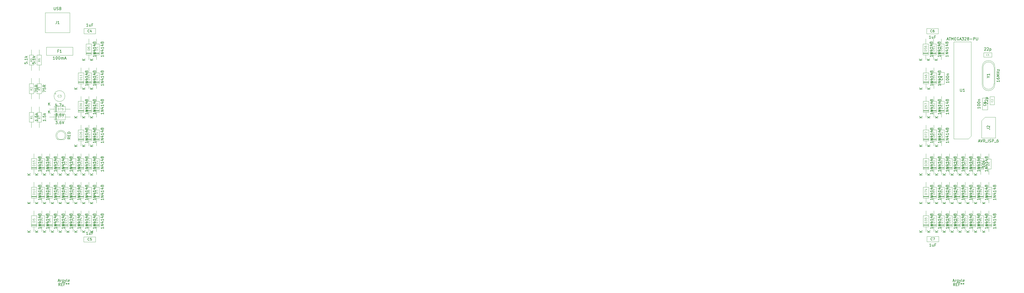
<source format=gbr>
%TF.GenerationSoftware,KiCad,Pcbnew,9.0.0*%
%TF.CreationDate,2025-03-15T16:45:42+01:00*%
%TF.ProjectId,orthgyle,6f727468-6779-46c6-952e-6b696361645f,1*%
%TF.SameCoordinates,Original*%
%TF.FileFunction,AssemblyDrawing,Top*%
%FSLAX46Y46*%
G04 Gerber Fmt 4.6, Leading zero omitted, Abs format (unit mm)*
G04 Created by KiCad (PCBNEW 9.0.0) date 2025-03-15 16:45:42*
%MOMM*%
%LPD*%
G01*
G04 APERTURE LIST*
%ADD10C,0.150000*%
%ADD11C,0.120000*%
%ADD12C,0.129000*%
%ADD13C,0.090000*%
%ADD14C,0.108000*%
%ADD15C,0.100000*%
G04 APERTURE END LIST*
D10*
X43648594Y-90314819D02*
X43648594Y-91124342D01*
X43648594Y-91124342D02*
X43696213Y-91219580D01*
X43696213Y-91219580D02*
X43743832Y-91267200D01*
X43743832Y-91267200D02*
X43839070Y-91314819D01*
X43839070Y-91314819D02*
X44029546Y-91314819D01*
X44029546Y-91314819D02*
X44124784Y-91267200D01*
X44124784Y-91267200D02*
X44172403Y-91219580D01*
X44172403Y-91219580D02*
X44220022Y-91124342D01*
X44220022Y-91124342D02*
X44220022Y-90314819D01*
X44648594Y-91267200D02*
X44791451Y-91314819D01*
X44791451Y-91314819D02*
X45029546Y-91314819D01*
X45029546Y-91314819D02*
X45124784Y-91267200D01*
X45124784Y-91267200D02*
X45172403Y-91219580D01*
X45172403Y-91219580D02*
X45220022Y-91124342D01*
X45220022Y-91124342D02*
X45220022Y-91029104D01*
X45220022Y-91029104D02*
X45172403Y-90933866D01*
X45172403Y-90933866D02*
X45124784Y-90886247D01*
X45124784Y-90886247D02*
X45029546Y-90838628D01*
X45029546Y-90838628D02*
X44839070Y-90791009D01*
X44839070Y-90791009D02*
X44743832Y-90743390D01*
X44743832Y-90743390D02*
X44696213Y-90695771D01*
X44696213Y-90695771D02*
X44648594Y-90600533D01*
X44648594Y-90600533D02*
X44648594Y-90505295D01*
X44648594Y-90505295D02*
X44696213Y-90410057D01*
X44696213Y-90410057D02*
X44743832Y-90362438D01*
X44743832Y-90362438D02*
X44839070Y-90314819D01*
X44839070Y-90314819D02*
X45077165Y-90314819D01*
X45077165Y-90314819D02*
X45220022Y-90362438D01*
X45981927Y-90791009D02*
X46124784Y-90838628D01*
X46124784Y-90838628D02*
X46172403Y-90886247D01*
X46172403Y-90886247D02*
X46220022Y-90981485D01*
X46220022Y-90981485D02*
X46220022Y-91124342D01*
X46220022Y-91124342D02*
X46172403Y-91219580D01*
X46172403Y-91219580D02*
X46124784Y-91267200D01*
X46124784Y-91267200D02*
X46029546Y-91314819D01*
X46029546Y-91314819D02*
X45648594Y-91314819D01*
X45648594Y-91314819D02*
X45648594Y-90314819D01*
X45648594Y-90314819D02*
X45981927Y-90314819D01*
X45981927Y-90314819D02*
X46077165Y-90362438D01*
X46077165Y-90362438D02*
X46124784Y-90410057D01*
X46124784Y-90410057D02*
X46172403Y-90505295D01*
X46172403Y-90505295D02*
X46172403Y-90600533D01*
X46172403Y-90600533D02*
X46124784Y-90695771D01*
X46124784Y-90695771D02*
X46077165Y-90743390D01*
X46077165Y-90743390D02*
X45981927Y-90791009D01*
X45981927Y-90791009D02*
X45648594Y-90791009D01*
X44577165Y-95414819D02*
X44577165Y-96129104D01*
X44577165Y-96129104D02*
X44529546Y-96271961D01*
X44529546Y-96271961D02*
X44434308Y-96367200D01*
X44434308Y-96367200D02*
X44291451Y-96414819D01*
X44291451Y-96414819D02*
X44196213Y-96414819D01*
X45577165Y-96414819D02*
X45005737Y-96414819D01*
X45291451Y-96414819D02*
X45291451Y-95414819D01*
X45291451Y-95414819D02*
X45196213Y-95557676D01*
X45196213Y-95557676D02*
X45100975Y-95652914D01*
X45100975Y-95652914D02*
X45005737Y-95700533D01*
X38889034Y-149900024D02*
X38889034Y-150471452D01*
X38889034Y-150185738D02*
X37889034Y-150185738D01*
X37889034Y-150185738D02*
X38031891Y-150280976D01*
X38031891Y-150280976D02*
X38127129Y-150376214D01*
X38127129Y-150376214D02*
X38174748Y-150471452D01*
X38889034Y-149471452D02*
X37889034Y-149471452D01*
X37889034Y-149471452D02*
X38889034Y-148900024D01*
X38889034Y-148900024D02*
X37889034Y-148900024D01*
X38222367Y-147995262D02*
X38889034Y-147995262D01*
X37841415Y-148233357D02*
X38555700Y-148471452D01*
X38555700Y-148471452D02*
X38555700Y-147852405D01*
X38889034Y-146947643D02*
X38889034Y-147519071D01*
X38889034Y-147233357D02*
X37889034Y-147233357D01*
X37889034Y-147233357D02*
X38031891Y-147328595D01*
X38031891Y-147328595D02*
X38127129Y-147423833D01*
X38127129Y-147423833D02*
X38174748Y-147519071D01*
X38222367Y-146090500D02*
X38889034Y-146090500D01*
X37841415Y-146328595D02*
X38555700Y-146566690D01*
X38555700Y-146566690D02*
X38555700Y-145947643D01*
X38317605Y-145423833D02*
X38269986Y-145519071D01*
X38269986Y-145519071D02*
X38222367Y-145566690D01*
X38222367Y-145566690D02*
X38127129Y-145614309D01*
X38127129Y-145614309D02*
X38079510Y-145614309D01*
X38079510Y-145614309D02*
X37984272Y-145566690D01*
X37984272Y-145566690D02*
X37936653Y-145519071D01*
X37936653Y-145519071D02*
X37889034Y-145423833D01*
X37889034Y-145423833D02*
X37889034Y-145233357D01*
X37889034Y-145233357D02*
X37936653Y-145138119D01*
X37936653Y-145138119D02*
X37984272Y-145090500D01*
X37984272Y-145090500D02*
X38079510Y-145042881D01*
X38079510Y-145042881D02*
X38127129Y-145042881D01*
X38127129Y-145042881D02*
X38222367Y-145090500D01*
X38222367Y-145090500D02*
X38269986Y-145138119D01*
X38269986Y-145138119D02*
X38317605Y-145233357D01*
X38317605Y-145233357D02*
X38317605Y-145423833D01*
X38317605Y-145423833D02*
X38365224Y-145519071D01*
X38365224Y-145519071D02*
X38412843Y-145566690D01*
X38412843Y-145566690D02*
X38508081Y-145614309D01*
X38508081Y-145614309D02*
X38698557Y-145614309D01*
X38698557Y-145614309D02*
X38793795Y-145566690D01*
X38793795Y-145566690D02*
X38841415Y-145519071D01*
X38841415Y-145519071D02*
X38889034Y-145423833D01*
X38889034Y-145423833D02*
X38889034Y-145233357D01*
X38889034Y-145233357D02*
X38841415Y-145138119D01*
X38841415Y-145138119D02*
X38793795Y-145090500D01*
X38793795Y-145090500D02*
X38698557Y-145042881D01*
X38698557Y-145042881D02*
X38508081Y-145042881D01*
X38508081Y-145042881D02*
X38412843Y-145090500D01*
X38412843Y-145090500D02*
X38365224Y-145138119D01*
X38365224Y-145138119D02*
X38317605Y-145233357D01*
X34969034Y-151829071D02*
X33969034Y-151829071D01*
X34969034Y-151257643D02*
X34397605Y-151686214D01*
X33969034Y-151257643D02*
X34540462Y-151829071D01*
D11*
X36678070Y-148428595D02*
X35878070Y-148428595D01*
X35878070Y-148428595D02*
X35878070Y-148238119D01*
X35878070Y-148238119D02*
X35916165Y-148123833D01*
X35916165Y-148123833D02*
X35992355Y-148047643D01*
X35992355Y-148047643D02*
X36068546Y-148009548D01*
X36068546Y-148009548D02*
X36220927Y-147971452D01*
X36220927Y-147971452D02*
X36335213Y-147971452D01*
X36335213Y-147971452D02*
X36487594Y-148009548D01*
X36487594Y-148009548D02*
X36563784Y-148047643D01*
X36563784Y-148047643D02*
X36639975Y-148123833D01*
X36639975Y-148123833D02*
X36678070Y-148238119D01*
X36678070Y-148238119D02*
X36678070Y-148428595D01*
X36678070Y-147209548D02*
X36678070Y-147666691D01*
X36678070Y-147438119D02*
X35878070Y-147438119D01*
X35878070Y-147438119D02*
X35992355Y-147514310D01*
X35992355Y-147514310D02*
X36068546Y-147590500D01*
X36068546Y-147590500D02*
X36106641Y-147666691D01*
X35878070Y-146485738D02*
X35878070Y-146866690D01*
X35878070Y-146866690D02*
X36259022Y-146904786D01*
X36259022Y-146904786D02*
X36220927Y-146866690D01*
X36220927Y-146866690D02*
X36182832Y-146790500D01*
X36182832Y-146790500D02*
X36182832Y-146600024D01*
X36182832Y-146600024D02*
X36220927Y-146523833D01*
X36220927Y-146523833D02*
X36259022Y-146485738D01*
X36259022Y-146485738D02*
X36335213Y-146447643D01*
X36335213Y-146447643D02*
X36525689Y-146447643D01*
X36525689Y-146447643D02*
X36601879Y-146485738D01*
X36601879Y-146485738D02*
X36639975Y-146523833D01*
X36639975Y-146523833D02*
X36678070Y-146600024D01*
X36678070Y-146600024D02*
X36678070Y-146790500D01*
X36678070Y-146790500D02*
X36639975Y-146866690D01*
X36639975Y-146866690D02*
X36601879Y-146904786D01*
D10*
X378932266Y-160377516D02*
X378932266Y-160948944D01*
X378932266Y-160663230D02*
X377932266Y-160663230D01*
X377932266Y-160663230D02*
X378075123Y-160758468D01*
X378075123Y-160758468D02*
X378170361Y-160853706D01*
X378170361Y-160853706D02*
X378217980Y-160948944D01*
X378932266Y-159948944D02*
X377932266Y-159948944D01*
X377932266Y-159948944D02*
X378932266Y-159377516D01*
X378932266Y-159377516D02*
X377932266Y-159377516D01*
X378265599Y-158472754D02*
X378932266Y-158472754D01*
X377884647Y-158710849D02*
X378598932Y-158948944D01*
X378598932Y-158948944D02*
X378598932Y-158329897D01*
X378932266Y-157425135D02*
X378932266Y-157996563D01*
X378932266Y-157710849D02*
X377932266Y-157710849D01*
X377932266Y-157710849D02*
X378075123Y-157806087D01*
X378075123Y-157806087D02*
X378170361Y-157901325D01*
X378170361Y-157901325D02*
X378217980Y-157996563D01*
X378265599Y-156567992D02*
X378932266Y-156567992D01*
X377884647Y-156806087D02*
X378598932Y-157044182D01*
X378598932Y-157044182D02*
X378598932Y-156425135D01*
X378360837Y-155901325D02*
X378313218Y-155996563D01*
X378313218Y-155996563D02*
X378265599Y-156044182D01*
X378265599Y-156044182D02*
X378170361Y-156091801D01*
X378170361Y-156091801D02*
X378122742Y-156091801D01*
X378122742Y-156091801D02*
X378027504Y-156044182D01*
X378027504Y-156044182D02*
X377979885Y-155996563D01*
X377979885Y-155996563D02*
X377932266Y-155901325D01*
X377932266Y-155901325D02*
X377932266Y-155710849D01*
X377932266Y-155710849D02*
X377979885Y-155615611D01*
X377979885Y-155615611D02*
X378027504Y-155567992D01*
X378027504Y-155567992D02*
X378122742Y-155520373D01*
X378122742Y-155520373D02*
X378170361Y-155520373D01*
X378170361Y-155520373D02*
X378265599Y-155567992D01*
X378265599Y-155567992D02*
X378313218Y-155615611D01*
X378313218Y-155615611D02*
X378360837Y-155710849D01*
X378360837Y-155710849D02*
X378360837Y-155901325D01*
X378360837Y-155901325D02*
X378408456Y-155996563D01*
X378408456Y-155996563D02*
X378456075Y-156044182D01*
X378456075Y-156044182D02*
X378551313Y-156091801D01*
X378551313Y-156091801D02*
X378741789Y-156091801D01*
X378741789Y-156091801D02*
X378837027Y-156044182D01*
X378837027Y-156044182D02*
X378884647Y-155996563D01*
X378884647Y-155996563D02*
X378932266Y-155901325D01*
X378932266Y-155901325D02*
X378932266Y-155710849D01*
X378932266Y-155710849D02*
X378884647Y-155615611D01*
X378884647Y-155615611D02*
X378837027Y-155567992D01*
X378837027Y-155567992D02*
X378741789Y-155520373D01*
X378741789Y-155520373D02*
X378551313Y-155520373D01*
X378551313Y-155520373D02*
X378456075Y-155567992D01*
X378456075Y-155567992D02*
X378408456Y-155615611D01*
X378408456Y-155615611D02*
X378360837Y-155710849D01*
X375012266Y-162306563D02*
X374012266Y-162306563D01*
X375012266Y-161735135D02*
X374440837Y-162163706D01*
X374012266Y-161735135D02*
X374583694Y-162306563D01*
D11*
X376721302Y-158906087D02*
X375921302Y-158906087D01*
X375921302Y-158906087D02*
X375921302Y-158715611D01*
X375921302Y-158715611D02*
X375959397Y-158601325D01*
X375959397Y-158601325D02*
X376035587Y-158525135D01*
X376035587Y-158525135D02*
X376111778Y-158487040D01*
X376111778Y-158487040D02*
X376264159Y-158448944D01*
X376264159Y-158448944D02*
X376378445Y-158448944D01*
X376378445Y-158448944D02*
X376530826Y-158487040D01*
X376530826Y-158487040D02*
X376607016Y-158525135D01*
X376607016Y-158525135D02*
X376683207Y-158601325D01*
X376683207Y-158601325D02*
X376721302Y-158715611D01*
X376721302Y-158715611D02*
X376721302Y-158906087D01*
X376187968Y-157763230D02*
X376721302Y-157763230D01*
X375883207Y-157953706D02*
X376454635Y-158144183D01*
X376454635Y-158144183D02*
X376454635Y-157648944D01*
X376721302Y-157306087D02*
X376721302Y-157153706D01*
X376721302Y-157153706D02*
X376683207Y-157077516D01*
X376683207Y-157077516D02*
X376645111Y-157039420D01*
X376645111Y-157039420D02*
X376530826Y-156963230D01*
X376530826Y-156963230D02*
X376378445Y-156925135D01*
X376378445Y-156925135D02*
X376073683Y-156925135D01*
X376073683Y-156925135D02*
X375997492Y-156963230D01*
X375997492Y-156963230D02*
X375959397Y-157001325D01*
X375959397Y-157001325D02*
X375921302Y-157077516D01*
X375921302Y-157077516D02*
X375921302Y-157229897D01*
X375921302Y-157229897D02*
X375959397Y-157306087D01*
X375959397Y-157306087D02*
X375997492Y-157344182D01*
X375997492Y-157344182D02*
X376073683Y-157382278D01*
X376073683Y-157382278D02*
X376264159Y-157382278D01*
X376264159Y-157382278D02*
X376340349Y-157344182D01*
X376340349Y-157344182D02*
X376378445Y-157306087D01*
X376378445Y-157306087D02*
X376416540Y-157229897D01*
X376416540Y-157229897D02*
X376416540Y-157077516D01*
X376416540Y-157077516D02*
X376378445Y-157001325D01*
X376378445Y-157001325D02*
X376340349Y-156963230D01*
X376340349Y-156963230D02*
X376264159Y-156925135D01*
D10*
X50319766Y-170855016D02*
X50319766Y-171426444D01*
X50319766Y-171140730D02*
X49319766Y-171140730D01*
X49319766Y-171140730D02*
X49462623Y-171235968D01*
X49462623Y-171235968D02*
X49557861Y-171331206D01*
X49557861Y-171331206D02*
X49605480Y-171426444D01*
X50319766Y-170426444D02*
X49319766Y-170426444D01*
X49319766Y-170426444D02*
X50319766Y-169855016D01*
X50319766Y-169855016D02*
X49319766Y-169855016D01*
X49653099Y-168950254D02*
X50319766Y-168950254D01*
X49272147Y-169188349D02*
X49986432Y-169426444D01*
X49986432Y-169426444D02*
X49986432Y-168807397D01*
X50319766Y-167902635D02*
X50319766Y-168474063D01*
X50319766Y-168188349D02*
X49319766Y-168188349D01*
X49319766Y-168188349D02*
X49462623Y-168283587D01*
X49462623Y-168283587D02*
X49557861Y-168378825D01*
X49557861Y-168378825D02*
X49605480Y-168474063D01*
X49653099Y-167045492D02*
X50319766Y-167045492D01*
X49272147Y-167283587D02*
X49986432Y-167521682D01*
X49986432Y-167521682D02*
X49986432Y-166902635D01*
X49748337Y-166378825D02*
X49700718Y-166474063D01*
X49700718Y-166474063D02*
X49653099Y-166521682D01*
X49653099Y-166521682D02*
X49557861Y-166569301D01*
X49557861Y-166569301D02*
X49510242Y-166569301D01*
X49510242Y-166569301D02*
X49415004Y-166521682D01*
X49415004Y-166521682D02*
X49367385Y-166474063D01*
X49367385Y-166474063D02*
X49319766Y-166378825D01*
X49319766Y-166378825D02*
X49319766Y-166188349D01*
X49319766Y-166188349D02*
X49367385Y-166093111D01*
X49367385Y-166093111D02*
X49415004Y-166045492D01*
X49415004Y-166045492D02*
X49510242Y-165997873D01*
X49510242Y-165997873D02*
X49557861Y-165997873D01*
X49557861Y-165997873D02*
X49653099Y-166045492D01*
X49653099Y-166045492D02*
X49700718Y-166093111D01*
X49700718Y-166093111D02*
X49748337Y-166188349D01*
X49748337Y-166188349D02*
X49748337Y-166378825D01*
X49748337Y-166378825D02*
X49795956Y-166474063D01*
X49795956Y-166474063D02*
X49843575Y-166521682D01*
X49843575Y-166521682D02*
X49938813Y-166569301D01*
X49938813Y-166569301D02*
X50129289Y-166569301D01*
X50129289Y-166569301D02*
X50224527Y-166521682D01*
X50224527Y-166521682D02*
X50272147Y-166474063D01*
X50272147Y-166474063D02*
X50319766Y-166378825D01*
X50319766Y-166378825D02*
X50319766Y-166188349D01*
X50319766Y-166188349D02*
X50272147Y-166093111D01*
X50272147Y-166093111D02*
X50224527Y-166045492D01*
X50224527Y-166045492D02*
X50129289Y-165997873D01*
X50129289Y-165997873D02*
X49938813Y-165997873D01*
X49938813Y-165997873D02*
X49843575Y-166045492D01*
X49843575Y-166045492D02*
X49795956Y-166093111D01*
X49795956Y-166093111D02*
X49748337Y-166188349D01*
D11*
X48108802Y-169383587D02*
X47308802Y-169383587D01*
X47308802Y-169383587D02*
X47308802Y-169193111D01*
X47308802Y-169193111D02*
X47346897Y-169078825D01*
X47346897Y-169078825D02*
X47423087Y-169002635D01*
X47423087Y-169002635D02*
X47499278Y-168964540D01*
X47499278Y-168964540D02*
X47651659Y-168926444D01*
X47651659Y-168926444D02*
X47765945Y-168926444D01*
X47765945Y-168926444D02*
X47918326Y-168964540D01*
X47918326Y-168964540D02*
X47994516Y-169002635D01*
X47994516Y-169002635D02*
X48070707Y-169078825D01*
X48070707Y-169078825D02*
X48108802Y-169193111D01*
X48108802Y-169193111D02*
X48108802Y-169383587D01*
X48108802Y-168164540D02*
X48108802Y-168621683D01*
X48108802Y-168393111D02*
X47308802Y-168393111D01*
X47308802Y-168393111D02*
X47423087Y-168469302D01*
X47423087Y-168469302D02*
X47499278Y-168545492D01*
X47499278Y-168545492D02*
X47537373Y-168621683D01*
X47575468Y-167478825D02*
X48108802Y-167478825D01*
X47270707Y-167669301D02*
X47842135Y-167859778D01*
X47842135Y-167859778D02*
X47842135Y-167364539D01*
D10*
X46399766Y-172784063D02*
X45399766Y-172784063D01*
X46399766Y-172212635D02*
X45828337Y-172641206D01*
X45399766Y-172212635D02*
X45971194Y-172784063D01*
X387624561Y-160377584D02*
X387624561Y-160949012D01*
X387624561Y-160663298D02*
X386624561Y-160663298D01*
X386624561Y-160663298D02*
X386767418Y-160758536D01*
X386767418Y-160758536D02*
X386862656Y-160853774D01*
X386862656Y-160853774D02*
X386910275Y-160949012D01*
X387624561Y-159949012D02*
X386624561Y-159949012D01*
X386624561Y-159949012D02*
X387624561Y-159377584D01*
X387624561Y-159377584D02*
X386624561Y-159377584D01*
X386957894Y-158472822D02*
X387624561Y-158472822D01*
X386576942Y-158710917D02*
X387291227Y-158949012D01*
X387291227Y-158949012D02*
X387291227Y-158329965D01*
X387624561Y-157425203D02*
X387624561Y-157996631D01*
X387624561Y-157710917D02*
X386624561Y-157710917D01*
X386624561Y-157710917D02*
X386767418Y-157806155D01*
X386767418Y-157806155D02*
X386862656Y-157901393D01*
X386862656Y-157901393D02*
X386910275Y-157996631D01*
X386957894Y-156568060D02*
X387624561Y-156568060D01*
X386576942Y-156806155D02*
X387291227Y-157044250D01*
X387291227Y-157044250D02*
X387291227Y-156425203D01*
X387053132Y-155901393D02*
X387005513Y-155996631D01*
X387005513Y-155996631D02*
X386957894Y-156044250D01*
X386957894Y-156044250D02*
X386862656Y-156091869D01*
X386862656Y-156091869D02*
X386815037Y-156091869D01*
X386815037Y-156091869D02*
X386719799Y-156044250D01*
X386719799Y-156044250D02*
X386672180Y-155996631D01*
X386672180Y-155996631D02*
X386624561Y-155901393D01*
X386624561Y-155901393D02*
X386624561Y-155710917D01*
X386624561Y-155710917D02*
X386672180Y-155615679D01*
X386672180Y-155615679D02*
X386719799Y-155568060D01*
X386719799Y-155568060D02*
X386815037Y-155520441D01*
X386815037Y-155520441D02*
X386862656Y-155520441D01*
X386862656Y-155520441D02*
X386957894Y-155568060D01*
X386957894Y-155568060D02*
X387005513Y-155615679D01*
X387005513Y-155615679D02*
X387053132Y-155710917D01*
X387053132Y-155710917D02*
X387053132Y-155901393D01*
X387053132Y-155901393D02*
X387100751Y-155996631D01*
X387100751Y-155996631D02*
X387148370Y-156044250D01*
X387148370Y-156044250D02*
X387243608Y-156091869D01*
X387243608Y-156091869D02*
X387434084Y-156091869D01*
X387434084Y-156091869D02*
X387529322Y-156044250D01*
X387529322Y-156044250D02*
X387576942Y-155996631D01*
X387576942Y-155996631D02*
X387624561Y-155901393D01*
X387624561Y-155901393D02*
X387624561Y-155710917D01*
X387624561Y-155710917D02*
X387576942Y-155615679D01*
X387576942Y-155615679D02*
X387529322Y-155568060D01*
X387529322Y-155568060D02*
X387434084Y-155520441D01*
X387434084Y-155520441D02*
X387243608Y-155520441D01*
X387243608Y-155520441D02*
X387148370Y-155568060D01*
X387148370Y-155568060D02*
X387100751Y-155615679D01*
X387100751Y-155615679D02*
X387053132Y-155710917D01*
D11*
X385413597Y-158906155D02*
X384613597Y-158906155D01*
X384613597Y-158906155D02*
X384613597Y-158715679D01*
X384613597Y-158715679D02*
X384651692Y-158601393D01*
X384651692Y-158601393D02*
X384727882Y-158525203D01*
X384727882Y-158525203D02*
X384804073Y-158487108D01*
X384804073Y-158487108D02*
X384956454Y-158449012D01*
X384956454Y-158449012D02*
X385070740Y-158449012D01*
X385070740Y-158449012D02*
X385223121Y-158487108D01*
X385223121Y-158487108D02*
X385299311Y-158525203D01*
X385299311Y-158525203D02*
X385375502Y-158601393D01*
X385375502Y-158601393D02*
X385413597Y-158715679D01*
X385413597Y-158715679D02*
X385413597Y-158906155D01*
X384613597Y-158182346D02*
X384613597Y-157649012D01*
X384613597Y-157649012D02*
X385413597Y-157991870D01*
X385413597Y-156925203D02*
X385413597Y-157382346D01*
X385413597Y-157153774D02*
X384613597Y-157153774D01*
X384613597Y-157153774D02*
X384727882Y-157229965D01*
X384727882Y-157229965D02*
X384804073Y-157306155D01*
X384804073Y-157306155D02*
X384842168Y-157382346D01*
D10*
X383704561Y-162306631D02*
X382704561Y-162306631D01*
X383704561Y-161735203D02*
X383133132Y-162163774D01*
X382704561Y-161735203D02*
X383275989Y-162306631D01*
X53176630Y-149900024D02*
X53176630Y-150471452D01*
X53176630Y-150185738D02*
X52176630Y-150185738D01*
X52176630Y-150185738D02*
X52319487Y-150280976D01*
X52319487Y-150280976D02*
X52414725Y-150376214D01*
X52414725Y-150376214D02*
X52462344Y-150471452D01*
X53176630Y-149471452D02*
X52176630Y-149471452D01*
X52176630Y-149471452D02*
X53176630Y-148900024D01*
X53176630Y-148900024D02*
X52176630Y-148900024D01*
X52509963Y-147995262D02*
X53176630Y-147995262D01*
X52129011Y-148233357D02*
X52843296Y-148471452D01*
X52843296Y-148471452D02*
X52843296Y-147852405D01*
X53176630Y-146947643D02*
X53176630Y-147519071D01*
X53176630Y-147233357D02*
X52176630Y-147233357D01*
X52176630Y-147233357D02*
X52319487Y-147328595D01*
X52319487Y-147328595D02*
X52414725Y-147423833D01*
X52414725Y-147423833D02*
X52462344Y-147519071D01*
X52509963Y-146090500D02*
X53176630Y-146090500D01*
X52129011Y-146328595D02*
X52843296Y-146566690D01*
X52843296Y-146566690D02*
X52843296Y-145947643D01*
X52605201Y-145423833D02*
X52557582Y-145519071D01*
X52557582Y-145519071D02*
X52509963Y-145566690D01*
X52509963Y-145566690D02*
X52414725Y-145614309D01*
X52414725Y-145614309D02*
X52367106Y-145614309D01*
X52367106Y-145614309D02*
X52271868Y-145566690D01*
X52271868Y-145566690D02*
X52224249Y-145519071D01*
X52224249Y-145519071D02*
X52176630Y-145423833D01*
X52176630Y-145423833D02*
X52176630Y-145233357D01*
X52176630Y-145233357D02*
X52224249Y-145138119D01*
X52224249Y-145138119D02*
X52271868Y-145090500D01*
X52271868Y-145090500D02*
X52367106Y-145042881D01*
X52367106Y-145042881D02*
X52414725Y-145042881D01*
X52414725Y-145042881D02*
X52509963Y-145090500D01*
X52509963Y-145090500D02*
X52557582Y-145138119D01*
X52557582Y-145138119D02*
X52605201Y-145233357D01*
X52605201Y-145233357D02*
X52605201Y-145423833D01*
X52605201Y-145423833D02*
X52652820Y-145519071D01*
X52652820Y-145519071D02*
X52700439Y-145566690D01*
X52700439Y-145566690D02*
X52795677Y-145614309D01*
X52795677Y-145614309D02*
X52986153Y-145614309D01*
X52986153Y-145614309D02*
X53081391Y-145566690D01*
X53081391Y-145566690D02*
X53129011Y-145519071D01*
X53129011Y-145519071D02*
X53176630Y-145423833D01*
X53176630Y-145423833D02*
X53176630Y-145233357D01*
X53176630Y-145233357D02*
X53129011Y-145138119D01*
X53129011Y-145138119D02*
X53081391Y-145090500D01*
X53081391Y-145090500D02*
X52986153Y-145042881D01*
X52986153Y-145042881D02*
X52795677Y-145042881D01*
X52795677Y-145042881D02*
X52700439Y-145090500D01*
X52700439Y-145090500D02*
X52652820Y-145138119D01*
X52652820Y-145138119D02*
X52605201Y-145233357D01*
D11*
X50965666Y-148047642D02*
X50165666Y-148047642D01*
X50165666Y-148047642D02*
X50165666Y-147857166D01*
X50165666Y-147857166D02*
X50203761Y-147742880D01*
X50203761Y-147742880D02*
X50279951Y-147666690D01*
X50279951Y-147666690D02*
X50356142Y-147628595D01*
X50356142Y-147628595D02*
X50508523Y-147590499D01*
X50508523Y-147590499D02*
X50622809Y-147590499D01*
X50622809Y-147590499D02*
X50775190Y-147628595D01*
X50775190Y-147628595D02*
X50851380Y-147666690D01*
X50851380Y-147666690D02*
X50927571Y-147742880D01*
X50927571Y-147742880D02*
X50965666Y-147857166D01*
X50965666Y-147857166D02*
X50965666Y-148047642D01*
X50165666Y-147323833D02*
X50165666Y-146790499D01*
X50165666Y-146790499D02*
X50965666Y-147133357D01*
D10*
X49256630Y-151829071D02*
X48256630Y-151829071D01*
X49256630Y-151257643D02*
X48685201Y-151686214D01*
X48256630Y-151257643D02*
X48828058Y-151829071D01*
X367502914Y-170855112D02*
X367502914Y-171426540D01*
X367502914Y-171140826D02*
X366502914Y-171140826D01*
X366502914Y-171140826D02*
X366645771Y-171236064D01*
X366645771Y-171236064D02*
X366741009Y-171331302D01*
X366741009Y-171331302D02*
X366788628Y-171426540D01*
X367502914Y-170426540D02*
X366502914Y-170426540D01*
X366502914Y-170426540D02*
X367502914Y-169855112D01*
X367502914Y-169855112D02*
X366502914Y-169855112D01*
X366836247Y-168950350D02*
X367502914Y-168950350D01*
X366455295Y-169188445D02*
X367169580Y-169426540D01*
X367169580Y-169426540D02*
X367169580Y-168807493D01*
X367502914Y-167902731D02*
X367502914Y-168474159D01*
X367502914Y-168188445D02*
X366502914Y-168188445D01*
X366502914Y-168188445D02*
X366645771Y-168283683D01*
X366645771Y-168283683D02*
X366741009Y-168378921D01*
X366741009Y-168378921D02*
X366788628Y-168474159D01*
X366836247Y-167045588D02*
X367502914Y-167045588D01*
X366455295Y-167283683D02*
X367169580Y-167521778D01*
X367169580Y-167521778D02*
X367169580Y-166902731D01*
X366931485Y-166378921D02*
X366883866Y-166474159D01*
X366883866Y-166474159D02*
X366836247Y-166521778D01*
X366836247Y-166521778D02*
X366741009Y-166569397D01*
X366741009Y-166569397D02*
X366693390Y-166569397D01*
X366693390Y-166569397D02*
X366598152Y-166521778D01*
X366598152Y-166521778D02*
X366550533Y-166474159D01*
X366550533Y-166474159D02*
X366502914Y-166378921D01*
X366502914Y-166378921D02*
X366502914Y-166188445D01*
X366502914Y-166188445D02*
X366550533Y-166093207D01*
X366550533Y-166093207D02*
X366598152Y-166045588D01*
X366598152Y-166045588D02*
X366693390Y-165997969D01*
X366693390Y-165997969D02*
X366741009Y-165997969D01*
X366741009Y-165997969D02*
X366836247Y-166045588D01*
X366836247Y-166045588D02*
X366883866Y-166093207D01*
X366883866Y-166093207D02*
X366931485Y-166188445D01*
X366931485Y-166188445D02*
X366931485Y-166378921D01*
X366931485Y-166378921D02*
X366979104Y-166474159D01*
X366979104Y-166474159D02*
X367026723Y-166521778D01*
X367026723Y-166521778D02*
X367121961Y-166569397D01*
X367121961Y-166569397D02*
X367312437Y-166569397D01*
X367312437Y-166569397D02*
X367407675Y-166521778D01*
X367407675Y-166521778D02*
X367455295Y-166474159D01*
X367455295Y-166474159D02*
X367502914Y-166378921D01*
X367502914Y-166378921D02*
X367502914Y-166188445D01*
X367502914Y-166188445D02*
X367455295Y-166093207D01*
X367455295Y-166093207D02*
X367407675Y-166045588D01*
X367407675Y-166045588D02*
X367312437Y-165997969D01*
X367312437Y-165997969D02*
X367121961Y-165997969D01*
X367121961Y-165997969D02*
X367026723Y-166045588D01*
X367026723Y-166045588D02*
X366979104Y-166093207D01*
X366979104Y-166093207D02*
X366931485Y-166188445D01*
X363582914Y-172784159D02*
X362582914Y-172784159D01*
X363582914Y-172212731D02*
X363011485Y-172641302D01*
X362582914Y-172212731D02*
X363154342Y-172784159D01*
D11*
X365291950Y-169383683D02*
X364491950Y-169383683D01*
X364491950Y-169383683D02*
X364491950Y-169193207D01*
X364491950Y-169193207D02*
X364530045Y-169078921D01*
X364530045Y-169078921D02*
X364606235Y-169002731D01*
X364606235Y-169002731D02*
X364682426Y-168964636D01*
X364682426Y-168964636D02*
X364834807Y-168926540D01*
X364834807Y-168926540D02*
X364949093Y-168926540D01*
X364949093Y-168926540D02*
X365101474Y-168964636D01*
X365101474Y-168964636D02*
X365177664Y-169002731D01*
X365177664Y-169002731D02*
X365253855Y-169078921D01*
X365253855Y-169078921D02*
X365291950Y-169193207D01*
X365291950Y-169193207D02*
X365291950Y-169383683D01*
X364491950Y-168659874D02*
X364491950Y-168126540D01*
X364491950Y-168126540D02*
X365291950Y-168469398D01*
X364491950Y-167440826D02*
X364491950Y-167821778D01*
X364491950Y-167821778D02*
X364872902Y-167859874D01*
X364872902Y-167859874D02*
X364834807Y-167821778D01*
X364834807Y-167821778D02*
X364796712Y-167745588D01*
X364796712Y-167745588D02*
X364796712Y-167555112D01*
X364796712Y-167555112D02*
X364834807Y-167478921D01*
X364834807Y-167478921D02*
X364872902Y-167440826D01*
X364872902Y-167440826D02*
X364949093Y-167402731D01*
X364949093Y-167402731D02*
X365139569Y-167402731D01*
X365139569Y-167402731D02*
X365215759Y-167440826D01*
X365215759Y-167440826D02*
X365253855Y-167478921D01*
X365253855Y-167478921D02*
X365291950Y-167555112D01*
X365291950Y-167555112D02*
X365291950Y-167745588D01*
X365291950Y-167745588D02*
X365253855Y-167821778D01*
X365253855Y-167821778D02*
X365215759Y-167859874D01*
D10*
X56034130Y-149900024D02*
X56034130Y-150471452D01*
X56034130Y-150185738D02*
X55034130Y-150185738D01*
X55034130Y-150185738D02*
X55176987Y-150280976D01*
X55176987Y-150280976D02*
X55272225Y-150376214D01*
X55272225Y-150376214D02*
X55319844Y-150471452D01*
X56034130Y-149471452D02*
X55034130Y-149471452D01*
X55034130Y-149471452D02*
X56034130Y-148900024D01*
X56034130Y-148900024D02*
X55034130Y-148900024D01*
X55367463Y-147995262D02*
X56034130Y-147995262D01*
X54986511Y-148233357D02*
X55700796Y-148471452D01*
X55700796Y-148471452D02*
X55700796Y-147852405D01*
X56034130Y-146947643D02*
X56034130Y-147519071D01*
X56034130Y-147233357D02*
X55034130Y-147233357D01*
X55034130Y-147233357D02*
X55176987Y-147328595D01*
X55176987Y-147328595D02*
X55272225Y-147423833D01*
X55272225Y-147423833D02*
X55319844Y-147519071D01*
X55367463Y-146090500D02*
X56034130Y-146090500D01*
X54986511Y-146328595D02*
X55700796Y-146566690D01*
X55700796Y-146566690D02*
X55700796Y-145947643D01*
X55462701Y-145423833D02*
X55415082Y-145519071D01*
X55415082Y-145519071D02*
X55367463Y-145566690D01*
X55367463Y-145566690D02*
X55272225Y-145614309D01*
X55272225Y-145614309D02*
X55224606Y-145614309D01*
X55224606Y-145614309D02*
X55129368Y-145566690D01*
X55129368Y-145566690D02*
X55081749Y-145519071D01*
X55081749Y-145519071D02*
X55034130Y-145423833D01*
X55034130Y-145423833D02*
X55034130Y-145233357D01*
X55034130Y-145233357D02*
X55081749Y-145138119D01*
X55081749Y-145138119D02*
X55129368Y-145090500D01*
X55129368Y-145090500D02*
X55224606Y-145042881D01*
X55224606Y-145042881D02*
X55272225Y-145042881D01*
X55272225Y-145042881D02*
X55367463Y-145090500D01*
X55367463Y-145090500D02*
X55415082Y-145138119D01*
X55415082Y-145138119D02*
X55462701Y-145233357D01*
X55462701Y-145233357D02*
X55462701Y-145423833D01*
X55462701Y-145423833D02*
X55510320Y-145519071D01*
X55510320Y-145519071D02*
X55557939Y-145566690D01*
X55557939Y-145566690D02*
X55653177Y-145614309D01*
X55653177Y-145614309D02*
X55843653Y-145614309D01*
X55843653Y-145614309D02*
X55938891Y-145566690D01*
X55938891Y-145566690D02*
X55986511Y-145519071D01*
X55986511Y-145519071D02*
X56034130Y-145423833D01*
X56034130Y-145423833D02*
X56034130Y-145233357D01*
X56034130Y-145233357D02*
X55986511Y-145138119D01*
X55986511Y-145138119D02*
X55938891Y-145090500D01*
X55938891Y-145090500D02*
X55843653Y-145042881D01*
X55843653Y-145042881D02*
X55653177Y-145042881D01*
X55653177Y-145042881D02*
X55557939Y-145090500D01*
X55557939Y-145090500D02*
X55510320Y-145138119D01*
X55510320Y-145138119D02*
X55462701Y-145233357D01*
D11*
X53823166Y-148428595D02*
X53023166Y-148428595D01*
X53023166Y-148428595D02*
X53023166Y-148238119D01*
X53023166Y-148238119D02*
X53061261Y-148123833D01*
X53061261Y-148123833D02*
X53137451Y-148047643D01*
X53137451Y-148047643D02*
X53213642Y-148009548D01*
X53213642Y-148009548D02*
X53366023Y-147971452D01*
X53366023Y-147971452D02*
X53480309Y-147971452D01*
X53480309Y-147971452D02*
X53632690Y-148009548D01*
X53632690Y-148009548D02*
X53708880Y-148047643D01*
X53708880Y-148047643D02*
X53785071Y-148123833D01*
X53785071Y-148123833D02*
X53823166Y-148238119D01*
X53823166Y-148238119D02*
X53823166Y-148428595D01*
X53823166Y-147209548D02*
X53823166Y-147666691D01*
X53823166Y-147438119D02*
X53023166Y-147438119D01*
X53023166Y-147438119D02*
X53137451Y-147514310D01*
X53137451Y-147514310D02*
X53213642Y-147590500D01*
X53213642Y-147590500D02*
X53251737Y-147666691D01*
X53099356Y-146904786D02*
X53061261Y-146866690D01*
X53061261Y-146866690D02*
X53023166Y-146790500D01*
X53023166Y-146790500D02*
X53023166Y-146600024D01*
X53023166Y-146600024D02*
X53061261Y-146523833D01*
X53061261Y-146523833D02*
X53099356Y-146485738D01*
X53099356Y-146485738D02*
X53175547Y-146447643D01*
X53175547Y-146447643D02*
X53251737Y-146447643D01*
X53251737Y-146447643D02*
X53366023Y-146485738D01*
X53366023Y-146485738D02*
X53823166Y-146942881D01*
X53823166Y-146942881D02*
X53823166Y-146447643D01*
D10*
X52114130Y-151829071D02*
X51114130Y-151829071D01*
X52114130Y-151257643D02*
X51542701Y-151686214D01*
X51114130Y-151257643D02*
X51685558Y-151829071D01*
X56034106Y-118467516D02*
X56034106Y-119038944D01*
X56034106Y-118753230D02*
X55034106Y-118753230D01*
X55034106Y-118753230D02*
X55176963Y-118848468D01*
X55176963Y-118848468D02*
X55272201Y-118943706D01*
X55272201Y-118943706D02*
X55319820Y-119038944D01*
X56034106Y-118038944D02*
X55034106Y-118038944D01*
X55034106Y-118038944D02*
X56034106Y-117467516D01*
X56034106Y-117467516D02*
X55034106Y-117467516D01*
X55367439Y-116562754D02*
X56034106Y-116562754D01*
X54986487Y-116800849D02*
X55700772Y-117038944D01*
X55700772Y-117038944D02*
X55700772Y-116419897D01*
X56034106Y-115515135D02*
X56034106Y-116086563D01*
X56034106Y-115800849D02*
X55034106Y-115800849D01*
X55034106Y-115800849D02*
X55176963Y-115896087D01*
X55176963Y-115896087D02*
X55272201Y-115991325D01*
X55272201Y-115991325D02*
X55319820Y-116086563D01*
X55367439Y-114657992D02*
X56034106Y-114657992D01*
X54986487Y-114896087D02*
X55700772Y-115134182D01*
X55700772Y-115134182D02*
X55700772Y-114515135D01*
X55462677Y-113991325D02*
X55415058Y-114086563D01*
X55415058Y-114086563D02*
X55367439Y-114134182D01*
X55367439Y-114134182D02*
X55272201Y-114181801D01*
X55272201Y-114181801D02*
X55224582Y-114181801D01*
X55224582Y-114181801D02*
X55129344Y-114134182D01*
X55129344Y-114134182D02*
X55081725Y-114086563D01*
X55081725Y-114086563D02*
X55034106Y-113991325D01*
X55034106Y-113991325D02*
X55034106Y-113800849D01*
X55034106Y-113800849D02*
X55081725Y-113705611D01*
X55081725Y-113705611D02*
X55129344Y-113657992D01*
X55129344Y-113657992D02*
X55224582Y-113610373D01*
X55224582Y-113610373D02*
X55272201Y-113610373D01*
X55272201Y-113610373D02*
X55367439Y-113657992D01*
X55367439Y-113657992D02*
X55415058Y-113705611D01*
X55415058Y-113705611D02*
X55462677Y-113800849D01*
X55462677Y-113800849D02*
X55462677Y-113991325D01*
X55462677Y-113991325D02*
X55510296Y-114086563D01*
X55510296Y-114086563D02*
X55557915Y-114134182D01*
X55557915Y-114134182D02*
X55653153Y-114181801D01*
X55653153Y-114181801D02*
X55843629Y-114181801D01*
X55843629Y-114181801D02*
X55938867Y-114134182D01*
X55938867Y-114134182D02*
X55986487Y-114086563D01*
X55986487Y-114086563D02*
X56034106Y-113991325D01*
X56034106Y-113991325D02*
X56034106Y-113800849D01*
X56034106Y-113800849D02*
X55986487Y-113705611D01*
X55986487Y-113705611D02*
X55938867Y-113657992D01*
X55938867Y-113657992D02*
X55843629Y-113610373D01*
X55843629Y-113610373D02*
X55653153Y-113610373D01*
X55653153Y-113610373D02*
X55557915Y-113657992D01*
X55557915Y-113657992D02*
X55510296Y-113705611D01*
X55510296Y-113705611D02*
X55462677Y-113800849D01*
X52114106Y-120396563D02*
X51114106Y-120396563D01*
X52114106Y-119825135D02*
X51542677Y-120253706D01*
X51114106Y-119825135D02*
X51685534Y-120396563D01*
D11*
X53823142Y-116996087D02*
X53023142Y-116996087D01*
X53023142Y-116996087D02*
X53023142Y-116805611D01*
X53023142Y-116805611D02*
X53061237Y-116691325D01*
X53061237Y-116691325D02*
X53137427Y-116615135D01*
X53137427Y-116615135D02*
X53213618Y-116577040D01*
X53213618Y-116577040D02*
X53365999Y-116538944D01*
X53365999Y-116538944D02*
X53480285Y-116538944D01*
X53480285Y-116538944D02*
X53632666Y-116577040D01*
X53632666Y-116577040D02*
X53708856Y-116615135D01*
X53708856Y-116615135D02*
X53785047Y-116691325D01*
X53785047Y-116691325D02*
X53823142Y-116805611D01*
X53823142Y-116805611D02*
X53823142Y-116996087D01*
X53823142Y-115777040D02*
X53823142Y-116234183D01*
X53823142Y-116005611D02*
X53023142Y-116005611D01*
X53023142Y-116005611D02*
X53137427Y-116081802D01*
X53137427Y-116081802D02*
X53213618Y-116157992D01*
X53213618Y-116157992D02*
X53251713Y-116234183D01*
X53823142Y-115015135D02*
X53823142Y-115472278D01*
X53823142Y-115243706D02*
X53023142Y-115243706D01*
X53023142Y-115243706D02*
X53137427Y-115319897D01*
X53137427Y-115319897D02*
X53213618Y-115396087D01*
X53213618Y-115396087D02*
X53251713Y-115472278D01*
D10*
X381875805Y-126849575D02*
X381875805Y-127421003D01*
X381875805Y-127135289D02*
X380875805Y-127135289D01*
X380875805Y-127135289D02*
X381018662Y-127230527D01*
X381018662Y-127230527D02*
X381113900Y-127325765D01*
X381113900Y-127325765D02*
X381161519Y-127421003D01*
X380875805Y-126230527D02*
X380875805Y-126135289D01*
X380875805Y-126135289D02*
X380923424Y-126040051D01*
X380923424Y-126040051D02*
X380971043Y-125992432D01*
X380971043Y-125992432D02*
X381066281Y-125944813D01*
X381066281Y-125944813D02*
X381256757Y-125897194D01*
X381256757Y-125897194D02*
X381494852Y-125897194D01*
X381494852Y-125897194D02*
X381685328Y-125944813D01*
X381685328Y-125944813D02*
X381780566Y-125992432D01*
X381780566Y-125992432D02*
X381828186Y-126040051D01*
X381828186Y-126040051D02*
X381875805Y-126135289D01*
X381875805Y-126135289D02*
X381875805Y-126230527D01*
X381875805Y-126230527D02*
X381828186Y-126325765D01*
X381828186Y-126325765D02*
X381780566Y-126373384D01*
X381780566Y-126373384D02*
X381685328Y-126421003D01*
X381685328Y-126421003D02*
X381494852Y-126468622D01*
X381494852Y-126468622D02*
X381256757Y-126468622D01*
X381256757Y-126468622D02*
X381066281Y-126421003D01*
X381066281Y-126421003D02*
X380971043Y-126373384D01*
X380971043Y-126373384D02*
X380923424Y-126325765D01*
X380923424Y-126325765D02*
X380875805Y-126230527D01*
X380875805Y-125278146D02*
X380875805Y-125182908D01*
X380875805Y-125182908D02*
X380923424Y-125087670D01*
X380923424Y-125087670D02*
X380971043Y-125040051D01*
X380971043Y-125040051D02*
X381066281Y-124992432D01*
X381066281Y-124992432D02*
X381256757Y-124944813D01*
X381256757Y-124944813D02*
X381494852Y-124944813D01*
X381494852Y-124944813D02*
X381685328Y-124992432D01*
X381685328Y-124992432D02*
X381780566Y-125040051D01*
X381780566Y-125040051D02*
X381828186Y-125087670D01*
X381828186Y-125087670D02*
X381875805Y-125182908D01*
X381875805Y-125182908D02*
X381875805Y-125278146D01*
X381875805Y-125278146D02*
X381828186Y-125373384D01*
X381828186Y-125373384D02*
X381780566Y-125421003D01*
X381780566Y-125421003D02*
X381685328Y-125468622D01*
X381685328Y-125468622D02*
X381494852Y-125516241D01*
X381494852Y-125516241D02*
X381256757Y-125516241D01*
X381256757Y-125516241D02*
X381066281Y-125468622D01*
X381066281Y-125468622D02*
X380971043Y-125421003D01*
X380971043Y-125421003D02*
X380923424Y-125373384D01*
X380923424Y-125373384D02*
X380875805Y-125278146D01*
X381209138Y-124516241D02*
X381875805Y-124516241D01*
X381304376Y-124516241D02*
X381256757Y-124468622D01*
X381256757Y-124468622D02*
X381209138Y-124373384D01*
X381209138Y-124373384D02*
X381209138Y-124230527D01*
X381209138Y-124230527D02*
X381256757Y-124135289D01*
X381256757Y-124135289D02*
X381351995Y-124087670D01*
X381351995Y-124087670D02*
X381875805Y-124087670D01*
D12*
X383930226Y-125873861D02*
X383971179Y-125914813D01*
X383971179Y-125914813D02*
X384012131Y-126037671D01*
X384012131Y-126037671D02*
X384012131Y-126119575D01*
X384012131Y-126119575D02*
X383971179Y-126242432D01*
X383971179Y-126242432D02*
X383889274Y-126324337D01*
X383889274Y-126324337D02*
X383807369Y-126365290D01*
X383807369Y-126365290D02*
X383643559Y-126406242D01*
X383643559Y-126406242D02*
X383520702Y-126406242D01*
X383520702Y-126406242D02*
X383356893Y-126365290D01*
X383356893Y-126365290D02*
X383274988Y-126324337D01*
X383274988Y-126324337D02*
X383193083Y-126242432D01*
X383193083Y-126242432D02*
X383152131Y-126119575D01*
X383152131Y-126119575D02*
X383152131Y-126037671D01*
X383152131Y-126037671D02*
X383193083Y-125914813D01*
X383193083Y-125914813D02*
X383234036Y-125873861D01*
X383152131Y-125095766D02*
X383152131Y-125505290D01*
X383152131Y-125505290D02*
X383561655Y-125546242D01*
X383561655Y-125546242D02*
X383520702Y-125505290D01*
X383520702Y-125505290D02*
X383479750Y-125423385D01*
X383479750Y-125423385D02*
X383479750Y-125218623D01*
X383479750Y-125218623D02*
X383520702Y-125136718D01*
X383520702Y-125136718D02*
X383561655Y-125095766D01*
X383561655Y-125095766D02*
X383643559Y-125054813D01*
X383643559Y-125054813D02*
X383848321Y-125054813D01*
X383848321Y-125054813D02*
X383930226Y-125095766D01*
X383930226Y-125095766D02*
X383971179Y-125136718D01*
X383971179Y-125136718D02*
X384012131Y-125218623D01*
X384012131Y-125218623D02*
X384012131Y-125423385D01*
X384012131Y-125423385D02*
X383971179Y-125505290D01*
X383971179Y-125505290D02*
X383930226Y-125546242D01*
D10*
X45151018Y-190616263D02*
X45627208Y-190616263D01*
X45055780Y-190901978D02*
X45389113Y-189901978D01*
X45389113Y-189901978D02*
X45722446Y-190901978D01*
X46055780Y-190901978D02*
X46055780Y-190235311D01*
X46055780Y-190425787D02*
X46103399Y-190330549D01*
X46103399Y-190330549D02*
X46151018Y-190282930D01*
X46151018Y-190282930D02*
X46246256Y-190235311D01*
X46246256Y-190235311D02*
X46341494Y-190235311D01*
X47103399Y-190235311D02*
X47103399Y-191044835D01*
X47103399Y-191044835D02*
X47055780Y-191140073D01*
X47055780Y-191140073D02*
X47008161Y-191187692D01*
X47008161Y-191187692D02*
X46912923Y-191235311D01*
X46912923Y-191235311D02*
X46770066Y-191235311D01*
X46770066Y-191235311D02*
X46674828Y-191187692D01*
X47103399Y-190854359D02*
X47008161Y-190901978D01*
X47008161Y-190901978D02*
X46817685Y-190901978D01*
X46817685Y-190901978D02*
X46722447Y-190854359D01*
X46722447Y-190854359D02*
X46674828Y-190806739D01*
X46674828Y-190806739D02*
X46627209Y-190711501D01*
X46627209Y-190711501D02*
X46627209Y-190425787D01*
X46627209Y-190425787D02*
X46674828Y-190330549D01*
X46674828Y-190330549D02*
X46722447Y-190282930D01*
X46722447Y-190282930D02*
X46817685Y-190235311D01*
X46817685Y-190235311D02*
X47008161Y-190235311D01*
X47008161Y-190235311D02*
X47103399Y-190282930D01*
X47484352Y-190235311D02*
X47722447Y-190901978D01*
X47960542Y-190235311D02*
X47722447Y-190901978D01*
X47722447Y-190901978D02*
X47627209Y-191140073D01*
X47627209Y-191140073D02*
X47579590Y-191187692D01*
X47579590Y-191187692D02*
X47484352Y-191235311D01*
X48484352Y-190901978D02*
X48389114Y-190854359D01*
X48389114Y-190854359D02*
X48341495Y-190759120D01*
X48341495Y-190759120D02*
X48341495Y-189901978D01*
X49246257Y-190854359D02*
X49151019Y-190901978D01*
X49151019Y-190901978D02*
X48960543Y-190901978D01*
X48960543Y-190901978D02*
X48865305Y-190854359D01*
X48865305Y-190854359D02*
X48817686Y-190759120D01*
X48817686Y-190759120D02*
X48817686Y-190378168D01*
X48817686Y-190378168D02*
X48865305Y-190282930D01*
X48865305Y-190282930D02*
X48960543Y-190235311D01*
X48960543Y-190235311D02*
X49151019Y-190235311D01*
X49151019Y-190235311D02*
X49246257Y-190282930D01*
X49246257Y-190282930D02*
X49293876Y-190378168D01*
X49293876Y-190378168D02*
X49293876Y-190473406D01*
X49293876Y-190473406D02*
X48817686Y-190568644D01*
X45889113Y-192401978D02*
X45555780Y-191925787D01*
X45317685Y-192401978D02*
X45317685Y-191401978D01*
X45317685Y-191401978D02*
X45698637Y-191401978D01*
X45698637Y-191401978D02*
X45793875Y-191449597D01*
X45793875Y-191449597D02*
X45841494Y-191497216D01*
X45841494Y-191497216D02*
X45889113Y-191592454D01*
X45889113Y-191592454D02*
X45889113Y-191735311D01*
X45889113Y-191735311D02*
X45841494Y-191830549D01*
X45841494Y-191830549D02*
X45793875Y-191878168D01*
X45793875Y-191878168D02*
X45698637Y-191925787D01*
X45698637Y-191925787D02*
X45317685Y-191925787D01*
X46317685Y-191878168D02*
X46651018Y-191878168D01*
X46793875Y-192401978D02*
X46317685Y-192401978D01*
X46317685Y-192401978D02*
X46317685Y-191401978D01*
X46317685Y-191401978D02*
X46793875Y-191401978D01*
X47555780Y-191878168D02*
X47222447Y-191878168D01*
X47222447Y-192401978D02*
X47222447Y-191401978D01*
X47222447Y-191401978D02*
X47698637Y-191401978D01*
X48222447Y-191401978D02*
X48222447Y-191640073D01*
X47984352Y-191544835D02*
X48222447Y-191640073D01*
X48222447Y-191640073D02*
X48460542Y-191544835D01*
X48079590Y-191830549D02*
X48222447Y-191640073D01*
X48222447Y-191640073D02*
X48365304Y-191830549D01*
X48984352Y-191401978D02*
X48984352Y-191640073D01*
X48746257Y-191544835D02*
X48984352Y-191640073D01*
X48984352Y-191640073D02*
X49222447Y-191544835D01*
X48841495Y-191830549D02*
X48984352Y-191640073D01*
X48984352Y-191640073D02*
X49127209Y-191830549D01*
X384647986Y-170855112D02*
X384647986Y-171426540D01*
X384647986Y-171140826D02*
X383647986Y-171140826D01*
X383647986Y-171140826D02*
X383790843Y-171236064D01*
X383790843Y-171236064D02*
X383886081Y-171331302D01*
X383886081Y-171331302D02*
X383933700Y-171426540D01*
X384647986Y-170426540D02*
X383647986Y-170426540D01*
X383647986Y-170426540D02*
X384647986Y-169855112D01*
X384647986Y-169855112D02*
X383647986Y-169855112D01*
X383981319Y-168950350D02*
X384647986Y-168950350D01*
X383600367Y-169188445D02*
X384314652Y-169426540D01*
X384314652Y-169426540D02*
X384314652Y-168807493D01*
X384647986Y-167902731D02*
X384647986Y-168474159D01*
X384647986Y-168188445D02*
X383647986Y-168188445D01*
X383647986Y-168188445D02*
X383790843Y-168283683D01*
X383790843Y-168283683D02*
X383886081Y-168378921D01*
X383886081Y-168378921D02*
X383933700Y-168474159D01*
X383981319Y-167045588D02*
X384647986Y-167045588D01*
X383600367Y-167283683D02*
X384314652Y-167521778D01*
X384314652Y-167521778D02*
X384314652Y-166902731D01*
X384076557Y-166378921D02*
X384028938Y-166474159D01*
X384028938Y-166474159D02*
X383981319Y-166521778D01*
X383981319Y-166521778D02*
X383886081Y-166569397D01*
X383886081Y-166569397D02*
X383838462Y-166569397D01*
X383838462Y-166569397D02*
X383743224Y-166521778D01*
X383743224Y-166521778D02*
X383695605Y-166474159D01*
X383695605Y-166474159D02*
X383647986Y-166378921D01*
X383647986Y-166378921D02*
X383647986Y-166188445D01*
X383647986Y-166188445D02*
X383695605Y-166093207D01*
X383695605Y-166093207D02*
X383743224Y-166045588D01*
X383743224Y-166045588D02*
X383838462Y-165997969D01*
X383838462Y-165997969D02*
X383886081Y-165997969D01*
X383886081Y-165997969D02*
X383981319Y-166045588D01*
X383981319Y-166045588D02*
X384028938Y-166093207D01*
X384028938Y-166093207D02*
X384076557Y-166188445D01*
X384076557Y-166188445D02*
X384076557Y-166378921D01*
X384076557Y-166378921D02*
X384124176Y-166474159D01*
X384124176Y-166474159D02*
X384171795Y-166521778D01*
X384171795Y-166521778D02*
X384267033Y-166569397D01*
X384267033Y-166569397D02*
X384457509Y-166569397D01*
X384457509Y-166569397D02*
X384552747Y-166521778D01*
X384552747Y-166521778D02*
X384600367Y-166474159D01*
X384600367Y-166474159D02*
X384647986Y-166378921D01*
X384647986Y-166378921D02*
X384647986Y-166188445D01*
X384647986Y-166188445D02*
X384600367Y-166093207D01*
X384600367Y-166093207D02*
X384552747Y-166045588D01*
X384552747Y-166045588D02*
X384457509Y-165997969D01*
X384457509Y-165997969D02*
X384267033Y-165997969D01*
X384267033Y-165997969D02*
X384171795Y-166045588D01*
X384171795Y-166045588D02*
X384124176Y-166093207D01*
X384124176Y-166093207D02*
X384076557Y-166188445D01*
X380727986Y-172784159D02*
X379727986Y-172784159D01*
X380727986Y-172212731D02*
X380156557Y-172641302D01*
X379727986Y-172212731D02*
X380299414Y-172784159D01*
D11*
X382437022Y-169383683D02*
X381637022Y-169383683D01*
X381637022Y-169383683D02*
X381637022Y-169193207D01*
X381637022Y-169193207D02*
X381675117Y-169078921D01*
X381675117Y-169078921D02*
X381751307Y-169002731D01*
X381751307Y-169002731D02*
X381827498Y-168964636D01*
X381827498Y-168964636D02*
X381979879Y-168926540D01*
X381979879Y-168926540D02*
X382094165Y-168926540D01*
X382094165Y-168926540D02*
X382246546Y-168964636D01*
X382246546Y-168964636D02*
X382322736Y-169002731D01*
X382322736Y-169002731D02*
X382398927Y-169078921D01*
X382398927Y-169078921D02*
X382437022Y-169193207D01*
X382437022Y-169193207D02*
X382437022Y-169383683D01*
X381903688Y-168240826D02*
X382437022Y-168240826D01*
X381598927Y-168431302D02*
X382170355Y-168621779D01*
X382170355Y-168621779D02*
X382170355Y-168126540D01*
X381637022Y-167440826D02*
X381637022Y-167821778D01*
X381637022Y-167821778D02*
X382017974Y-167859874D01*
X382017974Y-167859874D02*
X381979879Y-167821778D01*
X381979879Y-167821778D02*
X381941784Y-167745588D01*
X381941784Y-167745588D02*
X381941784Y-167555112D01*
X381941784Y-167555112D02*
X381979879Y-167478921D01*
X381979879Y-167478921D02*
X382017974Y-167440826D01*
X382017974Y-167440826D02*
X382094165Y-167402731D01*
X382094165Y-167402731D02*
X382284641Y-167402731D01*
X382284641Y-167402731D02*
X382360831Y-167440826D01*
X382360831Y-167440826D02*
X382398927Y-167478921D01*
X382398927Y-167478921D02*
X382437022Y-167555112D01*
X382437022Y-167555112D02*
X382437022Y-167745588D01*
X382437022Y-167745588D02*
X382398927Y-167821778D01*
X382398927Y-167821778D02*
X382360831Y-167859874D01*
D10*
X61749130Y-128944936D02*
X61749130Y-129516364D01*
X61749130Y-129230650D02*
X60749130Y-129230650D01*
X60749130Y-129230650D02*
X60891987Y-129325888D01*
X60891987Y-129325888D02*
X60987225Y-129421126D01*
X60987225Y-129421126D02*
X61034844Y-129516364D01*
X61749130Y-128516364D02*
X60749130Y-128516364D01*
X60749130Y-128516364D02*
X61749130Y-127944936D01*
X61749130Y-127944936D02*
X60749130Y-127944936D01*
X61082463Y-127040174D02*
X61749130Y-127040174D01*
X60701511Y-127278269D02*
X61415796Y-127516364D01*
X61415796Y-127516364D02*
X61415796Y-126897317D01*
X61749130Y-125992555D02*
X61749130Y-126563983D01*
X61749130Y-126278269D02*
X60749130Y-126278269D01*
X60749130Y-126278269D02*
X60891987Y-126373507D01*
X60891987Y-126373507D02*
X60987225Y-126468745D01*
X60987225Y-126468745D02*
X61034844Y-126563983D01*
X61082463Y-125135412D02*
X61749130Y-125135412D01*
X60701511Y-125373507D02*
X61415796Y-125611602D01*
X61415796Y-125611602D02*
X61415796Y-124992555D01*
X61177701Y-124468745D02*
X61130082Y-124563983D01*
X61130082Y-124563983D02*
X61082463Y-124611602D01*
X61082463Y-124611602D02*
X60987225Y-124659221D01*
X60987225Y-124659221D02*
X60939606Y-124659221D01*
X60939606Y-124659221D02*
X60844368Y-124611602D01*
X60844368Y-124611602D02*
X60796749Y-124563983D01*
X60796749Y-124563983D02*
X60749130Y-124468745D01*
X60749130Y-124468745D02*
X60749130Y-124278269D01*
X60749130Y-124278269D02*
X60796749Y-124183031D01*
X60796749Y-124183031D02*
X60844368Y-124135412D01*
X60844368Y-124135412D02*
X60939606Y-124087793D01*
X60939606Y-124087793D02*
X60987225Y-124087793D01*
X60987225Y-124087793D02*
X61082463Y-124135412D01*
X61082463Y-124135412D02*
X61130082Y-124183031D01*
X61130082Y-124183031D02*
X61177701Y-124278269D01*
X61177701Y-124278269D02*
X61177701Y-124468745D01*
X61177701Y-124468745D02*
X61225320Y-124563983D01*
X61225320Y-124563983D02*
X61272939Y-124611602D01*
X61272939Y-124611602D02*
X61368177Y-124659221D01*
X61368177Y-124659221D02*
X61558653Y-124659221D01*
X61558653Y-124659221D02*
X61653891Y-124611602D01*
X61653891Y-124611602D02*
X61701511Y-124563983D01*
X61701511Y-124563983D02*
X61749130Y-124468745D01*
X61749130Y-124468745D02*
X61749130Y-124278269D01*
X61749130Y-124278269D02*
X61701511Y-124183031D01*
X61701511Y-124183031D02*
X61653891Y-124135412D01*
X61653891Y-124135412D02*
X61558653Y-124087793D01*
X61558653Y-124087793D02*
X61368177Y-124087793D01*
X61368177Y-124087793D02*
X61272939Y-124135412D01*
X61272939Y-124135412D02*
X61225320Y-124183031D01*
X61225320Y-124183031D02*
X61177701Y-124278269D01*
X57829130Y-130873983D02*
X56829130Y-130873983D01*
X57829130Y-130302555D02*
X57257701Y-130731126D01*
X56829130Y-130302555D02*
X57400558Y-130873983D01*
D11*
X59538166Y-127473507D02*
X58738166Y-127473507D01*
X58738166Y-127473507D02*
X58738166Y-127283031D01*
X58738166Y-127283031D02*
X58776261Y-127168745D01*
X58776261Y-127168745D02*
X58852451Y-127092555D01*
X58852451Y-127092555D02*
X58928642Y-127054460D01*
X58928642Y-127054460D02*
X59081023Y-127016364D01*
X59081023Y-127016364D02*
X59195309Y-127016364D01*
X59195309Y-127016364D02*
X59347690Y-127054460D01*
X59347690Y-127054460D02*
X59423880Y-127092555D01*
X59423880Y-127092555D02*
X59500071Y-127168745D01*
X59500071Y-127168745D02*
X59538166Y-127283031D01*
X59538166Y-127283031D02*
X59538166Y-127473507D01*
X58738166Y-126749698D02*
X58738166Y-126254460D01*
X58738166Y-126254460D02*
X59042928Y-126521126D01*
X59042928Y-126521126D02*
X59042928Y-126406841D01*
X59042928Y-126406841D02*
X59081023Y-126330650D01*
X59081023Y-126330650D02*
X59119118Y-126292555D01*
X59119118Y-126292555D02*
X59195309Y-126254460D01*
X59195309Y-126254460D02*
X59385785Y-126254460D01*
X59385785Y-126254460D02*
X59461975Y-126292555D01*
X59461975Y-126292555D02*
X59500071Y-126330650D01*
X59500071Y-126330650D02*
X59538166Y-126406841D01*
X59538166Y-126406841D02*
X59538166Y-126635412D01*
X59538166Y-126635412D02*
X59500071Y-126711603D01*
X59500071Y-126711603D02*
X59461975Y-126749698D01*
X59538166Y-125492555D02*
X59538166Y-125949698D01*
X59538166Y-125721126D02*
X58738166Y-125721126D01*
X58738166Y-125721126D02*
X58852451Y-125797317D01*
X58852451Y-125797317D02*
X58928642Y-125873507D01*
X58928642Y-125873507D02*
X58966737Y-125949698D01*
D10*
X50319118Y-160377484D02*
X50319118Y-160948912D01*
X50319118Y-160663198D02*
X49319118Y-160663198D01*
X49319118Y-160663198D02*
X49461975Y-160758436D01*
X49461975Y-160758436D02*
X49557213Y-160853674D01*
X49557213Y-160853674D02*
X49604832Y-160948912D01*
X50319118Y-159948912D02*
X49319118Y-159948912D01*
X49319118Y-159948912D02*
X50319118Y-159377484D01*
X50319118Y-159377484D02*
X49319118Y-159377484D01*
X49652451Y-158472722D02*
X50319118Y-158472722D01*
X49271499Y-158710817D02*
X49985784Y-158948912D01*
X49985784Y-158948912D02*
X49985784Y-158329865D01*
X50319118Y-157425103D02*
X50319118Y-157996531D01*
X50319118Y-157710817D02*
X49319118Y-157710817D01*
X49319118Y-157710817D02*
X49461975Y-157806055D01*
X49461975Y-157806055D02*
X49557213Y-157901293D01*
X49557213Y-157901293D02*
X49604832Y-157996531D01*
X49652451Y-156567960D02*
X50319118Y-156567960D01*
X49271499Y-156806055D02*
X49985784Y-157044150D01*
X49985784Y-157044150D02*
X49985784Y-156425103D01*
X49747689Y-155901293D02*
X49700070Y-155996531D01*
X49700070Y-155996531D02*
X49652451Y-156044150D01*
X49652451Y-156044150D02*
X49557213Y-156091769D01*
X49557213Y-156091769D02*
X49509594Y-156091769D01*
X49509594Y-156091769D02*
X49414356Y-156044150D01*
X49414356Y-156044150D02*
X49366737Y-155996531D01*
X49366737Y-155996531D02*
X49319118Y-155901293D01*
X49319118Y-155901293D02*
X49319118Y-155710817D01*
X49319118Y-155710817D02*
X49366737Y-155615579D01*
X49366737Y-155615579D02*
X49414356Y-155567960D01*
X49414356Y-155567960D02*
X49509594Y-155520341D01*
X49509594Y-155520341D02*
X49557213Y-155520341D01*
X49557213Y-155520341D02*
X49652451Y-155567960D01*
X49652451Y-155567960D02*
X49700070Y-155615579D01*
X49700070Y-155615579D02*
X49747689Y-155710817D01*
X49747689Y-155710817D02*
X49747689Y-155901293D01*
X49747689Y-155901293D02*
X49795308Y-155996531D01*
X49795308Y-155996531D02*
X49842927Y-156044150D01*
X49842927Y-156044150D02*
X49938165Y-156091769D01*
X49938165Y-156091769D02*
X50128641Y-156091769D01*
X50128641Y-156091769D02*
X50223879Y-156044150D01*
X50223879Y-156044150D02*
X50271499Y-155996531D01*
X50271499Y-155996531D02*
X50319118Y-155901293D01*
X50319118Y-155901293D02*
X50319118Y-155710817D01*
X50319118Y-155710817D02*
X50271499Y-155615579D01*
X50271499Y-155615579D02*
X50223879Y-155567960D01*
X50223879Y-155567960D02*
X50128641Y-155520341D01*
X50128641Y-155520341D02*
X49938165Y-155520341D01*
X49938165Y-155520341D02*
X49842927Y-155567960D01*
X49842927Y-155567960D02*
X49795308Y-155615579D01*
X49795308Y-155615579D02*
X49747689Y-155710817D01*
X46399118Y-162306531D02*
X45399118Y-162306531D01*
X46399118Y-161735103D02*
X45827689Y-162163674D01*
X45399118Y-161735103D02*
X45970546Y-162306531D01*
D11*
X48108154Y-158906055D02*
X47308154Y-158906055D01*
X47308154Y-158906055D02*
X47308154Y-158715579D01*
X47308154Y-158715579D02*
X47346249Y-158601293D01*
X47346249Y-158601293D02*
X47422439Y-158525103D01*
X47422439Y-158525103D02*
X47498630Y-158487008D01*
X47498630Y-158487008D02*
X47651011Y-158448912D01*
X47651011Y-158448912D02*
X47765297Y-158448912D01*
X47765297Y-158448912D02*
X47917678Y-158487008D01*
X47917678Y-158487008D02*
X47993868Y-158525103D01*
X47993868Y-158525103D02*
X48070059Y-158601293D01*
X48070059Y-158601293D02*
X48108154Y-158715579D01*
X48108154Y-158715579D02*
X48108154Y-158906055D01*
X47384344Y-158144151D02*
X47346249Y-158106055D01*
X47346249Y-158106055D02*
X47308154Y-158029865D01*
X47308154Y-158029865D02*
X47308154Y-157839389D01*
X47308154Y-157839389D02*
X47346249Y-157763198D01*
X47346249Y-157763198D02*
X47384344Y-157725103D01*
X47384344Y-157725103D02*
X47460535Y-157687008D01*
X47460535Y-157687008D02*
X47536725Y-157687008D01*
X47536725Y-157687008D02*
X47651011Y-157725103D01*
X47651011Y-157725103D02*
X48108154Y-158182246D01*
X48108154Y-158182246D02*
X48108154Y-157687008D01*
X47308154Y-157420341D02*
X47308154Y-156925103D01*
X47308154Y-156925103D02*
X47612916Y-157191769D01*
X47612916Y-157191769D02*
X47612916Y-157077484D01*
X47612916Y-157077484D02*
X47651011Y-157001293D01*
X47651011Y-157001293D02*
X47689106Y-156963198D01*
X47689106Y-156963198D02*
X47765297Y-156925103D01*
X47765297Y-156925103D02*
X47955773Y-156925103D01*
X47955773Y-156925103D02*
X48031963Y-156963198D01*
X48031963Y-156963198D02*
X48070059Y-157001293D01*
X48070059Y-157001293D02*
X48108154Y-157077484D01*
X48108154Y-157077484D02*
X48108154Y-157306055D01*
X48108154Y-157306055D02*
X48070059Y-157382246D01*
X48070059Y-157382246D02*
X48031963Y-157420341D01*
D10*
X41746546Y-170855112D02*
X41746546Y-171426540D01*
X41746546Y-171140826D02*
X40746546Y-171140826D01*
X40746546Y-171140826D02*
X40889403Y-171236064D01*
X40889403Y-171236064D02*
X40984641Y-171331302D01*
X40984641Y-171331302D02*
X41032260Y-171426540D01*
X41746546Y-170426540D02*
X40746546Y-170426540D01*
X40746546Y-170426540D02*
X41746546Y-169855112D01*
X41746546Y-169855112D02*
X40746546Y-169855112D01*
X41079879Y-168950350D02*
X41746546Y-168950350D01*
X40698927Y-169188445D02*
X41413212Y-169426540D01*
X41413212Y-169426540D02*
X41413212Y-168807493D01*
X41746546Y-167902731D02*
X41746546Y-168474159D01*
X41746546Y-168188445D02*
X40746546Y-168188445D01*
X40746546Y-168188445D02*
X40889403Y-168283683D01*
X40889403Y-168283683D02*
X40984641Y-168378921D01*
X40984641Y-168378921D02*
X41032260Y-168474159D01*
X41079879Y-167045588D02*
X41746546Y-167045588D01*
X40698927Y-167283683D02*
X41413212Y-167521778D01*
X41413212Y-167521778D02*
X41413212Y-166902731D01*
X41175117Y-166378921D02*
X41127498Y-166474159D01*
X41127498Y-166474159D02*
X41079879Y-166521778D01*
X41079879Y-166521778D02*
X40984641Y-166569397D01*
X40984641Y-166569397D02*
X40937022Y-166569397D01*
X40937022Y-166569397D02*
X40841784Y-166521778D01*
X40841784Y-166521778D02*
X40794165Y-166474159D01*
X40794165Y-166474159D02*
X40746546Y-166378921D01*
X40746546Y-166378921D02*
X40746546Y-166188445D01*
X40746546Y-166188445D02*
X40794165Y-166093207D01*
X40794165Y-166093207D02*
X40841784Y-166045588D01*
X40841784Y-166045588D02*
X40937022Y-165997969D01*
X40937022Y-165997969D02*
X40984641Y-165997969D01*
X40984641Y-165997969D02*
X41079879Y-166045588D01*
X41079879Y-166045588D02*
X41127498Y-166093207D01*
X41127498Y-166093207D02*
X41175117Y-166188445D01*
X41175117Y-166188445D02*
X41175117Y-166378921D01*
X41175117Y-166378921D02*
X41222736Y-166474159D01*
X41222736Y-166474159D02*
X41270355Y-166521778D01*
X41270355Y-166521778D02*
X41365593Y-166569397D01*
X41365593Y-166569397D02*
X41556069Y-166569397D01*
X41556069Y-166569397D02*
X41651307Y-166521778D01*
X41651307Y-166521778D02*
X41698927Y-166474159D01*
X41698927Y-166474159D02*
X41746546Y-166378921D01*
X41746546Y-166378921D02*
X41746546Y-166188445D01*
X41746546Y-166188445D02*
X41698927Y-166093207D01*
X41698927Y-166093207D02*
X41651307Y-166045588D01*
X41651307Y-166045588D02*
X41556069Y-165997969D01*
X41556069Y-165997969D02*
X41365593Y-165997969D01*
X41365593Y-165997969D02*
X41270355Y-166045588D01*
X41270355Y-166045588D02*
X41222736Y-166093207D01*
X41222736Y-166093207D02*
X41175117Y-166188445D01*
D11*
X39535582Y-169383683D02*
X38735582Y-169383683D01*
X38735582Y-169383683D02*
X38735582Y-169193207D01*
X38735582Y-169193207D02*
X38773677Y-169078921D01*
X38773677Y-169078921D02*
X38849867Y-169002731D01*
X38849867Y-169002731D02*
X38926058Y-168964636D01*
X38926058Y-168964636D02*
X39078439Y-168926540D01*
X39078439Y-168926540D02*
X39192725Y-168926540D01*
X39192725Y-168926540D02*
X39345106Y-168964636D01*
X39345106Y-168964636D02*
X39421296Y-169002731D01*
X39421296Y-169002731D02*
X39497487Y-169078921D01*
X39497487Y-169078921D02*
X39535582Y-169193207D01*
X39535582Y-169193207D02*
X39535582Y-169383683D01*
X38811772Y-168621779D02*
X38773677Y-168583683D01*
X38773677Y-168583683D02*
X38735582Y-168507493D01*
X38735582Y-168507493D02*
X38735582Y-168317017D01*
X38735582Y-168317017D02*
X38773677Y-168240826D01*
X38773677Y-168240826D02*
X38811772Y-168202731D01*
X38811772Y-168202731D02*
X38887963Y-168164636D01*
X38887963Y-168164636D02*
X38964153Y-168164636D01*
X38964153Y-168164636D02*
X39078439Y-168202731D01*
X39078439Y-168202731D02*
X39535582Y-168659874D01*
X39535582Y-168659874D02*
X39535582Y-168164636D01*
X38735582Y-167669397D02*
X38735582Y-167593207D01*
X38735582Y-167593207D02*
X38773677Y-167517016D01*
X38773677Y-167517016D02*
X38811772Y-167478921D01*
X38811772Y-167478921D02*
X38887963Y-167440826D01*
X38887963Y-167440826D02*
X39040344Y-167402731D01*
X39040344Y-167402731D02*
X39230820Y-167402731D01*
X39230820Y-167402731D02*
X39383201Y-167440826D01*
X39383201Y-167440826D02*
X39459391Y-167478921D01*
X39459391Y-167478921D02*
X39497487Y-167517016D01*
X39497487Y-167517016D02*
X39535582Y-167593207D01*
X39535582Y-167593207D02*
X39535582Y-167669397D01*
X39535582Y-167669397D02*
X39497487Y-167745588D01*
X39497487Y-167745588D02*
X39459391Y-167783683D01*
X39459391Y-167783683D02*
X39383201Y-167821778D01*
X39383201Y-167821778D02*
X39230820Y-167859874D01*
X39230820Y-167859874D02*
X39040344Y-167859874D01*
X39040344Y-167859874D02*
X38887963Y-167821778D01*
X38887963Y-167821778D02*
X38811772Y-167783683D01*
X38811772Y-167783683D02*
X38773677Y-167745588D01*
X38773677Y-167745588D02*
X38735582Y-167669397D01*
D10*
X37826546Y-172784159D02*
X36826546Y-172784159D01*
X37826546Y-172212731D02*
X37255117Y-172641302D01*
X36826546Y-172212731D02*
X37397974Y-172784159D01*
X367502266Y-149900016D02*
X367502266Y-150471444D01*
X367502266Y-150185730D02*
X366502266Y-150185730D01*
X366502266Y-150185730D02*
X366645123Y-150280968D01*
X366645123Y-150280968D02*
X366740361Y-150376206D01*
X366740361Y-150376206D02*
X366787980Y-150471444D01*
X367502266Y-149471444D02*
X366502266Y-149471444D01*
X366502266Y-149471444D02*
X367502266Y-148900016D01*
X367502266Y-148900016D02*
X366502266Y-148900016D01*
X366835599Y-147995254D02*
X367502266Y-147995254D01*
X366454647Y-148233349D02*
X367168932Y-148471444D01*
X367168932Y-148471444D02*
X367168932Y-147852397D01*
X367502266Y-146947635D02*
X367502266Y-147519063D01*
X367502266Y-147233349D02*
X366502266Y-147233349D01*
X366502266Y-147233349D02*
X366645123Y-147328587D01*
X366645123Y-147328587D02*
X366740361Y-147423825D01*
X366740361Y-147423825D02*
X366787980Y-147519063D01*
X366835599Y-146090492D02*
X367502266Y-146090492D01*
X366454647Y-146328587D02*
X367168932Y-146566682D01*
X367168932Y-146566682D02*
X367168932Y-145947635D01*
X366930837Y-145423825D02*
X366883218Y-145519063D01*
X366883218Y-145519063D02*
X366835599Y-145566682D01*
X366835599Y-145566682D02*
X366740361Y-145614301D01*
X366740361Y-145614301D02*
X366692742Y-145614301D01*
X366692742Y-145614301D02*
X366597504Y-145566682D01*
X366597504Y-145566682D02*
X366549885Y-145519063D01*
X366549885Y-145519063D02*
X366502266Y-145423825D01*
X366502266Y-145423825D02*
X366502266Y-145233349D01*
X366502266Y-145233349D02*
X366549885Y-145138111D01*
X366549885Y-145138111D02*
X366597504Y-145090492D01*
X366597504Y-145090492D02*
X366692742Y-145042873D01*
X366692742Y-145042873D02*
X366740361Y-145042873D01*
X366740361Y-145042873D02*
X366835599Y-145090492D01*
X366835599Y-145090492D02*
X366883218Y-145138111D01*
X366883218Y-145138111D02*
X366930837Y-145233349D01*
X366930837Y-145233349D02*
X366930837Y-145423825D01*
X366930837Y-145423825D02*
X366978456Y-145519063D01*
X366978456Y-145519063D02*
X367026075Y-145566682D01*
X367026075Y-145566682D02*
X367121313Y-145614301D01*
X367121313Y-145614301D02*
X367311789Y-145614301D01*
X367311789Y-145614301D02*
X367407027Y-145566682D01*
X367407027Y-145566682D02*
X367454647Y-145519063D01*
X367454647Y-145519063D02*
X367502266Y-145423825D01*
X367502266Y-145423825D02*
X367502266Y-145233349D01*
X367502266Y-145233349D02*
X367454647Y-145138111D01*
X367454647Y-145138111D02*
X367407027Y-145090492D01*
X367407027Y-145090492D02*
X367311789Y-145042873D01*
X367311789Y-145042873D02*
X367121313Y-145042873D01*
X367121313Y-145042873D02*
X367026075Y-145090492D01*
X367026075Y-145090492D02*
X366978456Y-145138111D01*
X366978456Y-145138111D02*
X366930837Y-145233349D01*
D11*
X365291302Y-148428587D02*
X364491302Y-148428587D01*
X364491302Y-148428587D02*
X364491302Y-148238111D01*
X364491302Y-148238111D02*
X364529397Y-148123825D01*
X364529397Y-148123825D02*
X364605587Y-148047635D01*
X364605587Y-148047635D02*
X364681778Y-148009540D01*
X364681778Y-148009540D02*
X364834159Y-147971444D01*
X364834159Y-147971444D02*
X364948445Y-147971444D01*
X364948445Y-147971444D02*
X365100826Y-148009540D01*
X365100826Y-148009540D02*
X365177016Y-148047635D01*
X365177016Y-148047635D02*
X365253207Y-148123825D01*
X365253207Y-148123825D02*
X365291302Y-148238111D01*
X365291302Y-148238111D02*
X365291302Y-148428587D01*
X364757968Y-147285730D02*
X365291302Y-147285730D01*
X364453207Y-147476206D02*
X365024635Y-147666683D01*
X365024635Y-147666683D02*
X365024635Y-147171444D01*
X364491302Y-146942873D02*
X364491302Y-146447635D01*
X364491302Y-146447635D02*
X364796064Y-146714301D01*
X364796064Y-146714301D02*
X364796064Y-146600016D01*
X364796064Y-146600016D02*
X364834159Y-146523825D01*
X364834159Y-146523825D02*
X364872254Y-146485730D01*
X364872254Y-146485730D02*
X364948445Y-146447635D01*
X364948445Y-146447635D02*
X365138921Y-146447635D01*
X365138921Y-146447635D02*
X365215111Y-146485730D01*
X365215111Y-146485730D02*
X365253207Y-146523825D01*
X365253207Y-146523825D02*
X365291302Y-146600016D01*
X365291302Y-146600016D02*
X365291302Y-146828587D01*
X365291302Y-146828587D02*
X365253207Y-146904778D01*
X365253207Y-146904778D02*
X365215111Y-146942873D01*
D10*
X363582266Y-151829063D02*
X362582266Y-151829063D01*
X363582266Y-151257635D02*
X363010837Y-151686206D01*
X362582266Y-151257635D02*
X363153694Y-151829063D01*
X364644766Y-118467516D02*
X364644766Y-119038944D01*
X364644766Y-118753230D02*
X363644766Y-118753230D01*
X363644766Y-118753230D02*
X363787623Y-118848468D01*
X363787623Y-118848468D02*
X363882861Y-118943706D01*
X363882861Y-118943706D02*
X363930480Y-119038944D01*
X364644766Y-118038944D02*
X363644766Y-118038944D01*
X363644766Y-118038944D02*
X364644766Y-117467516D01*
X364644766Y-117467516D02*
X363644766Y-117467516D01*
X363978099Y-116562754D02*
X364644766Y-116562754D01*
X363597147Y-116800849D02*
X364311432Y-117038944D01*
X364311432Y-117038944D02*
X364311432Y-116419897D01*
X364644766Y-115515135D02*
X364644766Y-116086563D01*
X364644766Y-115800849D02*
X363644766Y-115800849D01*
X363644766Y-115800849D02*
X363787623Y-115896087D01*
X363787623Y-115896087D02*
X363882861Y-115991325D01*
X363882861Y-115991325D02*
X363930480Y-116086563D01*
X363978099Y-114657992D02*
X364644766Y-114657992D01*
X363597147Y-114896087D02*
X364311432Y-115134182D01*
X364311432Y-115134182D02*
X364311432Y-114515135D01*
X364073337Y-113991325D02*
X364025718Y-114086563D01*
X364025718Y-114086563D02*
X363978099Y-114134182D01*
X363978099Y-114134182D02*
X363882861Y-114181801D01*
X363882861Y-114181801D02*
X363835242Y-114181801D01*
X363835242Y-114181801D02*
X363740004Y-114134182D01*
X363740004Y-114134182D02*
X363692385Y-114086563D01*
X363692385Y-114086563D02*
X363644766Y-113991325D01*
X363644766Y-113991325D02*
X363644766Y-113800849D01*
X363644766Y-113800849D02*
X363692385Y-113705611D01*
X363692385Y-113705611D02*
X363740004Y-113657992D01*
X363740004Y-113657992D02*
X363835242Y-113610373D01*
X363835242Y-113610373D02*
X363882861Y-113610373D01*
X363882861Y-113610373D02*
X363978099Y-113657992D01*
X363978099Y-113657992D02*
X364025718Y-113705611D01*
X364025718Y-113705611D02*
X364073337Y-113800849D01*
X364073337Y-113800849D02*
X364073337Y-113991325D01*
X364073337Y-113991325D02*
X364120956Y-114086563D01*
X364120956Y-114086563D02*
X364168575Y-114134182D01*
X364168575Y-114134182D02*
X364263813Y-114181801D01*
X364263813Y-114181801D02*
X364454289Y-114181801D01*
X364454289Y-114181801D02*
X364549527Y-114134182D01*
X364549527Y-114134182D02*
X364597147Y-114086563D01*
X364597147Y-114086563D02*
X364644766Y-113991325D01*
X364644766Y-113991325D02*
X364644766Y-113800849D01*
X364644766Y-113800849D02*
X364597147Y-113705611D01*
X364597147Y-113705611D02*
X364549527Y-113657992D01*
X364549527Y-113657992D02*
X364454289Y-113610373D01*
X364454289Y-113610373D02*
X364263813Y-113610373D01*
X364263813Y-113610373D02*
X364168575Y-113657992D01*
X364168575Y-113657992D02*
X364120956Y-113705611D01*
X364120956Y-113705611D02*
X364073337Y-113800849D01*
X360724766Y-120396563D02*
X359724766Y-120396563D01*
X360724766Y-119825135D02*
X360153337Y-120253706D01*
X359724766Y-119825135D02*
X360296194Y-120396563D01*
D11*
X362433802Y-116996087D02*
X361633802Y-116996087D01*
X361633802Y-116996087D02*
X361633802Y-116805611D01*
X361633802Y-116805611D02*
X361671897Y-116691325D01*
X361671897Y-116691325D02*
X361748087Y-116615135D01*
X361748087Y-116615135D02*
X361824278Y-116577040D01*
X361824278Y-116577040D02*
X361976659Y-116538944D01*
X361976659Y-116538944D02*
X362090945Y-116538944D01*
X362090945Y-116538944D02*
X362243326Y-116577040D01*
X362243326Y-116577040D02*
X362319516Y-116615135D01*
X362319516Y-116615135D02*
X362395707Y-116691325D01*
X362395707Y-116691325D02*
X362433802Y-116805611D01*
X362433802Y-116805611D02*
X362433802Y-116996087D01*
X361900468Y-115853230D02*
X362433802Y-115853230D01*
X361595707Y-116043706D02*
X362167135Y-116234183D01*
X362167135Y-116234183D02*
X362167135Y-115738944D01*
X361633802Y-115091325D02*
X361633802Y-115243706D01*
X361633802Y-115243706D02*
X361671897Y-115319897D01*
X361671897Y-115319897D02*
X361709992Y-115357992D01*
X361709992Y-115357992D02*
X361824278Y-115434182D01*
X361824278Y-115434182D02*
X361976659Y-115472278D01*
X361976659Y-115472278D02*
X362281421Y-115472278D01*
X362281421Y-115472278D02*
X362357611Y-115434182D01*
X362357611Y-115434182D02*
X362395707Y-115396087D01*
X362395707Y-115396087D02*
X362433802Y-115319897D01*
X362433802Y-115319897D02*
X362433802Y-115167516D01*
X362433802Y-115167516D02*
X362395707Y-115091325D01*
X362395707Y-115091325D02*
X362357611Y-115053230D01*
X362357611Y-115053230D02*
X362281421Y-115015135D01*
X362281421Y-115015135D02*
X362090945Y-115015135D01*
X362090945Y-115015135D02*
X362014754Y-115053230D01*
X362014754Y-115053230D02*
X361976659Y-115091325D01*
X361976659Y-115091325D02*
X361938564Y-115167516D01*
X361938564Y-115167516D02*
X361938564Y-115319897D01*
X361938564Y-115319897D02*
X361976659Y-115396087D01*
X361976659Y-115396087D02*
X362014754Y-115434182D01*
X362014754Y-115434182D02*
X362090945Y-115472278D01*
D10*
X383418161Y-105252216D02*
X383465780Y-105204597D01*
X383465780Y-105204597D02*
X383561018Y-105156978D01*
X383561018Y-105156978D02*
X383799113Y-105156978D01*
X383799113Y-105156978D02*
X383894351Y-105204597D01*
X383894351Y-105204597D02*
X383941970Y-105252216D01*
X383941970Y-105252216D02*
X383989589Y-105347454D01*
X383989589Y-105347454D02*
X383989589Y-105442692D01*
X383989589Y-105442692D02*
X383941970Y-105585549D01*
X383941970Y-105585549D02*
X383370542Y-106156978D01*
X383370542Y-106156978D02*
X383989589Y-106156978D01*
X384370542Y-105252216D02*
X384418161Y-105204597D01*
X384418161Y-105204597D02*
X384513399Y-105156978D01*
X384513399Y-105156978D02*
X384751494Y-105156978D01*
X384751494Y-105156978D02*
X384846732Y-105204597D01*
X384846732Y-105204597D02*
X384894351Y-105252216D01*
X384894351Y-105252216D02*
X384941970Y-105347454D01*
X384941970Y-105347454D02*
X384941970Y-105442692D01*
X384941970Y-105442692D02*
X384894351Y-105585549D01*
X384894351Y-105585549D02*
X384322923Y-106156978D01*
X384322923Y-106156978D02*
X384941970Y-106156978D01*
X385370542Y-105490311D02*
X385370542Y-106490311D01*
X385370542Y-105537930D02*
X385465780Y-105490311D01*
X385465780Y-105490311D02*
X385656256Y-105490311D01*
X385656256Y-105490311D02*
X385751494Y-105537930D01*
X385751494Y-105537930D02*
X385799113Y-105585549D01*
X385799113Y-105585549D02*
X385846732Y-105680787D01*
X385846732Y-105680787D02*
X385846732Y-105966501D01*
X385846732Y-105966501D02*
X385799113Y-106061739D01*
X385799113Y-106061739D02*
X385751494Y-106109359D01*
X385751494Y-106109359D02*
X385656256Y-106156978D01*
X385656256Y-106156978D02*
X385465780Y-106156978D01*
X385465780Y-106156978D02*
X385370542Y-106109359D01*
D13*
X384532447Y-107967907D02*
X384503875Y-107996479D01*
X384503875Y-107996479D02*
X384418161Y-108025050D01*
X384418161Y-108025050D02*
X384361018Y-108025050D01*
X384361018Y-108025050D02*
X384275304Y-107996479D01*
X384275304Y-107996479D02*
X384218161Y-107939336D01*
X384218161Y-107939336D02*
X384189590Y-107882193D01*
X384189590Y-107882193D02*
X384161018Y-107767907D01*
X384161018Y-107767907D02*
X384161018Y-107682193D01*
X384161018Y-107682193D02*
X384189590Y-107567907D01*
X384189590Y-107567907D02*
X384218161Y-107510764D01*
X384218161Y-107510764D02*
X384275304Y-107453621D01*
X384275304Y-107453621D02*
X384361018Y-107425050D01*
X384361018Y-107425050D02*
X384418161Y-107425050D01*
X384418161Y-107425050D02*
X384503875Y-107453621D01*
X384503875Y-107453621D02*
X384532447Y-107482193D01*
X385103875Y-108025050D02*
X384761018Y-108025050D01*
X384932447Y-108025050D02*
X384932447Y-107425050D01*
X384932447Y-107425050D02*
X384875304Y-107510764D01*
X384875304Y-107510764D02*
X384818161Y-107567907D01*
X384818161Y-107567907D02*
X384761018Y-107596479D01*
D10*
X61749130Y-139422480D02*
X61749130Y-139993908D01*
X61749130Y-139708194D02*
X60749130Y-139708194D01*
X60749130Y-139708194D02*
X60891987Y-139803432D01*
X60891987Y-139803432D02*
X60987225Y-139898670D01*
X60987225Y-139898670D02*
X61034844Y-139993908D01*
X61749130Y-138993908D02*
X60749130Y-138993908D01*
X60749130Y-138993908D02*
X61749130Y-138422480D01*
X61749130Y-138422480D02*
X60749130Y-138422480D01*
X61082463Y-137517718D02*
X61749130Y-137517718D01*
X60701511Y-137755813D02*
X61415796Y-137993908D01*
X61415796Y-137993908D02*
X61415796Y-137374861D01*
X61749130Y-136470099D02*
X61749130Y-137041527D01*
X61749130Y-136755813D02*
X60749130Y-136755813D01*
X60749130Y-136755813D02*
X60891987Y-136851051D01*
X60891987Y-136851051D02*
X60987225Y-136946289D01*
X60987225Y-136946289D02*
X61034844Y-137041527D01*
X61082463Y-135612956D02*
X61749130Y-135612956D01*
X60701511Y-135851051D02*
X61415796Y-136089146D01*
X61415796Y-136089146D02*
X61415796Y-135470099D01*
X61177701Y-134946289D02*
X61130082Y-135041527D01*
X61130082Y-135041527D02*
X61082463Y-135089146D01*
X61082463Y-135089146D02*
X60987225Y-135136765D01*
X60987225Y-135136765D02*
X60939606Y-135136765D01*
X60939606Y-135136765D02*
X60844368Y-135089146D01*
X60844368Y-135089146D02*
X60796749Y-135041527D01*
X60796749Y-135041527D02*
X60749130Y-134946289D01*
X60749130Y-134946289D02*
X60749130Y-134755813D01*
X60749130Y-134755813D02*
X60796749Y-134660575D01*
X60796749Y-134660575D02*
X60844368Y-134612956D01*
X60844368Y-134612956D02*
X60939606Y-134565337D01*
X60939606Y-134565337D02*
X60987225Y-134565337D01*
X60987225Y-134565337D02*
X61082463Y-134612956D01*
X61082463Y-134612956D02*
X61130082Y-134660575D01*
X61130082Y-134660575D02*
X61177701Y-134755813D01*
X61177701Y-134755813D02*
X61177701Y-134946289D01*
X61177701Y-134946289D02*
X61225320Y-135041527D01*
X61225320Y-135041527D02*
X61272939Y-135089146D01*
X61272939Y-135089146D02*
X61368177Y-135136765D01*
X61368177Y-135136765D02*
X61558653Y-135136765D01*
X61558653Y-135136765D02*
X61653891Y-135089146D01*
X61653891Y-135089146D02*
X61701511Y-135041527D01*
X61701511Y-135041527D02*
X61749130Y-134946289D01*
X61749130Y-134946289D02*
X61749130Y-134755813D01*
X61749130Y-134755813D02*
X61701511Y-134660575D01*
X61701511Y-134660575D02*
X61653891Y-134612956D01*
X61653891Y-134612956D02*
X61558653Y-134565337D01*
X61558653Y-134565337D02*
X61368177Y-134565337D01*
X61368177Y-134565337D02*
X61272939Y-134612956D01*
X61272939Y-134612956D02*
X61225320Y-134660575D01*
X61225320Y-134660575D02*
X61177701Y-134755813D01*
X57829130Y-141351527D02*
X56829130Y-141351527D01*
X57829130Y-140780099D02*
X57257701Y-141208670D01*
X56829130Y-140780099D02*
X57400558Y-141351527D01*
D11*
X59538166Y-137951051D02*
X58738166Y-137951051D01*
X58738166Y-137951051D02*
X58738166Y-137760575D01*
X58738166Y-137760575D02*
X58776261Y-137646289D01*
X58776261Y-137646289D02*
X58852451Y-137570099D01*
X58852451Y-137570099D02*
X58928642Y-137532004D01*
X58928642Y-137532004D02*
X59081023Y-137493908D01*
X59081023Y-137493908D02*
X59195309Y-137493908D01*
X59195309Y-137493908D02*
X59347690Y-137532004D01*
X59347690Y-137532004D02*
X59423880Y-137570099D01*
X59423880Y-137570099D02*
X59500071Y-137646289D01*
X59500071Y-137646289D02*
X59538166Y-137760575D01*
X59538166Y-137760575D02*
X59538166Y-137951051D01*
X58738166Y-137227242D02*
X58738166Y-136732004D01*
X58738166Y-136732004D02*
X59042928Y-136998670D01*
X59042928Y-136998670D02*
X59042928Y-136884385D01*
X59042928Y-136884385D02*
X59081023Y-136808194D01*
X59081023Y-136808194D02*
X59119118Y-136770099D01*
X59119118Y-136770099D02*
X59195309Y-136732004D01*
X59195309Y-136732004D02*
X59385785Y-136732004D01*
X59385785Y-136732004D02*
X59461975Y-136770099D01*
X59461975Y-136770099D02*
X59500071Y-136808194D01*
X59500071Y-136808194D02*
X59538166Y-136884385D01*
X59538166Y-136884385D02*
X59538166Y-137112956D01*
X59538166Y-137112956D02*
X59500071Y-137189147D01*
X59500071Y-137189147D02*
X59461975Y-137227242D01*
X58814356Y-136427242D02*
X58776261Y-136389146D01*
X58776261Y-136389146D02*
X58738166Y-136312956D01*
X58738166Y-136312956D02*
X58738166Y-136122480D01*
X58738166Y-136122480D02*
X58776261Y-136046289D01*
X58776261Y-136046289D02*
X58814356Y-136008194D01*
X58814356Y-136008194D02*
X58890547Y-135970099D01*
X58890547Y-135970099D02*
X58966737Y-135970099D01*
X58966737Y-135970099D02*
X59081023Y-136008194D01*
X59081023Y-136008194D02*
X59538166Y-136465337D01*
X59538166Y-136465337D02*
X59538166Y-135970099D01*
D10*
X44604766Y-170855016D02*
X44604766Y-171426444D01*
X44604766Y-171140730D02*
X43604766Y-171140730D01*
X43604766Y-171140730D02*
X43747623Y-171235968D01*
X43747623Y-171235968D02*
X43842861Y-171331206D01*
X43842861Y-171331206D02*
X43890480Y-171426444D01*
X44604766Y-170426444D02*
X43604766Y-170426444D01*
X43604766Y-170426444D02*
X44604766Y-169855016D01*
X44604766Y-169855016D02*
X43604766Y-169855016D01*
X43938099Y-168950254D02*
X44604766Y-168950254D01*
X43557147Y-169188349D02*
X44271432Y-169426444D01*
X44271432Y-169426444D02*
X44271432Y-168807397D01*
X44604766Y-167902635D02*
X44604766Y-168474063D01*
X44604766Y-168188349D02*
X43604766Y-168188349D01*
X43604766Y-168188349D02*
X43747623Y-168283587D01*
X43747623Y-168283587D02*
X43842861Y-168378825D01*
X43842861Y-168378825D02*
X43890480Y-168474063D01*
X43938099Y-167045492D02*
X44604766Y-167045492D01*
X43557147Y-167283587D02*
X44271432Y-167521682D01*
X44271432Y-167521682D02*
X44271432Y-166902635D01*
X44033337Y-166378825D02*
X43985718Y-166474063D01*
X43985718Y-166474063D02*
X43938099Y-166521682D01*
X43938099Y-166521682D02*
X43842861Y-166569301D01*
X43842861Y-166569301D02*
X43795242Y-166569301D01*
X43795242Y-166569301D02*
X43700004Y-166521682D01*
X43700004Y-166521682D02*
X43652385Y-166474063D01*
X43652385Y-166474063D02*
X43604766Y-166378825D01*
X43604766Y-166378825D02*
X43604766Y-166188349D01*
X43604766Y-166188349D02*
X43652385Y-166093111D01*
X43652385Y-166093111D02*
X43700004Y-166045492D01*
X43700004Y-166045492D02*
X43795242Y-165997873D01*
X43795242Y-165997873D02*
X43842861Y-165997873D01*
X43842861Y-165997873D02*
X43938099Y-166045492D01*
X43938099Y-166045492D02*
X43985718Y-166093111D01*
X43985718Y-166093111D02*
X44033337Y-166188349D01*
X44033337Y-166188349D02*
X44033337Y-166378825D01*
X44033337Y-166378825D02*
X44080956Y-166474063D01*
X44080956Y-166474063D02*
X44128575Y-166521682D01*
X44128575Y-166521682D02*
X44223813Y-166569301D01*
X44223813Y-166569301D02*
X44414289Y-166569301D01*
X44414289Y-166569301D02*
X44509527Y-166521682D01*
X44509527Y-166521682D02*
X44557147Y-166474063D01*
X44557147Y-166474063D02*
X44604766Y-166378825D01*
X44604766Y-166378825D02*
X44604766Y-166188349D01*
X44604766Y-166188349D02*
X44557147Y-166093111D01*
X44557147Y-166093111D02*
X44509527Y-166045492D01*
X44509527Y-166045492D02*
X44414289Y-165997873D01*
X44414289Y-165997873D02*
X44223813Y-165997873D01*
X44223813Y-165997873D02*
X44128575Y-166045492D01*
X44128575Y-166045492D02*
X44080956Y-166093111D01*
X44080956Y-166093111D02*
X44033337Y-166188349D01*
D11*
X42393802Y-169002634D02*
X41593802Y-169002634D01*
X41593802Y-169002634D02*
X41593802Y-168812158D01*
X41593802Y-168812158D02*
X41631897Y-168697872D01*
X41631897Y-168697872D02*
X41708087Y-168621682D01*
X41708087Y-168621682D02*
X41784278Y-168583587D01*
X41784278Y-168583587D02*
X41936659Y-168545491D01*
X41936659Y-168545491D02*
X42050945Y-168545491D01*
X42050945Y-168545491D02*
X42203326Y-168583587D01*
X42203326Y-168583587D02*
X42279516Y-168621682D01*
X42279516Y-168621682D02*
X42355707Y-168697872D01*
X42355707Y-168697872D02*
X42393802Y-168812158D01*
X42393802Y-168812158D02*
X42393802Y-169002634D01*
X41860468Y-167859777D02*
X42393802Y-167859777D01*
X41555707Y-168050253D02*
X42127135Y-168240730D01*
X42127135Y-168240730D02*
X42127135Y-167745491D01*
D10*
X40684766Y-172784063D02*
X39684766Y-172784063D01*
X40684766Y-172212635D02*
X40113337Y-172641206D01*
X39684766Y-172212635D02*
X40256194Y-172784063D01*
X32897266Y-110538111D02*
X32897266Y-111014301D01*
X32897266Y-111014301D02*
X33373456Y-111061920D01*
X33373456Y-111061920D02*
X33325837Y-111014301D01*
X33325837Y-111014301D02*
X33278218Y-110919063D01*
X33278218Y-110919063D02*
X33278218Y-110680968D01*
X33278218Y-110680968D02*
X33325837Y-110585730D01*
X33325837Y-110585730D02*
X33373456Y-110538111D01*
X33373456Y-110538111D02*
X33468694Y-110490492D01*
X33468694Y-110490492D02*
X33706789Y-110490492D01*
X33706789Y-110490492D02*
X33802027Y-110538111D01*
X33802027Y-110538111D02*
X33849647Y-110585730D01*
X33849647Y-110585730D02*
X33897266Y-110680968D01*
X33897266Y-110680968D02*
X33897266Y-110919063D01*
X33897266Y-110919063D02*
X33849647Y-111014301D01*
X33849647Y-111014301D02*
X33802027Y-111061920D01*
X33802027Y-110061920D02*
X33849647Y-110014301D01*
X33849647Y-110014301D02*
X33897266Y-110061920D01*
X33897266Y-110061920D02*
X33849647Y-110109539D01*
X33849647Y-110109539D02*
X33802027Y-110061920D01*
X33802027Y-110061920D02*
X33897266Y-110061920D01*
X33897266Y-109061921D02*
X33897266Y-109633349D01*
X33897266Y-109347635D02*
X32897266Y-109347635D01*
X32897266Y-109347635D02*
X33040123Y-109442873D01*
X33040123Y-109442873D02*
X33135361Y-109538111D01*
X33135361Y-109538111D02*
X33182980Y-109633349D01*
X33897266Y-108633349D02*
X32897266Y-108633349D01*
X33516313Y-108538111D02*
X33897266Y-108252397D01*
X33230599Y-108252397D02*
X33611551Y-108633349D01*
D14*
X35689916Y-109777158D02*
X35347059Y-110017158D01*
X35689916Y-110188587D02*
X34969916Y-110188587D01*
X34969916Y-110188587D02*
X34969916Y-109914301D01*
X34969916Y-109914301D02*
X35004202Y-109845730D01*
X35004202Y-109845730D02*
X35038488Y-109811444D01*
X35038488Y-109811444D02*
X35107059Y-109777158D01*
X35107059Y-109777158D02*
X35209916Y-109777158D01*
X35209916Y-109777158D02*
X35278488Y-109811444D01*
X35278488Y-109811444D02*
X35312773Y-109845730D01*
X35312773Y-109845730D02*
X35347059Y-109914301D01*
X35347059Y-109914301D02*
X35347059Y-110188587D01*
X34969916Y-109125730D02*
X34969916Y-109468587D01*
X34969916Y-109468587D02*
X35312773Y-109502873D01*
X35312773Y-109502873D02*
X35278488Y-109468587D01*
X35278488Y-109468587D02*
X35244202Y-109400016D01*
X35244202Y-109400016D02*
X35244202Y-109228587D01*
X35244202Y-109228587D02*
X35278488Y-109160016D01*
X35278488Y-109160016D02*
X35312773Y-109125730D01*
X35312773Y-109125730D02*
X35381345Y-109091444D01*
X35381345Y-109091444D02*
X35552773Y-109091444D01*
X35552773Y-109091444D02*
X35621345Y-109125730D01*
X35621345Y-109125730D02*
X35655631Y-109160016D01*
X35655631Y-109160016D02*
X35689916Y-109228587D01*
X35689916Y-109228587D02*
X35689916Y-109400016D01*
X35689916Y-109400016D02*
X35655631Y-109468587D01*
X35655631Y-109468587D02*
X35621345Y-109502873D01*
D10*
X384647266Y-160377516D02*
X384647266Y-160948944D01*
X384647266Y-160663230D02*
X383647266Y-160663230D01*
X383647266Y-160663230D02*
X383790123Y-160758468D01*
X383790123Y-160758468D02*
X383885361Y-160853706D01*
X383885361Y-160853706D02*
X383932980Y-160948944D01*
X384647266Y-159948944D02*
X383647266Y-159948944D01*
X383647266Y-159948944D02*
X384647266Y-159377516D01*
X384647266Y-159377516D02*
X383647266Y-159377516D01*
X383980599Y-158472754D02*
X384647266Y-158472754D01*
X383599647Y-158710849D02*
X384313932Y-158948944D01*
X384313932Y-158948944D02*
X384313932Y-158329897D01*
X384647266Y-157425135D02*
X384647266Y-157996563D01*
X384647266Y-157710849D02*
X383647266Y-157710849D01*
X383647266Y-157710849D02*
X383790123Y-157806087D01*
X383790123Y-157806087D02*
X383885361Y-157901325D01*
X383885361Y-157901325D02*
X383932980Y-157996563D01*
X383980599Y-156567992D02*
X384647266Y-156567992D01*
X383599647Y-156806087D02*
X384313932Y-157044182D01*
X384313932Y-157044182D02*
X384313932Y-156425135D01*
X384075837Y-155901325D02*
X384028218Y-155996563D01*
X384028218Y-155996563D02*
X383980599Y-156044182D01*
X383980599Y-156044182D02*
X383885361Y-156091801D01*
X383885361Y-156091801D02*
X383837742Y-156091801D01*
X383837742Y-156091801D02*
X383742504Y-156044182D01*
X383742504Y-156044182D02*
X383694885Y-155996563D01*
X383694885Y-155996563D02*
X383647266Y-155901325D01*
X383647266Y-155901325D02*
X383647266Y-155710849D01*
X383647266Y-155710849D02*
X383694885Y-155615611D01*
X383694885Y-155615611D02*
X383742504Y-155567992D01*
X383742504Y-155567992D02*
X383837742Y-155520373D01*
X383837742Y-155520373D02*
X383885361Y-155520373D01*
X383885361Y-155520373D02*
X383980599Y-155567992D01*
X383980599Y-155567992D02*
X384028218Y-155615611D01*
X384028218Y-155615611D02*
X384075837Y-155710849D01*
X384075837Y-155710849D02*
X384075837Y-155901325D01*
X384075837Y-155901325D02*
X384123456Y-155996563D01*
X384123456Y-155996563D02*
X384171075Y-156044182D01*
X384171075Y-156044182D02*
X384266313Y-156091801D01*
X384266313Y-156091801D02*
X384456789Y-156091801D01*
X384456789Y-156091801D02*
X384552027Y-156044182D01*
X384552027Y-156044182D02*
X384599647Y-155996563D01*
X384599647Y-155996563D02*
X384647266Y-155901325D01*
X384647266Y-155901325D02*
X384647266Y-155710849D01*
X384647266Y-155710849D02*
X384599647Y-155615611D01*
X384599647Y-155615611D02*
X384552027Y-155567992D01*
X384552027Y-155567992D02*
X384456789Y-155520373D01*
X384456789Y-155520373D02*
X384266313Y-155520373D01*
X384266313Y-155520373D02*
X384171075Y-155567992D01*
X384171075Y-155567992D02*
X384123456Y-155615611D01*
X384123456Y-155615611D02*
X384075837Y-155710849D01*
D11*
X382436302Y-158906087D02*
X381636302Y-158906087D01*
X381636302Y-158906087D02*
X381636302Y-158715611D01*
X381636302Y-158715611D02*
X381674397Y-158601325D01*
X381674397Y-158601325D02*
X381750587Y-158525135D01*
X381750587Y-158525135D02*
X381826778Y-158487040D01*
X381826778Y-158487040D02*
X381979159Y-158448944D01*
X381979159Y-158448944D02*
X382093445Y-158448944D01*
X382093445Y-158448944D02*
X382245826Y-158487040D01*
X382245826Y-158487040D02*
X382322016Y-158525135D01*
X382322016Y-158525135D02*
X382398207Y-158601325D01*
X382398207Y-158601325D02*
X382436302Y-158715611D01*
X382436302Y-158715611D02*
X382436302Y-158906087D01*
X381636302Y-158182278D02*
X381636302Y-157687040D01*
X381636302Y-157687040D02*
X381941064Y-157953706D01*
X381941064Y-157953706D02*
X381941064Y-157839421D01*
X381941064Y-157839421D02*
X381979159Y-157763230D01*
X381979159Y-157763230D02*
X382017254Y-157725135D01*
X382017254Y-157725135D02*
X382093445Y-157687040D01*
X382093445Y-157687040D02*
X382283921Y-157687040D01*
X382283921Y-157687040D02*
X382360111Y-157725135D01*
X382360111Y-157725135D02*
X382398207Y-157763230D01*
X382398207Y-157763230D02*
X382436302Y-157839421D01*
X382436302Y-157839421D02*
X382436302Y-158067992D01*
X382436302Y-158067992D02*
X382398207Y-158144183D01*
X382398207Y-158144183D02*
X382360111Y-158182278D01*
X382436302Y-157306087D02*
X382436302Y-157153706D01*
X382436302Y-157153706D02*
X382398207Y-157077516D01*
X382398207Y-157077516D02*
X382360111Y-157039420D01*
X382360111Y-157039420D02*
X382245826Y-156963230D01*
X382245826Y-156963230D02*
X382093445Y-156925135D01*
X382093445Y-156925135D02*
X381788683Y-156925135D01*
X381788683Y-156925135D02*
X381712492Y-156963230D01*
X381712492Y-156963230D02*
X381674397Y-157001325D01*
X381674397Y-157001325D02*
X381636302Y-157077516D01*
X381636302Y-157077516D02*
X381636302Y-157229897D01*
X381636302Y-157229897D02*
X381674397Y-157306087D01*
X381674397Y-157306087D02*
X381712492Y-157344182D01*
X381712492Y-157344182D02*
X381788683Y-157382278D01*
X381788683Y-157382278D02*
X381979159Y-157382278D01*
X381979159Y-157382278D02*
X382055349Y-157344182D01*
X382055349Y-157344182D02*
X382093445Y-157306087D01*
X382093445Y-157306087D02*
X382131540Y-157229897D01*
X382131540Y-157229897D02*
X382131540Y-157077516D01*
X382131540Y-157077516D02*
X382093445Y-157001325D01*
X382093445Y-157001325D02*
X382055349Y-156963230D01*
X382055349Y-156963230D02*
X381979159Y-156925135D01*
D10*
X380727266Y-162306563D02*
X379727266Y-162306563D01*
X380727266Y-161735135D02*
X380155837Y-162163706D01*
X379727266Y-161735135D02*
X380298694Y-162306563D01*
X370360414Y-170855112D02*
X370360414Y-171426540D01*
X370360414Y-171140826D02*
X369360414Y-171140826D01*
X369360414Y-171140826D02*
X369503271Y-171236064D01*
X369503271Y-171236064D02*
X369598509Y-171331302D01*
X369598509Y-171331302D02*
X369646128Y-171426540D01*
X370360414Y-170426540D02*
X369360414Y-170426540D01*
X369360414Y-170426540D02*
X370360414Y-169855112D01*
X370360414Y-169855112D02*
X369360414Y-169855112D01*
X369693747Y-168950350D02*
X370360414Y-168950350D01*
X369312795Y-169188445D02*
X370027080Y-169426540D01*
X370027080Y-169426540D02*
X370027080Y-168807493D01*
X370360414Y-167902731D02*
X370360414Y-168474159D01*
X370360414Y-168188445D02*
X369360414Y-168188445D01*
X369360414Y-168188445D02*
X369503271Y-168283683D01*
X369503271Y-168283683D02*
X369598509Y-168378921D01*
X369598509Y-168378921D02*
X369646128Y-168474159D01*
X369693747Y-167045588D02*
X370360414Y-167045588D01*
X369312795Y-167283683D02*
X370027080Y-167521778D01*
X370027080Y-167521778D02*
X370027080Y-166902731D01*
X369788985Y-166378921D02*
X369741366Y-166474159D01*
X369741366Y-166474159D02*
X369693747Y-166521778D01*
X369693747Y-166521778D02*
X369598509Y-166569397D01*
X369598509Y-166569397D02*
X369550890Y-166569397D01*
X369550890Y-166569397D02*
X369455652Y-166521778D01*
X369455652Y-166521778D02*
X369408033Y-166474159D01*
X369408033Y-166474159D02*
X369360414Y-166378921D01*
X369360414Y-166378921D02*
X369360414Y-166188445D01*
X369360414Y-166188445D02*
X369408033Y-166093207D01*
X369408033Y-166093207D02*
X369455652Y-166045588D01*
X369455652Y-166045588D02*
X369550890Y-165997969D01*
X369550890Y-165997969D02*
X369598509Y-165997969D01*
X369598509Y-165997969D02*
X369693747Y-166045588D01*
X369693747Y-166045588D02*
X369741366Y-166093207D01*
X369741366Y-166093207D02*
X369788985Y-166188445D01*
X369788985Y-166188445D02*
X369788985Y-166378921D01*
X369788985Y-166378921D02*
X369836604Y-166474159D01*
X369836604Y-166474159D02*
X369884223Y-166521778D01*
X369884223Y-166521778D02*
X369979461Y-166569397D01*
X369979461Y-166569397D02*
X370169937Y-166569397D01*
X370169937Y-166569397D02*
X370265175Y-166521778D01*
X370265175Y-166521778D02*
X370312795Y-166474159D01*
X370312795Y-166474159D02*
X370360414Y-166378921D01*
X370360414Y-166378921D02*
X370360414Y-166188445D01*
X370360414Y-166188445D02*
X370312795Y-166093207D01*
X370312795Y-166093207D02*
X370265175Y-166045588D01*
X370265175Y-166045588D02*
X370169937Y-165997969D01*
X370169937Y-165997969D02*
X369979461Y-165997969D01*
X369979461Y-165997969D02*
X369884223Y-166045588D01*
X369884223Y-166045588D02*
X369836604Y-166093207D01*
X369836604Y-166093207D02*
X369788985Y-166188445D01*
D11*
X368149450Y-169383683D02*
X367349450Y-169383683D01*
X367349450Y-169383683D02*
X367349450Y-169193207D01*
X367349450Y-169193207D02*
X367387545Y-169078921D01*
X367387545Y-169078921D02*
X367463735Y-169002731D01*
X367463735Y-169002731D02*
X367539926Y-168964636D01*
X367539926Y-168964636D02*
X367692307Y-168926540D01*
X367692307Y-168926540D02*
X367806593Y-168926540D01*
X367806593Y-168926540D02*
X367958974Y-168964636D01*
X367958974Y-168964636D02*
X368035164Y-169002731D01*
X368035164Y-169002731D02*
X368111355Y-169078921D01*
X368111355Y-169078921D02*
X368149450Y-169193207D01*
X368149450Y-169193207D02*
X368149450Y-169383683D01*
X367349450Y-168659874D02*
X367349450Y-168126540D01*
X367349450Y-168126540D02*
X368149450Y-168469398D01*
X367349450Y-167669397D02*
X367349450Y-167593207D01*
X367349450Y-167593207D02*
X367387545Y-167517016D01*
X367387545Y-167517016D02*
X367425640Y-167478921D01*
X367425640Y-167478921D02*
X367501831Y-167440826D01*
X367501831Y-167440826D02*
X367654212Y-167402731D01*
X367654212Y-167402731D02*
X367844688Y-167402731D01*
X367844688Y-167402731D02*
X367997069Y-167440826D01*
X367997069Y-167440826D02*
X368073259Y-167478921D01*
X368073259Y-167478921D02*
X368111355Y-167517016D01*
X368111355Y-167517016D02*
X368149450Y-167593207D01*
X368149450Y-167593207D02*
X368149450Y-167669397D01*
X368149450Y-167669397D02*
X368111355Y-167745588D01*
X368111355Y-167745588D02*
X368073259Y-167783683D01*
X368073259Y-167783683D02*
X367997069Y-167821778D01*
X367997069Y-167821778D02*
X367844688Y-167859874D01*
X367844688Y-167859874D02*
X367654212Y-167859874D01*
X367654212Y-167859874D02*
X367501831Y-167821778D01*
X367501831Y-167821778D02*
X367425640Y-167783683D01*
X367425640Y-167783683D02*
X367387545Y-167745588D01*
X367387545Y-167745588D02*
X367349450Y-167669397D01*
D10*
X366440414Y-172784159D02*
X365440414Y-172784159D01*
X366440414Y-172212731D02*
X365868985Y-172641302D01*
X365440414Y-172212731D02*
X366011842Y-172784159D01*
X58891618Y-118467392D02*
X58891618Y-119038820D01*
X58891618Y-118753106D02*
X57891618Y-118753106D01*
X57891618Y-118753106D02*
X58034475Y-118848344D01*
X58034475Y-118848344D02*
X58129713Y-118943582D01*
X58129713Y-118943582D02*
X58177332Y-119038820D01*
X58891618Y-118038820D02*
X57891618Y-118038820D01*
X57891618Y-118038820D02*
X58891618Y-117467392D01*
X58891618Y-117467392D02*
X57891618Y-117467392D01*
X58224951Y-116562630D02*
X58891618Y-116562630D01*
X57843999Y-116800725D02*
X58558284Y-117038820D01*
X58558284Y-117038820D02*
X58558284Y-116419773D01*
X58891618Y-115515011D02*
X58891618Y-116086439D01*
X58891618Y-115800725D02*
X57891618Y-115800725D01*
X57891618Y-115800725D02*
X58034475Y-115895963D01*
X58034475Y-115895963D02*
X58129713Y-115991201D01*
X58129713Y-115991201D02*
X58177332Y-116086439D01*
X58224951Y-114657868D02*
X58891618Y-114657868D01*
X57843999Y-114895963D02*
X58558284Y-115134058D01*
X58558284Y-115134058D02*
X58558284Y-114515011D01*
X58320189Y-113991201D02*
X58272570Y-114086439D01*
X58272570Y-114086439D02*
X58224951Y-114134058D01*
X58224951Y-114134058D02*
X58129713Y-114181677D01*
X58129713Y-114181677D02*
X58082094Y-114181677D01*
X58082094Y-114181677D02*
X57986856Y-114134058D01*
X57986856Y-114134058D02*
X57939237Y-114086439D01*
X57939237Y-114086439D02*
X57891618Y-113991201D01*
X57891618Y-113991201D02*
X57891618Y-113800725D01*
X57891618Y-113800725D02*
X57939237Y-113705487D01*
X57939237Y-113705487D02*
X57986856Y-113657868D01*
X57986856Y-113657868D02*
X58082094Y-113610249D01*
X58082094Y-113610249D02*
X58129713Y-113610249D01*
X58129713Y-113610249D02*
X58224951Y-113657868D01*
X58224951Y-113657868D02*
X58272570Y-113705487D01*
X58272570Y-113705487D02*
X58320189Y-113800725D01*
X58320189Y-113800725D02*
X58320189Y-113991201D01*
X58320189Y-113991201D02*
X58367808Y-114086439D01*
X58367808Y-114086439D02*
X58415427Y-114134058D01*
X58415427Y-114134058D02*
X58510665Y-114181677D01*
X58510665Y-114181677D02*
X58701141Y-114181677D01*
X58701141Y-114181677D02*
X58796379Y-114134058D01*
X58796379Y-114134058D02*
X58843999Y-114086439D01*
X58843999Y-114086439D02*
X58891618Y-113991201D01*
X58891618Y-113991201D02*
X58891618Y-113800725D01*
X58891618Y-113800725D02*
X58843999Y-113705487D01*
X58843999Y-113705487D02*
X58796379Y-113657868D01*
X58796379Y-113657868D02*
X58701141Y-113610249D01*
X58701141Y-113610249D02*
X58510665Y-113610249D01*
X58510665Y-113610249D02*
X58415427Y-113657868D01*
X58415427Y-113657868D02*
X58367808Y-113705487D01*
X58367808Y-113705487D02*
X58320189Y-113800725D01*
X54971618Y-120396439D02*
X53971618Y-120396439D01*
X54971618Y-119825011D02*
X54400189Y-120253582D01*
X53971618Y-119825011D02*
X54543046Y-120396439D01*
D11*
X56680654Y-116995963D02*
X55880654Y-116995963D01*
X55880654Y-116995963D02*
X55880654Y-116805487D01*
X55880654Y-116805487D02*
X55918749Y-116691201D01*
X55918749Y-116691201D02*
X55994939Y-116615011D01*
X55994939Y-116615011D02*
X56071130Y-116576916D01*
X56071130Y-116576916D02*
X56223511Y-116538820D01*
X56223511Y-116538820D02*
X56337797Y-116538820D01*
X56337797Y-116538820D02*
X56490178Y-116576916D01*
X56490178Y-116576916D02*
X56566368Y-116615011D01*
X56566368Y-116615011D02*
X56642559Y-116691201D01*
X56642559Y-116691201D02*
X56680654Y-116805487D01*
X56680654Y-116805487D02*
X56680654Y-116995963D01*
X56680654Y-115776916D02*
X56680654Y-116234059D01*
X56680654Y-116005487D02*
X55880654Y-116005487D01*
X55880654Y-116005487D02*
X55994939Y-116081678D01*
X55994939Y-116081678D02*
X56071130Y-116157868D01*
X56071130Y-116157868D02*
X56109225Y-116234059D01*
X55880654Y-115091201D02*
X55880654Y-115243582D01*
X55880654Y-115243582D02*
X55918749Y-115319773D01*
X55918749Y-115319773D02*
X55956844Y-115357868D01*
X55956844Y-115357868D02*
X56071130Y-115434058D01*
X56071130Y-115434058D02*
X56223511Y-115472154D01*
X56223511Y-115472154D02*
X56528273Y-115472154D01*
X56528273Y-115472154D02*
X56604463Y-115434058D01*
X56604463Y-115434058D02*
X56642559Y-115395963D01*
X56642559Y-115395963D02*
X56680654Y-115319773D01*
X56680654Y-115319773D02*
X56680654Y-115167392D01*
X56680654Y-115167392D02*
X56642559Y-115091201D01*
X56642559Y-115091201D02*
X56604463Y-115053106D01*
X56604463Y-115053106D02*
X56528273Y-115015011D01*
X56528273Y-115015011D02*
X56337797Y-115015011D01*
X56337797Y-115015011D02*
X56261606Y-115053106D01*
X56261606Y-115053106D02*
X56223511Y-115091201D01*
X56223511Y-115091201D02*
X56185416Y-115167392D01*
X56185416Y-115167392D02*
X56185416Y-115319773D01*
X56185416Y-115319773D02*
X56223511Y-115395963D01*
X56223511Y-115395963D02*
X56261606Y-115434058D01*
X56261606Y-115434058D02*
X56337797Y-115472154D01*
D10*
X41746546Y-149900024D02*
X41746546Y-150471452D01*
X41746546Y-150185738D02*
X40746546Y-150185738D01*
X40746546Y-150185738D02*
X40889403Y-150280976D01*
X40889403Y-150280976D02*
X40984641Y-150376214D01*
X40984641Y-150376214D02*
X41032260Y-150471452D01*
X41746546Y-149471452D02*
X40746546Y-149471452D01*
X40746546Y-149471452D02*
X41746546Y-148900024D01*
X41746546Y-148900024D02*
X40746546Y-148900024D01*
X41079879Y-147995262D02*
X41746546Y-147995262D01*
X40698927Y-148233357D02*
X41413212Y-148471452D01*
X41413212Y-148471452D02*
X41413212Y-147852405D01*
X41746546Y-146947643D02*
X41746546Y-147519071D01*
X41746546Y-147233357D02*
X40746546Y-147233357D01*
X40746546Y-147233357D02*
X40889403Y-147328595D01*
X40889403Y-147328595D02*
X40984641Y-147423833D01*
X40984641Y-147423833D02*
X41032260Y-147519071D01*
X41079879Y-146090500D02*
X41746546Y-146090500D01*
X40698927Y-146328595D02*
X41413212Y-146566690D01*
X41413212Y-146566690D02*
X41413212Y-145947643D01*
X41175117Y-145423833D02*
X41127498Y-145519071D01*
X41127498Y-145519071D02*
X41079879Y-145566690D01*
X41079879Y-145566690D02*
X40984641Y-145614309D01*
X40984641Y-145614309D02*
X40937022Y-145614309D01*
X40937022Y-145614309D02*
X40841784Y-145566690D01*
X40841784Y-145566690D02*
X40794165Y-145519071D01*
X40794165Y-145519071D02*
X40746546Y-145423833D01*
X40746546Y-145423833D02*
X40746546Y-145233357D01*
X40746546Y-145233357D02*
X40794165Y-145138119D01*
X40794165Y-145138119D02*
X40841784Y-145090500D01*
X40841784Y-145090500D02*
X40937022Y-145042881D01*
X40937022Y-145042881D02*
X40984641Y-145042881D01*
X40984641Y-145042881D02*
X41079879Y-145090500D01*
X41079879Y-145090500D02*
X41127498Y-145138119D01*
X41127498Y-145138119D02*
X41175117Y-145233357D01*
X41175117Y-145233357D02*
X41175117Y-145423833D01*
X41175117Y-145423833D02*
X41222736Y-145519071D01*
X41222736Y-145519071D02*
X41270355Y-145566690D01*
X41270355Y-145566690D02*
X41365593Y-145614309D01*
X41365593Y-145614309D02*
X41556069Y-145614309D01*
X41556069Y-145614309D02*
X41651307Y-145566690D01*
X41651307Y-145566690D02*
X41698927Y-145519071D01*
X41698927Y-145519071D02*
X41746546Y-145423833D01*
X41746546Y-145423833D02*
X41746546Y-145233357D01*
X41746546Y-145233357D02*
X41698927Y-145138119D01*
X41698927Y-145138119D02*
X41651307Y-145090500D01*
X41651307Y-145090500D02*
X41556069Y-145042881D01*
X41556069Y-145042881D02*
X41365593Y-145042881D01*
X41365593Y-145042881D02*
X41270355Y-145090500D01*
X41270355Y-145090500D02*
X41222736Y-145138119D01*
X41222736Y-145138119D02*
X41175117Y-145233357D01*
D11*
X39535582Y-148428595D02*
X38735582Y-148428595D01*
X38735582Y-148428595D02*
X38735582Y-148238119D01*
X38735582Y-148238119D02*
X38773677Y-148123833D01*
X38773677Y-148123833D02*
X38849867Y-148047643D01*
X38849867Y-148047643D02*
X38926058Y-148009548D01*
X38926058Y-148009548D02*
X39078439Y-147971452D01*
X39078439Y-147971452D02*
X39192725Y-147971452D01*
X39192725Y-147971452D02*
X39345106Y-148009548D01*
X39345106Y-148009548D02*
X39421296Y-148047643D01*
X39421296Y-148047643D02*
X39497487Y-148123833D01*
X39497487Y-148123833D02*
X39535582Y-148238119D01*
X39535582Y-148238119D02*
X39535582Y-148428595D01*
X38735582Y-147704786D02*
X38735582Y-147209548D01*
X38735582Y-147209548D02*
X39040344Y-147476214D01*
X39040344Y-147476214D02*
X39040344Y-147361929D01*
X39040344Y-147361929D02*
X39078439Y-147285738D01*
X39078439Y-147285738D02*
X39116534Y-147247643D01*
X39116534Y-147247643D02*
X39192725Y-147209548D01*
X39192725Y-147209548D02*
X39383201Y-147209548D01*
X39383201Y-147209548D02*
X39459391Y-147247643D01*
X39459391Y-147247643D02*
X39497487Y-147285738D01*
X39497487Y-147285738D02*
X39535582Y-147361929D01*
X39535582Y-147361929D02*
X39535582Y-147590500D01*
X39535582Y-147590500D02*
X39497487Y-147666691D01*
X39497487Y-147666691D02*
X39459391Y-147704786D01*
X38735582Y-146714309D02*
X38735582Y-146638119D01*
X38735582Y-146638119D02*
X38773677Y-146561928D01*
X38773677Y-146561928D02*
X38811772Y-146523833D01*
X38811772Y-146523833D02*
X38887963Y-146485738D01*
X38887963Y-146485738D02*
X39040344Y-146447643D01*
X39040344Y-146447643D02*
X39230820Y-146447643D01*
X39230820Y-146447643D02*
X39383201Y-146485738D01*
X39383201Y-146485738D02*
X39459391Y-146523833D01*
X39459391Y-146523833D02*
X39497487Y-146561928D01*
X39497487Y-146561928D02*
X39535582Y-146638119D01*
X39535582Y-146638119D02*
X39535582Y-146714309D01*
X39535582Y-146714309D02*
X39497487Y-146790500D01*
X39497487Y-146790500D02*
X39459391Y-146828595D01*
X39459391Y-146828595D02*
X39383201Y-146866690D01*
X39383201Y-146866690D02*
X39230820Y-146904786D01*
X39230820Y-146904786D02*
X39040344Y-146904786D01*
X39040344Y-146904786D02*
X38887963Y-146866690D01*
X38887963Y-146866690D02*
X38811772Y-146828595D01*
X38811772Y-146828595D02*
X38773677Y-146790500D01*
X38773677Y-146790500D02*
X38735582Y-146714309D01*
D10*
X37826546Y-151829071D02*
X36826546Y-151829071D01*
X37826546Y-151257643D02*
X37255117Y-151686214D01*
X36826546Y-151257643D02*
X37397974Y-151829071D01*
X47462266Y-170855016D02*
X47462266Y-171426444D01*
X47462266Y-171140730D02*
X46462266Y-171140730D01*
X46462266Y-171140730D02*
X46605123Y-171235968D01*
X46605123Y-171235968D02*
X46700361Y-171331206D01*
X46700361Y-171331206D02*
X46747980Y-171426444D01*
X47462266Y-170426444D02*
X46462266Y-170426444D01*
X46462266Y-170426444D02*
X47462266Y-169855016D01*
X47462266Y-169855016D02*
X46462266Y-169855016D01*
X46795599Y-168950254D02*
X47462266Y-168950254D01*
X46414647Y-169188349D02*
X47128932Y-169426444D01*
X47128932Y-169426444D02*
X47128932Y-168807397D01*
X47462266Y-167902635D02*
X47462266Y-168474063D01*
X47462266Y-168188349D02*
X46462266Y-168188349D01*
X46462266Y-168188349D02*
X46605123Y-168283587D01*
X46605123Y-168283587D02*
X46700361Y-168378825D01*
X46700361Y-168378825D02*
X46747980Y-168474063D01*
X46795599Y-167045492D02*
X47462266Y-167045492D01*
X46414647Y-167283587D02*
X47128932Y-167521682D01*
X47128932Y-167521682D02*
X47128932Y-166902635D01*
X46890837Y-166378825D02*
X46843218Y-166474063D01*
X46843218Y-166474063D02*
X46795599Y-166521682D01*
X46795599Y-166521682D02*
X46700361Y-166569301D01*
X46700361Y-166569301D02*
X46652742Y-166569301D01*
X46652742Y-166569301D02*
X46557504Y-166521682D01*
X46557504Y-166521682D02*
X46509885Y-166474063D01*
X46509885Y-166474063D02*
X46462266Y-166378825D01*
X46462266Y-166378825D02*
X46462266Y-166188349D01*
X46462266Y-166188349D02*
X46509885Y-166093111D01*
X46509885Y-166093111D02*
X46557504Y-166045492D01*
X46557504Y-166045492D02*
X46652742Y-165997873D01*
X46652742Y-165997873D02*
X46700361Y-165997873D01*
X46700361Y-165997873D02*
X46795599Y-166045492D01*
X46795599Y-166045492D02*
X46843218Y-166093111D01*
X46843218Y-166093111D02*
X46890837Y-166188349D01*
X46890837Y-166188349D02*
X46890837Y-166378825D01*
X46890837Y-166378825D02*
X46938456Y-166474063D01*
X46938456Y-166474063D02*
X46986075Y-166521682D01*
X46986075Y-166521682D02*
X47081313Y-166569301D01*
X47081313Y-166569301D02*
X47271789Y-166569301D01*
X47271789Y-166569301D02*
X47367027Y-166521682D01*
X47367027Y-166521682D02*
X47414647Y-166474063D01*
X47414647Y-166474063D02*
X47462266Y-166378825D01*
X47462266Y-166378825D02*
X47462266Y-166188349D01*
X47462266Y-166188349D02*
X47414647Y-166093111D01*
X47414647Y-166093111D02*
X47367027Y-166045492D01*
X47367027Y-166045492D02*
X47271789Y-165997873D01*
X47271789Y-165997873D02*
X47081313Y-165997873D01*
X47081313Y-165997873D02*
X46986075Y-166045492D01*
X46986075Y-166045492D02*
X46938456Y-166093111D01*
X46938456Y-166093111D02*
X46890837Y-166188349D01*
D11*
X45251302Y-169002634D02*
X44451302Y-169002634D01*
X44451302Y-169002634D02*
X44451302Y-168812158D01*
X44451302Y-168812158D02*
X44489397Y-168697872D01*
X44489397Y-168697872D02*
X44565587Y-168621682D01*
X44565587Y-168621682D02*
X44641778Y-168583587D01*
X44641778Y-168583587D02*
X44794159Y-168545491D01*
X44794159Y-168545491D02*
X44908445Y-168545491D01*
X44908445Y-168545491D02*
X45060826Y-168583587D01*
X45060826Y-168583587D02*
X45137016Y-168621682D01*
X45137016Y-168621682D02*
X45213207Y-168697872D01*
X45213207Y-168697872D02*
X45251302Y-168812158D01*
X45251302Y-168812158D02*
X45251302Y-169002634D01*
X45251302Y-168164539D02*
X45251302Y-168012158D01*
X45251302Y-168012158D02*
X45213207Y-167935968D01*
X45213207Y-167935968D02*
X45175111Y-167897872D01*
X45175111Y-167897872D02*
X45060826Y-167821682D01*
X45060826Y-167821682D02*
X44908445Y-167783587D01*
X44908445Y-167783587D02*
X44603683Y-167783587D01*
X44603683Y-167783587D02*
X44527492Y-167821682D01*
X44527492Y-167821682D02*
X44489397Y-167859777D01*
X44489397Y-167859777D02*
X44451302Y-167935968D01*
X44451302Y-167935968D02*
X44451302Y-168088349D01*
X44451302Y-168088349D02*
X44489397Y-168164539D01*
X44489397Y-168164539D02*
X44527492Y-168202634D01*
X44527492Y-168202634D02*
X44603683Y-168240730D01*
X44603683Y-168240730D02*
X44794159Y-168240730D01*
X44794159Y-168240730D02*
X44870349Y-168202634D01*
X44870349Y-168202634D02*
X44908445Y-168164539D01*
X44908445Y-168164539D02*
X44946540Y-168088349D01*
X44946540Y-168088349D02*
X44946540Y-167935968D01*
X44946540Y-167935968D02*
X44908445Y-167859777D01*
X44908445Y-167859777D02*
X44870349Y-167821682D01*
X44870349Y-167821682D02*
X44794159Y-167783587D01*
D10*
X43542266Y-172784063D02*
X42542266Y-172784063D01*
X43542266Y-172212635D02*
X42970837Y-172641206D01*
X42542266Y-172212635D02*
X43113694Y-172784063D01*
X53176618Y-160377484D02*
X53176618Y-160948912D01*
X53176618Y-160663198D02*
X52176618Y-160663198D01*
X52176618Y-160663198D02*
X52319475Y-160758436D01*
X52319475Y-160758436D02*
X52414713Y-160853674D01*
X52414713Y-160853674D02*
X52462332Y-160948912D01*
X53176618Y-159948912D02*
X52176618Y-159948912D01*
X52176618Y-159948912D02*
X53176618Y-159377484D01*
X53176618Y-159377484D02*
X52176618Y-159377484D01*
X52509951Y-158472722D02*
X53176618Y-158472722D01*
X52128999Y-158710817D02*
X52843284Y-158948912D01*
X52843284Y-158948912D02*
X52843284Y-158329865D01*
X53176618Y-157425103D02*
X53176618Y-157996531D01*
X53176618Y-157710817D02*
X52176618Y-157710817D01*
X52176618Y-157710817D02*
X52319475Y-157806055D01*
X52319475Y-157806055D02*
X52414713Y-157901293D01*
X52414713Y-157901293D02*
X52462332Y-157996531D01*
X52509951Y-156567960D02*
X53176618Y-156567960D01*
X52128999Y-156806055D02*
X52843284Y-157044150D01*
X52843284Y-157044150D02*
X52843284Y-156425103D01*
X52605189Y-155901293D02*
X52557570Y-155996531D01*
X52557570Y-155996531D02*
X52509951Y-156044150D01*
X52509951Y-156044150D02*
X52414713Y-156091769D01*
X52414713Y-156091769D02*
X52367094Y-156091769D01*
X52367094Y-156091769D02*
X52271856Y-156044150D01*
X52271856Y-156044150D02*
X52224237Y-155996531D01*
X52224237Y-155996531D02*
X52176618Y-155901293D01*
X52176618Y-155901293D02*
X52176618Y-155710817D01*
X52176618Y-155710817D02*
X52224237Y-155615579D01*
X52224237Y-155615579D02*
X52271856Y-155567960D01*
X52271856Y-155567960D02*
X52367094Y-155520341D01*
X52367094Y-155520341D02*
X52414713Y-155520341D01*
X52414713Y-155520341D02*
X52509951Y-155567960D01*
X52509951Y-155567960D02*
X52557570Y-155615579D01*
X52557570Y-155615579D02*
X52605189Y-155710817D01*
X52605189Y-155710817D02*
X52605189Y-155901293D01*
X52605189Y-155901293D02*
X52652808Y-155996531D01*
X52652808Y-155996531D02*
X52700427Y-156044150D01*
X52700427Y-156044150D02*
X52795665Y-156091769D01*
X52795665Y-156091769D02*
X52986141Y-156091769D01*
X52986141Y-156091769D02*
X53081379Y-156044150D01*
X53081379Y-156044150D02*
X53128999Y-155996531D01*
X53128999Y-155996531D02*
X53176618Y-155901293D01*
X53176618Y-155901293D02*
X53176618Y-155710817D01*
X53176618Y-155710817D02*
X53128999Y-155615579D01*
X53128999Y-155615579D02*
X53081379Y-155567960D01*
X53081379Y-155567960D02*
X52986141Y-155520341D01*
X52986141Y-155520341D02*
X52795665Y-155520341D01*
X52795665Y-155520341D02*
X52700427Y-155567960D01*
X52700427Y-155567960D02*
X52652808Y-155615579D01*
X52652808Y-155615579D02*
X52605189Y-155710817D01*
X49256618Y-162306531D02*
X48256618Y-162306531D01*
X49256618Y-161735103D02*
X48685189Y-162163674D01*
X48256618Y-161735103D02*
X48828046Y-162306531D01*
D11*
X50965654Y-158906055D02*
X50165654Y-158906055D01*
X50165654Y-158906055D02*
X50165654Y-158715579D01*
X50165654Y-158715579D02*
X50203749Y-158601293D01*
X50203749Y-158601293D02*
X50279939Y-158525103D01*
X50279939Y-158525103D02*
X50356130Y-158487008D01*
X50356130Y-158487008D02*
X50508511Y-158448912D01*
X50508511Y-158448912D02*
X50622797Y-158448912D01*
X50622797Y-158448912D02*
X50775178Y-158487008D01*
X50775178Y-158487008D02*
X50851368Y-158525103D01*
X50851368Y-158525103D02*
X50927559Y-158601293D01*
X50927559Y-158601293D02*
X50965654Y-158715579D01*
X50965654Y-158715579D02*
X50965654Y-158906055D01*
X50965654Y-157687008D02*
X50965654Y-158144151D01*
X50965654Y-157915579D02*
X50165654Y-157915579D01*
X50165654Y-157915579D02*
X50279939Y-157991770D01*
X50279939Y-157991770D02*
X50356130Y-158067960D01*
X50356130Y-158067960D02*
X50394225Y-158144151D01*
X50508511Y-157229865D02*
X50470416Y-157306055D01*
X50470416Y-157306055D02*
X50432320Y-157344150D01*
X50432320Y-157344150D02*
X50356130Y-157382246D01*
X50356130Y-157382246D02*
X50318035Y-157382246D01*
X50318035Y-157382246D02*
X50241844Y-157344150D01*
X50241844Y-157344150D02*
X50203749Y-157306055D01*
X50203749Y-157306055D02*
X50165654Y-157229865D01*
X50165654Y-157229865D02*
X50165654Y-157077484D01*
X50165654Y-157077484D02*
X50203749Y-157001293D01*
X50203749Y-157001293D02*
X50241844Y-156963198D01*
X50241844Y-156963198D02*
X50318035Y-156925103D01*
X50318035Y-156925103D02*
X50356130Y-156925103D01*
X50356130Y-156925103D02*
X50432320Y-156963198D01*
X50432320Y-156963198D02*
X50470416Y-157001293D01*
X50470416Y-157001293D02*
X50508511Y-157077484D01*
X50508511Y-157077484D02*
X50508511Y-157229865D01*
X50508511Y-157229865D02*
X50546606Y-157306055D01*
X50546606Y-157306055D02*
X50584701Y-157344150D01*
X50584701Y-157344150D02*
X50660892Y-157382246D01*
X50660892Y-157382246D02*
X50813273Y-157382246D01*
X50813273Y-157382246D02*
X50889463Y-157344150D01*
X50889463Y-157344150D02*
X50927559Y-157306055D01*
X50927559Y-157306055D02*
X50965654Y-157229865D01*
X50965654Y-157229865D02*
X50965654Y-157077484D01*
X50965654Y-157077484D02*
X50927559Y-157001293D01*
X50927559Y-157001293D02*
X50889463Y-156963198D01*
X50889463Y-156963198D02*
X50813273Y-156925103D01*
X50813273Y-156925103D02*
X50660892Y-156925103D01*
X50660892Y-156925103D02*
X50584701Y-156963198D01*
X50584701Y-156963198D02*
X50546606Y-157001293D01*
X50546606Y-157001293D02*
X50508511Y-157077484D01*
D10*
X370440426Y-117443921D02*
X370440426Y-118015349D01*
X370440426Y-117729635D02*
X369440426Y-117729635D01*
X369440426Y-117729635D02*
X369583283Y-117824873D01*
X369583283Y-117824873D02*
X369678521Y-117920111D01*
X369678521Y-117920111D02*
X369726140Y-118015349D01*
X369440426Y-116824873D02*
X369440426Y-116729635D01*
X369440426Y-116729635D02*
X369488045Y-116634397D01*
X369488045Y-116634397D02*
X369535664Y-116586778D01*
X369535664Y-116586778D02*
X369630902Y-116539159D01*
X369630902Y-116539159D02*
X369821378Y-116491540D01*
X369821378Y-116491540D02*
X370059473Y-116491540D01*
X370059473Y-116491540D02*
X370249949Y-116539159D01*
X370249949Y-116539159D02*
X370345187Y-116586778D01*
X370345187Y-116586778D02*
X370392807Y-116634397D01*
X370392807Y-116634397D02*
X370440426Y-116729635D01*
X370440426Y-116729635D02*
X370440426Y-116824873D01*
X370440426Y-116824873D02*
X370392807Y-116920111D01*
X370392807Y-116920111D02*
X370345187Y-116967730D01*
X370345187Y-116967730D02*
X370249949Y-117015349D01*
X370249949Y-117015349D02*
X370059473Y-117062968D01*
X370059473Y-117062968D02*
X369821378Y-117062968D01*
X369821378Y-117062968D02*
X369630902Y-117015349D01*
X369630902Y-117015349D02*
X369535664Y-116967730D01*
X369535664Y-116967730D02*
X369488045Y-116920111D01*
X369488045Y-116920111D02*
X369440426Y-116824873D01*
X369440426Y-115872492D02*
X369440426Y-115777254D01*
X369440426Y-115777254D02*
X369488045Y-115682016D01*
X369488045Y-115682016D02*
X369535664Y-115634397D01*
X369535664Y-115634397D02*
X369630902Y-115586778D01*
X369630902Y-115586778D02*
X369821378Y-115539159D01*
X369821378Y-115539159D02*
X370059473Y-115539159D01*
X370059473Y-115539159D02*
X370249949Y-115586778D01*
X370249949Y-115586778D02*
X370345187Y-115634397D01*
X370345187Y-115634397D02*
X370392807Y-115682016D01*
X370392807Y-115682016D02*
X370440426Y-115777254D01*
X370440426Y-115777254D02*
X370440426Y-115872492D01*
X370440426Y-115872492D02*
X370392807Y-115967730D01*
X370392807Y-115967730D02*
X370345187Y-116015349D01*
X370345187Y-116015349D02*
X370249949Y-116062968D01*
X370249949Y-116062968D02*
X370059473Y-116110587D01*
X370059473Y-116110587D02*
X369821378Y-116110587D01*
X369821378Y-116110587D02*
X369630902Y-116062968D01*
X369630902Y-116062968D02*
X369535664Y-116015349D01*
X369535664Y-116015349D02*
X369488045Y-115967730D01*
X369488045Y-115967730D02*
X369440426Y-115872492D01*
X369773759Y-115110587D02*
X370440426Y-115110587D01*
X369868997Y-115110587D02*
X369821378Y-115062968D01*
X369821378Y-115062968D02*
X369773759Y-114967730D01*
X369773759Y-114967730D02*
X369773759Y-114824873D01*
X369773759Y-114824873D02*
X369821378Y-114729635D01*
X369821378Y-114729635D02*
X369916616Y-114682016D01*
X369916616Y-114682016D02*
X370440426Y-114682016D01*
D12*
X368094847Y-116468207D02*
X368135800Y-116509159D01*
X368135800Y-116509159D02*
X368176752Y-116632017D01*
X368176752Y-116632017D02*
X368176752Y-116713921D01*
X368176752Y-116713921D02*
X368135800Y-116836778D01*
X368135800Y-116836778D02*
X368053895Y-116918683D01*
X368053895Y-116918683D02*
X367971990Y-116959636D01*
X367971990Y-116959636D02*
X367808180Y-117000588D01*
X367808180Y-117000588D02*
X367685323Y-117000588D01*
X367685323Y-117000588D02*
X367521514Y-116959636D01*
X367521514Y-116959636D02*
X367439609Y-116918683D01*
X367439609Y-116918683D02*
X367357704Y-116836778D01*
X367357704Y-116836778D02*
X367316752Y-116713921D01*
X367316752Y-116713921D02*
X367316752Y-116632017D01*
X367316752Y-116632017D02*
X367357704Y-116509159D01*
X367357704Y-116509159D02*
X367398657Y-116468207D01*
X367603419Y-115731064D02*
X368176752Y-115731064D01*
X367275800Y-115935826D02*
X367890085Y-116140588D01*
X367890085Y-116140588D02*
X367890085Y-115608207D01*
D10*
X388909766Y-117072635D02*
X388909766Y-117644063D01*
X388909766Y-117358349D02*
X387909766Y-117358349D01*
X387909766Y-117358349D02*
X388052623Y-117453587D01*
X388052623Y-117453587D02*
X388147861Y-117548825D01*
X388147861Y-117548825D02*
X388195480Y-117644063D01*
X387909766Y-116215492D02*
X387909766Y-116405968D01*
X387909766Y-116405968D02*
X387957385Y-116501206D01*
X387957385Y-116501206D02*
X388005004Y-116548825D01*
X388005004Y-116548825D02*
X388147861Y-116644063D01*
X388147861Y-116644063D02*
X388338337Y-116691682D01*
X388338337Y-116691682D02*
X388719289Y-116691682D01*
X388719289Y-116691682D02*
X388814527Y-116644063D01*
X388814527Y-116644063D02*
X388862147Y-116596444D01*
X388862147Y-116596444D02*
X388909766Y-116501206D01*
X388909766Y-116501206D02*
X388909766Y-116310730D01*
X388909766Y-116310730D02*
X388862147Y-116215492D01*
X388862147Y-116215492D02*
X388814527Y-116167873D01*
X388814527Y-116167873D02*
X388719289Y-116120254D01*
X388719289Y-116120254D02*
X388481194Y-116120254D01*
X388481194Y-116120254D02*
X388385956Y-116167873D01*
X388385956Y-116167873D02*
X388338337Y-116215492D01*
X388338337Y-116215492D02*
X388290718Y-116310730D01*
X388290718Y-116310730D02*
X388290718Y-116501206D01*
X388290718Y-116501206D02*
X388338337Y-116596444D01*
X388338337Y-116596444D02*
X388385956Y-116644063D01*
X388385956Y-116644063D02*
X388481194Y-116691682D01*
X388909766Y-115691682D02*
X387909766Y-115691682D01*
X387909766Y-115691682D02*
X388624051Y-115358349D01*
X388624051Y-115358349D02*
X387909766Y-115025016D01*
X387909766Y-115025016D02*
X388909766Y-115025016D01*
X388909766Y-114548825D02*
X387909766Y-114548825D01*
X388385956Y-114548825D02*
X388385956Y-113977397D01*
X388909766Y-113977397D02*
X387909766Y-113977397D01*
X388243099Y-113596444D02*
X388243099Y-113072635D01*
X388243099Y-113072635D02*
X388909766Y-113596444D01*
X388909766Y-113596444D02*
X388909766Y-113072635D01*
X384908575Y-115858349D02*
X385384766Y-115858349D01*
X384384766Y-116191682D02*
X384908575Y-115858349D01*
X384908575Y-115858349D02*
X384384766Y-115525016D01*
X385384766Y-114667873D02*
X385384766Y-115239301D01*
X385384766Y-114953587D02*
X384384766Y-114953587D01*
X384384766Y-114953587D02*
X384527623Y-115048825D01*
X384527623Y-115048825D02*
X384622861Y-115144063D01*
X384622861Y-115144063D02*
X384670480Y-115239301D01*
X47461618Y-160377484D02*
X47461618Y-160948912D01*
X47461618Y-160663198D02*
X46461618Y-160663198D01*
X46461618Y-160663198D02*
X46604475Y-160758436D01*
X46604475Y-160758436D02*
X46699713Y-160853674D01*
X46699713Y-160853674D02*
X46747332Y-160948912D01*
X47461618Y-159948912D02*
X46461618Y-159948912D01*
X46461618Y-159948912D02*
X47461618Y-159377484D01*
X47461618Y-159377484D02*
X46461618Y-159377484D01*
X46794951Y-158472722D02*
X47461618Y-158472722D01*
X46413999Y-158710817D02*
X47128284Y-158948912D01*
X47128284Y-158948912D02*
X47128284Y-158329865D01*
X47461618Y-157425103D02*
X47461618Y-157996531D01*
X47461618Y-157710817D02*
X46461618Y-157710817D01*
X46461618Y-157710817D02*
X46604475Y-157806055D01*
X46604475Y-157806055D02*
X46699713Y-157901293D01*
X46699713Y-157901293D02*
X46747332Y-157996531D01*
X46794951Y-156567960D02*
X47461618Y-156567960D01*
X46413999Y-156806055D02*
X47128284Y-157044150D01*
X47128284Y-157044150D02*
X47128284Y-156425103D01*
X46890189Y-155901293D02*
X46842570Y-155996531D01*
X46842570Y-155996531D02*
X46794951Y-156044150D01*
X46794951Y-156044150D02*
X46699713Y-156091769D01*
X46699713Y-156091769D02*
X46652094Y-156091769D01*
X46652094Y-156091769D02*
X46556856Y-156044150D01*
X46556856Y-156044150D02*
X46509237Y-155996531D01*
X46509237Y-155996531D02*
X46461618Y-155901293D01*
X46461618Y-155901293D02*
X46461618Y-155710817D01*
X46461618Y-155710817D02*
X46509237Y-155615579D01*
X46509237Y-155615579D02*
X46556856Y-155567960D01*
X46556856Y-155567960D02*
X46652094Y-155520341D01*
X46652094Y-155520341D02*
X46699713Y-155520341D01*
X46699713Y-155520341D02*
X46794951Y-155567960D01*
X46794951Y-155567960D02*
X46842570Y-155615579D01*
X46842570Y-155615579D02*
X46890189Y-155710817D01*
X46890189Y-155710817D02*
X46890189Y-155901293D01*
X46890189Y-155901293D02*
X46937808Y-155996531D01*
X46937808Y-155996531D02*
X46985427Y-156044150D01*
X46985427Y-156044150D02*
X47080665Y-156091769D01*
X47080665Y-156091769D02*
X47271141Y-156091769D01*
X47271141Y-156091769D02*
X47366379Y-156044150D01*
X47366379Y-156044150D02*
X47413999Y-155996531D01*
X47413999Y-155996531D02*
X47461618Y-155901293D01*
X47461618Y-155901293D02*
X47461618Y-155710817D01*
X47461618Y-155710817D02*
X47413999Y-155615579D01*
X47413999Y-155615579D02*
X47366379Y-155567960D01*
X47366379Y-155567960D02*
X47271141Y-155520341D01*
X47271141Y-155520341D02*
X47080665Y-155520341D01*
X47080665Y-155520341D02*
X46985427Y-155567960D01*
X46985427Y-155567960D02*
X46937808Y-155615579D01*
X46937808Y-155615579D02*
X46890189Y-155710817D01*
D11*
X45250654Y-158906055D02*
X44450654Y-158906055D01*
X44450654Y-158906055D02*
X44450654Y-158715579D01*
X44450654Y-158715579D02*
X44488749Y-158601293D01*
X44488749Y-158601293D02*
X44564939Y-158525103D01*
X44564939Y-158525103D02*
X44641130Y-158487008D01*
X44641130Y-158487008D02*
X44793511Y-158448912D01*
X44793511Y-158448912D02*
X44907797Y-158448912D01*
X44907797Y-158448912D02*
X45060178Y-158487008D01*
X45060178Y-158487008D02*
X45136368Y-158525103D01*
X45136368Y-158525103D02*
X45212559Y-158601293D01*
X45212559Y-158601293D02*
X45250654Y-158715579D01*
X45250654Y-158715579D02*
X45250654Y-158906055D01*
X44526844Y-158144151D02*
X44488749Y-158106055D01*
X44488749Y-158106055D02*
X44450654Y-158029865D01*
X44450654Y-158029865D02*
X44450654Y-157839389D01*
X44450654Y-157839389D02*
X44488749Y-157763198D01*
X44488749Y-157763198D02*
X44526844Y-157725103D01*
X44526844Y-157725103D02*
X44603035Y-157687008D01*
X44603035Y-157687008D02*
X44679225Y-157687008D01*
X44679225Y-157687008D02*
X44793511Y-157725103D01*
X44793511Y-157725103D02*
X45250654Y-158182246D01*
X45250654Y-158182246D02*
X45250654Y-157687008D01*
X44793511Y-157229865D02*
X44755416Y-157306055D01*
X44755416Y-157306055D02*
X44717320Y-157344150D01*
X44717320Y-157344150D02*
X44641130Y-157382246D01*
X44641130Y-157382246D02*
X44603035Y-157382246D01*
X44603035Y-157382246D02*
X44526844Y-157344150D01*
X44526844Y-157344150D02*
X44488749Y-157306055D01*
X44488749Y-157306055D02*
X44450654Y-157229865D01*
X44450654Y-157229865D02*
X44450654Y-157077484D01*
X44450654Y-157077484D02*
X44488749Y-157001293D01*
X44488749Y-157001293D02*
X44526844Y-156963198D01*
X44526844Y-156963198D02*
X44603035Y-156925103D01*
X44603035Y-156925103D02*
X44641130Y-156925103D01*
X44641130Y-156925103D02*
X44717320Y-156963198D01*
X44717320Y-156963198D02*
X44755416Y-157001293D01*
X44755416Y-157001293D02*
X44793511Y-157077484D01*
X44793511Y-157077484D02*
X44793511Y-157229865D01*
X44793511Y-157229865D02*
X44831606Y-157306055D01*
X44831606Y-157306055D02*
X44869701Y-157344150D01*
X44869701Y-157344150D02*
X44945892Y-157382246D01*
X44945892Y-157382246D02*
X45098273Y-157382246D01*
X45098273Y-157382246D02*
X45174463Y-157344150D01*
X45174463Y-157344150D02*
X45212559Y-157306055D01*
X45212559Y-157306055D02*
X45250654Y-157229865D01*
X45250654Y-157229865D02*
X45250654Y-157077484D01*
X45250654Y-157077484D02*
X45212559Y-157001293D01*
X45212559Y-157001293D02*
X45174463Y-156963198D01*
X45174463Y-156963198D02*
X45098273Y-156925103D01*
X45098273Y-156925103D02*
X44945892Y-156925103D01*
X44945892Y-156925103D02*
X44869701Y-156963198D01*
X44869701Y-156963198D02*
X44831606Y-157001293D01*
X44831606Y-157001293D02*
X44793511Y-157077484D01*
D10*
X43541618Y-162306531D02*
X42541618Y-162306531D01*
X43541618Y-161735103D02*
X42970189Y-162163674D01*
X42541618Y-161735103D02*
X43113046Y-162306531D01*
X61749130Y-149900024D02*
X61749130Y-150471452D01*
X61749130Y-150185738D02*
X60749130Y-150185738D01*
X60749130Y-150185738D02*
X60891987Y-150280976D01*
X60891987Y-150280976D02*
X60987225Y-150376214D01*
X60987225Y-150376214D02*
X61034844Y-150471452D01*
X61749130Y-149471452D02*
X60749130Y-149471452D01*
X60749130Y-149471452D02*
X61749130Y-148900024D01*
X61749130Y-148900024D02*
X60749130Y-148900024D01*
X61082463Y-147995262D02*
X61749130Y-147995262D01*
X60701511Y-148233357D02*
X61415796Y-148471452D01*
X61415796Y-148471452D02*
X61415796Y-147852405D01*
X61749130Y-146947643D02*
X61749130Y-147519071D01*
X61749130Y-147233357D02*
X60749130Y-147233357D01*
X60749130Y-147233357D02*
X60891987Y-147328595D01*
X60891987Y-147328595D02*
X60987225Y-147423833D01*
X60987225Y-147423833D02*
X61034844Y-147519071D01*
X61082463Y-146090500D02*
X61749130Y-146090500D01*
X60701511Y-146328595D02*
X61415796Y-146566690D01*
X61415796Y-146566690D02*
X61415796Y-145947643D01*
X61177701Y-145423833D02*
X61130082Y-145519071D01*
X61130082Y-145519071D02*
X61082463Y-145566690D01*
X61082463Y-145566690D02*
X60987225Y-145614309D01*
X60987225Y-145614309D02*
X60939606Y-145614309D01*
X60939606Y-145614309D02*
X60844368Y-145566690D01*
X60844368Y-145566690D02*
X60796749Y-145519071D01*
X60796749Y-145519071D02*
X60749130Y-145423833D01*
X60749130Y-145423833D02*
X60749130Y-145233357D01*
X60749130Y-145233357D02*
X60796749Y-145138119D01*
X60796749Y-145138119D02*
X60844368Y-145090500D01*
X60844368Y-145090500D02*
X60939606Y-145042881D01*
X60939606Y-145042881D02*
X60987225Y-145042881D01*
X60987225Y-145042881D02*
X61082463Y-145090500D01*
X61082463Y-145090500D02*
X61130082Y-145138119D01*
X61130082Y-145138119D02*
X61177701Y-145233357D01*
X61177701Y-145233357D02*
X61177701Y-145423833D01*
X61177701Y-145423833D02*
X61225320Y-145519071D01*
X61225320Y-145519071D02*
X61272939Y-145566690D01*
X61272939Y-145566690D02*
X61368177Y-145614309D01*
X61368177Y-145614309D02*
X61558653Y-145614309D01*
X61558653Y-145614309D02*
X61653891Y-145566690D01*
X61653891Y-145566690D02*
X61701511Y-145519071D01*
X61701511Y-145519071D02*
X61749130Y-145423833D01*
X61749130Y-145423833D02*
X61749130Y-145233357D01*
X61749130Y-145233357D02*
X61701511Y-145138119D01*
X61701511Y-145138119D02*
X61653891Y-145090500D01*
X61653891Y-145090500D02*
X61558653Y-145042881D01*
X61558653Y-145042881D02*
X61368177Y-145042881D01*
X61368177Y-145042881D02*
X61272939Y-145090500D01*
X61272939Y-145090500D02*
X61225320Y-145138119D01*
X61225320Y-145138119D02*
X61177701Y-145233357D01*
X57829130Y-151829071D02*
X56829130Y-151829071D01*
X57829130Y-151257643D02*
X57257701Y-151686214D01*
X56829130Y-151257643D02*
X57400558Y-151829071D01*
D11*
X59538166Y-148428595D02*
X58738166Y-148428595D01*
X58738166Y-148428595D02*
X58738166Y-148238119D01*
X58738166Y-148238119D02*
X58776261Y-148123833D01*
X58776261Y-148123833D02*
X58852451Y-148047643D01*
X58852451Y-148047643D02*
X58928642Y-148009548D01*
X58928642Y-148009548D02*
X59081023Y-147971452D01*
X59081023Y-147971452D02*
X59195309Y-147971452D01*
X59195309Y-147971452D02*
X59347690Y-148009548D01*
X59347690Y-148009548D02*
X59423880Y-148047643D01*
X59423880Y-148047643D02*
X59500071Y-148123833D01*
X59500071Y-148123833D02*
X59538166Y-148238119D01*
X59538166Y-148238119D02*
X59538166Y-148428595D01*
X58814356Y-147666691D02*
X58776261Y-147628595D01*
X58776261Y-147628595D02*
X58738166Y-147552405D01*
X58738166Y-147552405D02*
X58738166Y-147361929D01*
X58738166Y-147361929D02*
X58776261Y-147285738D01*
X58776261Y-147285738D02*
X58814356Y-147247643D01*
X58814356Y-147247643D02*
X58890547Y-147209548D01*
X58890547Y-147209548D02*
X58966737Y-147209548D01*
X58966737Y-147209548D02*
X59081023Y-147247643D01*
X59081023Y-147247643D02*
X59538166Y-147704786D01*
X59538166Y-147704786D02*
X59538166Y-147209548D01*
X58814356Y-146904786D02*
X58776261Y-146866690D01*
X58776261Y-146866690D02*
X58738166Y-146790500D01*
X58738166Y-146790500D02*
X58738166Y-146600024D01*
X58738166Y-146600024D02*
X58776261Y-146523833D01*
X58776261Y-146523833D02*
X58814356Y-146485738D01*
X58814356Y-146485738D02*
X58890547Y-146447643D01*
X58890547Y-146447643D02*
X58966737Y-146447643D01*
X58966737Y-146447643D02*
X59081023Y-146485738D01*
X59081023Y-146485738D02*
X59538166Y-146942881D01*
X59538166Y-146942881D02*
X59538166Y-146447643D01*
D10*
X364644766Y-160377516D02*
X364644766Y-160948944D01*
X364644766Y-160663230D02*
X363644766Y-160663230D01*
X363644766Y-160663230D02*
X363787623Y-160758468D01*
X363787623Y-160758468D02*
X363882861Y-160853706D01*
X363882861Y-160853706D02*
X363930480Y-160948944D01*
X364644766Y-159948944D02*
X363644766Y-159948944D01*
X363644766Y-159948944D02*
X364644766Y-159377516D01*
X364644766Y-159377516D02*
X363644766Y-159377516D01*
X363978099Y-158472754D02*
X364644766Y-158472754D01*
X363597147Y-158710849D02*
X364311432Y-158948944D01*
X364311432Y-158948944D02*
X364311432Y-158329897D01*
X364644766Y-157425135D02*
X364644766Y-157996563D01*
X364644766Y-157710849D02*
X363644766Y-157710849D01*
X363644766Y-157710849D02*
X363787623Y-157806087D01*
X363787623Y-157806087D02*
X363882861Y-157901325D01*
X363882861Y-157901325D02*
X363930480Y-157996563D01*
X363978099Y-156567992D02*
X364644766Y-156567992D01*
X363597147Y-156806087D02*
X364311432Y-157044182D01*
X364311432Y-157044182D02*
X364311432Y-156425135D01*
X364073337Y-155901325D02*
X364025718Y-155996563D01*
X364025718Y-155996563D02*
X363978099Y-156044182D01*
X363978099Y-156044182D02*
X363882861Y-156091801D01*
X363882861Y-156091801D02*
X363835242Y-156091801D01*
X363835242Y-156091801D02*
X363740004Y-156044182D01*
X363740004Y-156044182D02*
X363692385Y-155996563D01*
X363692385Y-155996563D02*
X363644766Y-155901325D01*
X363644766Y-155901325D02*
X363644766Y-155710849D01*
X363644766Y-155710849D02*
X363692385Y-155615611D01*
X363692385Y-155615611D02*
X363740004Y-155567992D01*
X363740004Y-155567992D02*
X363835242Y-155520373D01*
X363835242Y-155520373D02*
X363882861Y-155520373D01*
X363882861Y-155520373D02*
X363978099Y-155567992D01*
X363978099Y-155567992D02*
X364025718Y-155615611D01*
X364025718Y-155615611D02*
X364073337Y-155710849D01*
X364073337Y-155710849D02*
X364073337Y-155901325D01*
X364073337Y-155901325D02*
X364120956Y-155996563D01*
X364120956Y-155996563D02*
X364168575Y-156044182D01*
X364168575Y-156044182D02*
X364263813Y-156091801D01*
X364263813Y-156091801D02*
X364454289Y-156091801D01*
X364454289Y-156091801D02*
X364549527Y-156044182D01*
X364549527Y-156044182D02*
X364597147Y-155996563D01*
X364597147Y-155996563D02*
X364644766Y-155901325D01*
X364644766Y-155901325D02*
X364644766Y-155710849D01*
X364644766Y-155710849D02*
X364597147Y-155615611D01*
X364597147Y-155615611D02*
X364549527Y-155567992D01*
X364549527Y-155567992D02*
X364454289Y-155520373D01*
X364454289Y-155520373D02*
X364263813Y-155520373D01*
X364263813Y-155520373D02*
X364168575Y-155567992D01*
X364168575Y-155567992D02*
X364120956Y-155615611D01*
X364120956Y-155615611D02*
X364073337Y-155710849D01*
X360724766Y-162306563D02*
X359724766Y-162306563D01*
X360724766Y-161735135D02*
X360153337Y-162163706D01*
X359724766Y-161735135D02*
X360296194Y-162306563D01*
D11*
X362433802Y-158906087D02*
X361633802Y-158906087D01*
X361633802Y-158906087D02*
X361633802Y-158715611D01*
X361633802Y-158715611D02*
X361671897Y-158601325D01*
X361671897Y-158601325D02*
X361748087Y-158525135D01*
X361748087Y-158525135D02*
X361824278Y-158487040D01*
X361824278Y-158487040D02*
X361976659Y-158448944D01*
X361976659Y-158448944D02*
X362090945Y-158448944D01*
X362090945Y-158448944D02*
X362243326Y-158487040D01*
X362243326Y-158487040D02*
X362319516Y-158525135D01*
X362319516Y-158525135D02*
X362395707Y-158601325D01*
X362395707Y-158601325D02*
X362433802Y-158715611D01*
X362433802Y-158715611D02*
X362433802Y-158906087D01*
X361633802Y-158182278D02*
X361633802Y-157648944D01*
X361633802Y-157648944D02*
X362433802Y-157991802D01*
X361900468Y-157001325D02*
X362433802Y-157001325D01*
X361595707Y-157191801D02*
X362167135Y-157382278D01*
X362167135Y-157382278D02*
X362167135Y-156887039D01*
D10*
X38889046Y-170855112D02*
X38889046Y-171426540D01*
X38889046Y-171140826D02*
X37889046Y-171140826D01*
X37889046Y-171140826D02*
X38031903Y-171236064D01*
X38031903Y-171236064D02*
X38127141Y-171331302D01*
X38127141Y-171331302D02*
X38174760Y-171426540D01*
X38889046Y-170426540D02*
X37889046Y-170426540D01*
X37889046Y-170426540D02*
X38889046Y-169855112D01*
X38889046Y-169855112D02*
X37889046Y-169855112D01*
X38222379Y-168950350D02*
X38889046Y-168950350D01*
X37841427Y-169188445D02*
X38555712Y-169426540D01*
X38555712Y-169426540D02*
X38555712Y-168807493D01*
X38889046Y-167902731D02*
X38889046Y-168474159D01*
X38889046Y-168188445D02*
X37889046Y-168188445D01*
X37889046Y-168188445D02*
X38031903Y-168283683D01*
X38031903Y-168283683D02*
X38127141Y-168378921D01*
X38127141Y-168378921D02*
X38174760Y-168474159D01*
X38222379Y-167045588D02*
X38889046Y-167045588D01*
X37841427Y-167283683D02*
X38555712Y-167521778D01*
X38555712Y-167521778D02*
X38555712Y-166902731D01*
X38317617Y-166378921D02*
X38269998Y-166474159D01*
X38269998Y-166474159D02*
X38222379Y-166521778D01*
X38222379Y-166521778D02*
X38127141Y-166569397D01*
X38127141Y-166569397D02*
X38079522Y-166569397D01*
X38079522Y-166569397D02*
X37984284Y-166521778D01*
X37984284Y-166521778D02*
X37936665Y-166474159D01*
X37936665Y-166474159D02*
X37889046Y-166378921D01*
X37889046Y-166378921D02*
X37889046Y-166188445D01*
X37889046Y-166188445D02*
X37936665Y-166093207D01*
X37936665Y-166093207D02*
X37984284Y-166045588D01*
X37984284Y-166045588D02*
X38079522Y-165997969D01*
X38079522Y-165997969D02*
X38127141Y-165997969D01*
X38127141Y-165997969D02*
X38222379Y-166045588D01*
X38222379Y-166045588D02*
X38269998Y-166093207D01*
X38269998Y-166093207D02*
X38317617Y-166188445D01*
X38317617Y-166188445D02*
X38317617Y-166378921D01*
X38317617Y-166378921D02*
X38365236Y-166474159D01*
X38365236Y-166474159D02*
X38412855Y-166521778D01*
X38412855Y-166521778D02*
X38508093Y-166569397D01*
X38508093Y-166569397D02*
X38698569Y-166569397D01*
X38698569Y-166569397D02*
X38793807Y-166521778D01*
X38793807Y-166521778D02*
X38841427Y-166474159D01*
X38841427Y-166474159D02*
X38889046Y-166378921D01*
X38889046Y-166378921D02*
X38889046Y-166188445D01*
X38889046Y-166188445D02*
X38841427Y-166093207D01*
X38841427Y-166093207D02*
X38793807Y-166045588D01*
X38793807Y-166045588D02*
X38698569Y-165997969D01*
X38698569Y-165997969D02*
X38508093Y-165997969D01*
X38508093Y-165997969D02*
X38412855Y-166045588D01*
X38412855Y-166045588D02*
X38365236Y-166093207D01*
X38365236Y-166093207D02*
X38317617Y-166188445D01*
X34969046Y-172784159D02*
X33969046Y-172784159D01*
X34969046Y-172212731D02*
X34397617Y-172641302D01*
X33969046Y-172212731D02*
X34540474Y-172784159D01*
D11*
X36678082Y-169002730D02*
X35878082Y-169002730D01*
X35878082Y-169002730D02*
X35878082Y-168812254D01*
X35878082Y-168812254D02*
X35916177Y-168697968D01*
X35916177Y-168697968D02*
X35992367Y-168621778D01*
X35992367Y-168621778D02*
X36068558Y-168583683D01*
X36068558Y-168583683D02*
X36220939Y-168545587D01*
X36220939Y-168545587D02*
X36335225Y-168545587D01*
X36335225Y-168545587D02*
X36487606Y-168583683D01*
X36487606Y-168583683D02*
X36563796Y-168621778D01*
X36563796Y-168621778D02*
X36639987Y-168697968D01*
X36639987Y-168697968D02*
X36678082Y-168812254D01*
X36678082Y-168812254D02*
X36678082Y-169002730D01*
X35878082Y-167821778D02*
X35878082Y-168202730D01*
X35878082Y-168202730D02*
X36259034Y-168240826D01*
X36259034Y-168240826D02*
X36220939Y-168202730D01*
X36220939Y-168202730D02*
X36182844Y-168126540D01*
X36182844Y-168126540D02*
X36182844Y-167936064D01*
X36182844Y-167936064D02*
X36220939Y-167859873D01*
X36220939Y-167859873D02*
X36259034Y-167821778D01*
X36259034Y-167821778D02*
X36335225Y-167783683D01*
X36335225Y-167783683D02*
X36525701Y-167783683D01*
X36525701Y-167783683D02*
X36601891Y-167821778D01*
X36601891Y-167821778D02*
X36639987Y-167859873D01*
X36639987Y-167859873D02*
X36678082Y-167936064D01*
X36678082Y-167936064D02*
X36678082Y-168126540D01*
X36678082Y-168126540D02*
X36639987Y-168202730D01*
X36639987Y-168202730D02*
X36601891Y-168240826D01*
D10*
X41746546Y-160377568D02*
X41746546Y-160948996D01*
X41746546Y-160663282D02*
X40746546Y-160663282D01*
X40746546Y-160663282D02*
X40889403Y-160758520D01*
X40889403Y-160758520D02*
X40984641Y-160853758D01*
X40984641Y-160853758D02*
X41032260Y-160948996D01*
X41746546Y-159948996D02*
X40746546Y-159948996D01*
X40746546Y-159948996D02*
X41746546Y-159377568D01*
X41746546Y-159377568D02*
X40746546Y-159377568D01*
X41079879Y-158472806D02*
X41746546Y-158472806D01*
X40698927Y-158710901D02*
X41413212Y-158948996D01*
X41413212Y-158948996D02*
X41413212Y-158329949D01*
X41746546Y-157425187D02*
X41746546Y-157996615D01*
X41746546Y-157710901D02*
X40746546Y-157710901D01*
X40746546Y-157710901D02*
X40889403Y-157806139D01*
X40889403Y-157806139D02*
X40984641Y-157901377D01*
X40984641Y-157901377D02*
X41032260Y-157996615D01*
X41079879Y-156568044D02*
X41746546Y-156568044D01*
X40698927Y-156806139D02*
X41413212Y-157044234D01*
X41413212Y-157044234D02*
X41413212Y-156425187D01*
X41175117Y-155901377D02*
X41127498Y-155996615D01*
X41127498Y-155996615D02*
X41079879Y-156044234D01*
X41079879Y-156044234D02*
X40984641Y-156091853D01*
X40984641Y-156091853D02*
X40937022Y-156091853D01*
X40937022Y-156091853D02*
X40841784Y-156044234D01*
X40841784Y-156044234D02*
X40794165Y-155996615D01*
X40794165Y-155996615D02*
X40746546Y-155901377D01*
X40746546Y-155901377D02*
X40746546Y-155710901D01*
X40746546Y-155710901D02*
X40794165Y-155615663D01*
X40794165Y-155615663D02*
X40841784Y-155568044D01*
X40841784Y-155568044D02*
X40937022Y-155520425D01*
X40937022Y-155520425D02*
X40984641Y-155520425D01*
X40984641Y-155520425D02*
X41079879Y-155568044D01*
X41079879Y-155568044D02*
X41127498Y-155615663D01*
X41127498Y-155615663D02*
X41175117Y-155710901D01*
X41175117Y-155710901D02*
X41175117Y-155901377D01*
X41175117Y-155901377D02*
X41222736Y-155996615D01*
X41222736Y-155996615D02*
X41270355Y-156044234D01*
X41270355Y-156044234D02*
X41365593Y-156091853D01*
X41365593Y-156091853D02*
X41556069Y-156091853D01*
X41556069Y-156091853D02*
X41651307Y-156044234D01*
X41651307Y-156044234D02*
X41698927Y-155996615D01*
X41698927Y-155996615D02*
X41746546Y-155901377D01*
X41746546Y-155901377D02*
X41746546Y-155710901D01*
X41746546Y-155710901D02*
X41698927Y-155615663D01*
X41698927Y-155615663D02*
X41651307Y-155568044D01*
X41651307Y-155568044D02*
X41556069Y-155520425D01*
X41556069Y-155520425D02*
X41365593Y-155520425D01*
X41365593Y-155520425D02*
X41270355Y-155568044D01*
X41270355Y-155568044D02*
X41222736Y-155615663D01*
X41222736Y-155615663D02*
X41175117Y-155710901D01*
X37826546Y-162306615D02*
X36826546Y-162306615D01*
X37826546Y-161735187D02*
X37255117Y-162163758D01*
X36826546Y-161735187D02*
X37397974Y-162306615D01*
D11*
X39535582Y-158906139D02*
X38735582Y-158906139D01*
X38735582Y-158906139D02*
X38735582Y-158715663D01*
X38735582Y-158715663D02*
X38773677Y-158601377D01*
X38773677Y-158601377D02*
X38849867Y-158525187D01*
X38849867Y-158525187D02*
X38926058Y-158487092D01*
X38926058Y-158487092D02*
X39078439Y-158448996D01*
X39078439Y-158448996D02*
X39192725Y-158448996D01*
X39192725Y-158448996D02*
X39345106Y-158487092D01*
X39345106Y-158487092D02*
X39421296Y-158525187D01*
X39421296Y-158525187D02*
X39497487Y-158601377D01*
X39497487Y-158601377D02*
X39535582Y-158715663D01*
X39535582Y-158715663D02*
X39535582Y-158906139D01*
X38811772Y-158144235D02*
X38773677Y-158106139D01*
X38773677Y-158106139D02*
X38735582Y-158029949D01*
X38735582Y-158029949D02*
X38735582Y-157839473D01*
X38735582Y-157839473D02*
X38773677Y-157763282D01*
X38773677Y-157763282D02*
X38811772Y-157725187D01*
X38811772Y-157725187D02*
X38887963Y-157687092D01*
X38887963Y-157687092D02*
X38964153Y-157687092D01*
X38964153Y-157687092D02*
X39078439Y-157725187D01*
X39078439Y-157725187D02*
X39535582Y-158182330D01*
X39535582Y-158182330D02*
X39535582Y-157687092D01*
X38735582Y-156963282D02*
X38735582Y-157344234D01*
X38735582Y-157344234D02*
X39116534Y-157382330D01*
X39116534Y-157382330D02*
X39078439Y-157344234D01*
X39078439Y-157344234D02*
X39040344Y-157268044D01*
X39040344Y-157268044D02*
X39040344Y-157077568D01*
X39040344Y-157077568D02*
X39078439Y-157001377D01*
X39078439Y-157001377D02*
X39116534Y-156963282D01*
X39116534Y-156963282D02*
X39192725Y-156925187D01*
X39192725Y-156925187D02*
X39383201Y-156925187D01*
X39383201Y-156925187D02*
X39459391Y-156963282D01*
X39459391Y-156963282D02*
X39497487Y-157001377D01*
X39497487Y-157001377D02*
X39535582Y-157077568D01*
X39535582Y-157077568D02*
X39535582Y-157268044D01*
X39535582Y-157268044D02*
X39497487Y-157344234D01*
X39497487Y-157344234D02*
X39459391Y-157382330D01*
D10*
X363854761Y-101714819D02*
X363283333Y-101714819D01*
X363569047Y-101714819D02*
X363569047Y-100714819D01*
X363569047Y-100714819D02*
X363473809Y-100857676D01*
X363473809Y-100857676D02*
X363378571Y-100952914D01*
X363378571Y-100952914D02*
X363283333Y-101000533D01*
X364711904Y-101048152D02*
X364711904Y-101714819D01*
X364283333Y-101048152D02*
X364283333Y-101571961D01*
X364283333Y-101571961D02*
X364330952Y-101667200D01*
X364330952Y-101667200D02*
X364426190Y-101714819D01*
X364426190Y-101714819D02*
X364569047Y-101714819D01*
X364569047Y-101714819D02*
X364664285Y-101667200D01*
X364664285Y-101667200D02*
X364711904Y-101619580D01*
X365521428Y-101191009D02*
X365188095Y-101191009D01*
X365188095Y-101714819D02*
X365188095Y-100714819D01*
X365188095Y-100714819D02*
X365664285Y-100714819D01*
D12*
X364306666Y-99369240D02*
X364265714Y-99410193D01*
X364265714Y-99410193D02*
X364142856Y-99451145D01*
X364142856Y-99451145D02*
X364060952Y-99451145D01*
X364060952Y-99451145D02*
X363938095Y-99410193D01*
X363938095Y-99410193D02*
X363856190Y-99328288D01*
X363856190Y-99328288D02*
X363815237Y-99246383D01*
X363815237Y-99246383D02*
X363774285Y-99082573D01*
X363774285Y-99082573D02*
X363774285Y-98959716D01*
X363774285Y-98959716D02*
X363815237Y-98795907D01*
X363815237Y-98795907D02*
X363856190Y-98714002D01*
X363856190Y-98714002D02*
X363938095Y-98632097D01*
X363938095Y-98632097D02*
X364060952Y-98591145D01*
X364060952Y-98591145D02*
X364142856Y-98591145D01*
X364142856Y-98591145D02*
X364265714Y-98632097D01*
X364265714Y-98632097D02*
X364306666Y-98673050D01*
X365043809Y-98591145D02*
X364879999Y-98591145D01*
X364879999Y-98591145D02*
X364798095Y-98632097D01*
X364798095Y-98632097D02*
X364757142Y-98673050D01*
X364757142Y-98673050D02*
X364675237Y-98795907D01*
X364675237Y-98795907D02*
X364634285Y-98959716D01*
X364634285Y-98959716D02*
X364634285Y-99287335D01*
X364634285Y-99287335D02*
X364675237Y-99369240D01*
X364675237Y-99369240D02*
X364716190Y-99410193D01*
X364716190Y-99410193D02*
X364798095Y-99451145D01*
X364798095Y-99451145D02*
X364961904Y-99451145D01*
X364961904Y-99451145D02*
X365043809Y-99410193D01*
X365043809Y-99410193D02*
X365084761Y-99369240D01*
X365084761Y-99369240D02*
X365125714Y-99287335D01*
X365125714Y-99287335D02*
X365125714Y-99082573D01*
X365125714Y-99082573D02*
X365084761Y-99000669D01*
X365084761Y-99000669D02*
X365043809Y-98959716D01*
X365043809Y-98959716D02*
X364961904Y-98918764D01*
X364961904Y-98918764D02*
X364798095Y-98918764D01*
X364798095Y-98918764D02*
X364716190Y-98959716D01*
X364716190Y-98959716D02*
X364675237Y-99000669D01*
X364675237Y-99000669D02*
X364634285Y-99082573D01*
D10*
X370359766Y-160377516D02*
X370359766Y-160948944D01*
X370359766Y-160663230D02*
X369359766Y-160663230D01*
X369359766Y-160663230D02*
X369502623Y-160758468D01*
X369502623Y-160758468D02*
X369597861Y-160853706D01*
X369597861Y-160853706D02*
X369645480Y-160948944D01*
X370359766Y-159948944D02*
X369359766Y-159948944D01*
X369359766Y-159948944D02*
X370359766Y-159377516D01*
X370359766Y-159377516D02*
X369359766Y-159377516D01*
X369693099Y-158472754D02*
X370359766Y-158472754D01*
X369312147Y-158710849D02*
X370026432Y-158948944D01*
X370026432Y-158948944D02*
X370026432Y-158329897D01*
X370359766Y-157425135D02*
X370359766Y-157996563D01*
X370359766Y-157710849D02*
X369359766Y-157710849D01*
X369359766Y-157710849D02*
X369502623Y-157806087D01*
X369502623Y-157806087D02*
X369597861Y-157901325D01*
X369597861Y-157901325D02*
X369645480Y-157996563D01*
X369693099Y-156567992D02*
X370359766Y-156567992D01*
X369312147Y-156806087D02*
X370026432Y-157044182D01*
X370026432Y-157044182D02*
X370026432Y-156425135D01*
X369788337Y-155901325D02*
X369740718Y-155996563D01*
X369740718Y-155996563D02*
X369693099Y-156044182D01*
X369693099Y-156044182D02*
X369597861Y-156091801D01*
X369597861Y-156091801D02*
X369550242Y-156091801D01*
X369550242Y-156091801D02*
X369455004Y-156044182D01*
X369455004Y-156044182D02*
X369407385Y-155996563D01*
X369407385Y-155996563D02*
X369359766Y-155901325D01*
X369359766Y-155901325D02*
X369359766Y-155710849D01*
X369359766Y-155710849D02*
X369407385Y-155615611D01*
X369407385Y-155615611D02*
X369455004Y-155567992D01*
X369455004Y-155567992D02*
X369550242Y-155520373D01*
X369550242Y-155520373D02*
X369597861Y-155520373D01*
X369597861Y-155520373D02*
X369693099Y-155567992D01*
X369693099Y-155567992D02*
X369740718Y-155615611D01*
X369740718Y-155615611D02*
X369788337Y-155710849D01*
X369788337Y-155710849D02*
X369788337Y-155901325D01*
X369788337Y-155901325D02*
X369835956Y-155996563D01*
X369835956Y-155996563D02*
X369883575Y-156044182D01*
X369883575Y-156044182D02*
X369978813Y-156091801D01*
X369978813Y-156091801D02*
X370169289Y-156091801D01*
X370169289Y-156091801D02*
X370264527Y-156044182D01*
X370264527Y-156044182D02*
X370312147Y-155996563D01*
X370312147Y-155996563D02*
X370359766Y-155901325D01*
X370359766Y-155901325D02*
X370359766Y-155710849D01*
X370359766Y-155710849D02*
X370312147Y-155615611D01*
X370312147Y-155615611D02*
X370264527Y-155567992D01*
X370264527Y-155567992D02*
X370169289Y-155520373D01*
X370169289Y-155520373D02*
X369978813Y-155520373D01*
X369978813Y-155520373D02*
X369883575Y-155567992D01*
X369883575Y-155567992D02*
X369835956Y-155615611D01*
X369835956Y-155615611D02*
X369788337Y-155710849D01*
D11*
X368148802Y-158906087D02*
X367348802Y-158906087D01*
X367348802Y-158906087D02*
X367348802Y-158715611D01*
X367348802Y-158715611D02*
X367386897Y-158601325D01*
X367386897Y-158601325D02*
X367463087Y-158525135D01*
X367463087Y-158525135D02*
X367539278Y-158487040D01*
X367539278Y-158487040D02*
X367691659Y-158448944D01*
X367691659Y-158448944D02*
X367805945Y-158448944D01*
X367805945Y-158448944D02*
X367958326Y-158487040D01*
X367958326Y-158487040D02*
X368034516Y-158525135D01*
X368034516Y-158525135D02*
X368110707Y-158601325D01*
X368110707Y-158601325D02*
X368148802Y-158715611D01*
X368148802Y-158715611D02*
X368148802Y-158906087D01*
X367348802Y-157763230D02*
X367348802Y-157915611D01*
X367348802Y-157915611D02*
X367386897Y-157991802D01*
X367386897Y-157991802D02*
X367424992Y-158029897D01*
X367424992Y-158029897D02*
X367539278Y-158106087D01*
X367539278Y-158106087D02*
X367691659Y-158144183D01*
X367691659Y-158144183D02*
X367996421Y-158144183D01*
X367996421Y-158144183D02*
X368072611Y-158106087D01*
X368072611Y-158106087D02*
X368110707Y-158067992D01*
X368110707Y-158067992D02*
X368148802Y-157991802D01*
X368148802Y-157991802D02*
X368148802Y-157839421D01*
X368148802Y-157839421D02*
X368110707Y-157763230D01*
X368110707Y-157763230D02*
X368072611Y-157725135D01*
X368072611Y-157725135D02*
X367996421Y-157687040D01*
X367996421Y-157687040D02*
X367805945Y-157687040D01*
X367805945Y-157687040D02*
X367729754Y-157725135D01*
X367729754Y-157725135D02*
X367691659Y-157763230D01*
X367691659Y-157763230D02*
X367653564Y-157839421D01*
X367653564Y-157839421D02*
X367653564Y-157991802D01*
X367653564Y-157991802D02*
X367691659Y-158067992D01*
X367691659Y-158067992D02*
X367729754Y-158106087D01*
X367729754Y-158106087D02*
X367805945Y-158144183D01*
X367615468Y-157001325D02*
X368148802Y-157001325D01*
X367310707Y-157191801D02*
X367882135Y-157382278D01*
X367882135Y-157382278D02*
X367882135Y-156887039D01*
D10*
X366439766Y-162306563D02*
X365439766Y-162306563D01*
X366439766Y-161735135D02*
X365868337Y-162163706D01*
X365439766Y-161735135D02*
X366011194Y-162306563D01*
X367502266Y-118467516D02*
X367502266Y-119038944D01*
X367502266Y-118753230D02*
X366502266Y-118753230D01*
X366502266Y-118753230D02*
X366645123Y-118848468D01*
X366645123Y-118848468D02*
X366740361Y-118943706D01*
X366740361Y-118943706D02*
X366787980Y-119038944D01*
X367502266Y-118038944D02*
X366502266Y-118038944D01*
X366502266Y-118038944D02*
X367502266Y-117467516D01*
X367502266Y-117467516D02*
X366502266Y-117467516D01*
X366835599Y-116562754D02*
X367502266Y-116562754D01*
X366454647Y-116800849D02*
X367168932Y-117038944D01*
X367168932Y-117038944D02*
X367168932Y-116419897D01*
X367502266Y-115515135D02*
X367502266Y-116086563D01*
X367502266Y-115800849D02*
X366502266Y-115800849D01*
X366502266Y-115800849D02*
X366645123Y-115896087D01*
X366645123Y-115896087D02*
X366740361Y-115991325D01*
X366740361Y-115991325D02*
X366787980Y-116086563D01*
X366835599Y-114657992D02*
X367502266Y-114657992D01*
X366454647Y-114896087D02*
X367168932Y-115134182D01*
X367168932Y-115134182D02*
X367168932Y-114515135D01*
X366930837Y-113991325D02*
X366883218Y-114086563D01*
X366883218Y-114086563D02*
X366835599Y-114134182D01*
X366835599Y-114134182D02*
X366740361Y-114181801D01*
X366740361Y-114181801D02*
X366692742Y-114181801D01*
X366692742Y-114181801D02*
X366597504Y-114134182D01*
X366597504Y-114134182D02*
X366549885Y-114086563D01*
X366549885Y-114086563D02*
X366502266Y-113991325D01*
X366502266Y-113991325D02*
X366502266Y-113800849D01*
X366502266Y-113800849D02*
X366549885Y-113705611D01*
X366549885Y-113705611D02*
X366597504Y-113657992D01*
X366597504Y-113657992D02*
X366692742Y-113610373D01*
X366692742Y-113610373D02*
X366740361Y-113610373D01*
X366740361Y-113610373D02*
X366835599Y-113657992D01*
X366835599Y-113657992D02*
X366883218Y-113705611D01*
X366883218Y-113705611D02*
X366930837Y-113800849D01*
X366930837Y-113800849D02*
X366930837Y-113991325D01*
X366930837Y-113991325D02*
X366978456Y-114086563D01*
X366978456Y-114086563D02*
X367026075Y-114134182D01*
X367026075Y-114134182D02*
X367121313Y-114181801D01*
X367121313Y-114181801D02*
X367311789Y-114181801D01*
X367311789Y-114181801D02*
X367407027Y-114134182D01*
X367407027Y-114134182D02*
X367454647Y-114086563D01*
X367454647Y-114086563D02*
X367502266Y-113991325D01*
X367502266Y-113991325D02*
X367502266Y-113800849D01*
X367502266Y-113800849D02*
X367454647Y-113705611D01*
X367454647Y-113705611D02*
X367407027Y-113657992D01*
X367407027Y-113657992D02*
X367311789Y-113610373D01*
X367311789Y-113610373D02*
X367121313Y-113610373D01*
X367121313Y-113610373D02*
X367026075Y-113657992D01*
X367026075Y-113657992D02*
X366978456Y-113705611D01*
X366978456Y-113705611D02*
X366930837Y-113800849D01*
X363582266Y-120396563D02*
X362582266Y-120396563D01*
X363582266Y-119825135D02*
X363010837Y-120253706D01*
X362582266Y-119825135D02*
X363153694Y-120396563D01*
D11*
X365291302Y-116996087D02*
X364491302Y-116996087D01*
X364491302Y-116996087D02*
X364491302Y-116805611D01*
X364491302Y-116805611D02*
X364529397Y-116691325D01*
X364529397Y-116691325D02*
X364605587Y-116615135D01*
X364605587Y-116615135D02*
X364681778Y-116577040D01*
X364681778Y-116577040D02*
X364834159Y-116538944D01*
X364834159Y-116538944D02*
X364948445Y-116538944D01*
X364948445Y-116538944D02*
X365100826Y-116577040D01*
X365100826Y-116577040D02*
X365177016Y-116615135D01*
X365177016Y-116615135D02*
X365253207Y-116691325D01*
X365253207Y-116691325D02*
X365291302Y-116805611D01*
X365291302Y-116805611D02*
X365291302Y-116996087D01*
X364491302Y-115815135D02*
X364491302Y-116196087D01*
X364491302Y-116196087D02*
X364872254Y-116234183D01*
X364872254Y-116234183D02*
X364834159Y-116196087D01*
X364834159Y-116196087D02*
X364796064Y-116119897D01*
X364796064Y-116119897D02*
X364796064Y-115929421D01*
X364796064Y-115929421D02*
X364834159Y-115853230D01*
X364834159Y-115853230D02*
X364872254Y-115815135D01*
X364872254Y-115815135D02*
X364948445Y-115777040D01*
X364948445Y-115777040D02*
X365138921Y-115777040D01*
X365138921Y-115777040D02*
X365215111Y-115815135D01*
X365215111Y-115815135D02*
X365253207Y-115853230D01*
X365253207Y-115853230D02*
X365291302Y-115929421D01*
X365291302Y-115929421D02*
X365291302Y-116119897D01*
X365291302Y-116119897D02*
X365253207Y-116196087D01*
X365253207Y-116196087D02*
X365215111Y-116234183D01*
X365291302Y-115015135D02*
X365291302Y-115472278D01*
X365291302Y-115243706D02*
X364491302Y-115243706D01*
X364491302Y-115243706D02*
X364605587Y-115319897D01*
X364605587Y-115319897D02*
X364681778Y-115396087D01*
X364681778Y-115396087D02*
X364719873Y-115472278D01*
D10*
X37737266Y-131445492D02*
X37737266Y-132016920D01*
X37737266Y-131731206D02*
X36737266Y-131731206D01*
X36737266Y-131731206D02*
X36880123Y-131826444D01*
X36880123Y-131826444D02*
X36975361Y-131921682D01*
X36975361Y-131921682D02*
X37022980Y-132016920D01*
X37642027Y-131016920D02*
X37689647Y-130969301D01*
X37689647Y-130969301D02*
X37737266Y-131016920D01*
X37737266Y-131016920D02*
X37689647Y-131064539D01*
X37689647Y-131064539D02*
X37642027Y-131016920D01*
X37642027Y-131016920D02*
X37737266Y-131016920D01*
X36737266Y-130064540D02*
X36737266Y-130540730D01*
X36737266Y-130540730D02*
X37213456Y-130588349D01*
X37213456Y-130588349D02*
X37165837Y-130540730D01*
X37165837Y-130540730D02*
X37118218Y-130445492D01*
X37118218Y-130445492D02*
X37118218Y-130207397D01*
X37118218Y-130207397D02*
X37165837Y-130112159D01*
X37165837Y-130112159D02*
X37213456Y-130064540D01*
X37213456Y-130064540D02*
X37308694Y-130016921D01*
X37308694Y-130016921D02*
X37546789Y-130016921D01*
X37546789Y-130016921D02*
X37642027Y-130064540D01*
X37642027Y-130064540D02*
X37689647Y-130112159D01*
X37689647Y-130112159D02*
X37737266Y-130207397D01*
X37737266Y-130207397D02*
X37737266Y-130445492D01*
X37737266Y-130445492D02*
X37689647Y-130540730D01*
X37689647Y-130540730D02*
X37642027Y-130588349D01*
X37737266Y-129588349D02*
X36737266Y-129588349D01*
X37356313Y-129493111D02*
X37737266Y-129207397D01*
X37070599Y-129207397D02*
X37451551Y-129588349D01*
D14*
X35689916Y-130732158D02*
X35347059Y-130972158D01*
X35689916Y-131143587D02*
X34969916Y-131143587D01*
X34969916Y-131143587D02*
X34969916Y-130869301D01*
X34969916Y-130869301D02*
X35004202Y-130800730D01*
X35004202Y-130800730D02*
X35038488Y-130766444D01*
X35038488Y-130766444D02*
X35107059Y-130732158D01*
X35107059Y-130732158D02*
X35209916Y-130732158D01*
X35209916Y-130732158D02*
X35278488Y-130766444D01*
X35278488Y-130766444D02*
X35312773Y-130800730D01*
X35312773Y-130800730D02*
X35347059Y-130869301D01*
X35347059Y-130869301D02*
X35347059Y-131143587D01*
X35689916Y-130046444D02*
X35689916Y-130457873D01*
X35689916Y-130252158D02*
X34969916Y-130252158D01*
X34969916Y-130252158D02*
X35072773Y-130320730D01*
X35072773Y-130320730D02*
X35141345Y-130389301D01*
X35141345Y-130389301D02*
X35175631Y-130457873D01*
D10*
X61749766Y-170855016D02*
X61749766Y-171426444D01*
X61749766Y-171140730D02*
X60749766Y-171140730D01*
X60749766Y-171140730D02*
X60892623Y-171235968D01*
X60892623Y-171235968D02*
X60987861Y-171331206D01*
X60987861Y-171331206D02*
X61035480Y-171426444D01*
X61749766Y-170426444D02*
X60749766Y-170426444D01*
X60749766Y-170426444D02*
X61749766Y-169855016D01*
X61749766Y-169855016D02*
X60749766Y-169855016D01*
X61083099Y-168950254D02*
X61749766Y-168950254D01*
X60702147Y-169188349D02*
X61416432Y-169426444D01*
X61416432Y-169426444D02*
X61416432Y-168807397D01*
X61749766Y-167902635D02*
X61749766Y-168474063D01*
X61749766Y-168188349D02*
X60749766Y-168188349D01*
X60749766Y-168188349D02*
X60892623Y-168283587D01*
X60892623Y-168283587D02*
X60987861Y-168378825D01*
X60987861Y-168378825D02*
X61035480Y-168474063D01*
X61083099Y-167045492D02*
X61749766Y-167045492D01*
X60702147Y-167283587D02*
X61416432Y-167521682D01*
X61416432Y-167521682D02*
X61416432Y-166902635D01*
X61178337Y-166378825D02*
X61130718Y-166474063D01*
X61130718Y-166474063D02*
X61083099Y-166521682D01*
X61083099Y-166521682D02*
X60987861Y-166569301D01*
X60987861Y-166569301D02*
X60940242Y-166569301D01*
X60940242Y-166569301D02*
X60845004Y-166521682D01*
X60845004Y-166521682D02*
X60797385Y-166474063D01*
X60797385Y-166474063D02*
X60749766Y-166378825D01*
X60749766Y-166378825D02*
X60749766Y-166188349D01*
X60749766Y-166188349D02*
X60797385Y-166093111D01*
X60797385Y-166093111D02*
X60845004Y-166045492D01*
X60845004Y-166045492D02*
X60940242Y-165997873D01*
X60940242Y-165997873D02*
X60987861Y-165997873D01*
X60987861Y-165997873D02*
X61083099Y-166045492D01*
X61083099Y-166045492D02*
X61130718Y-166093111D01*
X61130718Y-166093111D02*
X61178337Y-166188349D01*
X61178337Y-166188349D02*
X61178337Y-166378825D01*
X61178337Y-166378825D02*
X61225956Y-166474063D01*
X61225956Y-166474063D02*
X61273575Y-166521682D01*
X61273575Y-166521682D02*
X61368813Y-166569301D01*
X61368813Y-166569301D02*
X61559289Y-166569301D01*
X61559289Y-166569301D02*
X61654527Y-166521682D01*
X61654527Y-166521682D02*
X61702147Y-166474063D01*
X61702147Y-166474063D02*
X61749766Y-166378825D01*
X61749766Y-166378825D02*
X61749766Y-166188349D01*
X61749766Y-166188349D02*
X61702147Y-166093111D01*
X61702147Y-166093111D02*
X61654527Y-166045492D01*
X61654527Y-166045492D02*
X61559289Y-165997873D01*
X61559289Y-165997873D02*
X61368813Y-165997873D01*
X61368813Y-165997873D02*
X61273575Y-166045492D01*
X61273575Y-166045492D02*
X61225956Y-166093111D01*
X61225956Y-166093111D02*
X61178337Y-166188349D01*
X57829766Y-172784063D02*
X56829766Y-172784063D01*
X57829766Y-172212635D02*
X57258337Y-172641206D01*
X56829766Y-172212635D02*
X57401194Y-172784063D01*
D11*
X59538802Y-169383587D02*
X58738802Y-169383587D01*
X58738802Y-169383587D02*
X58738802Y-169193111D01*
X58738802Y-169193111D02*
X58776897Y-169078825D01*
X58776897Y-169078825D02*
X58853087Y-169002635D01*
X58853087Y-169002635D02*
X58929278Y-168964540D01*
X58929278Y-168964540D02*
X59081659Y-168926444D01*
X59081659Y-168926444D02*
X59195945Y-168926444D01*
X59195945Y-168926444D02*
X59348326Y-168964540D01*
X59348326Y-168964540D02*
X59424516Y-169002635D01*
X59424516Y-169002635D02*
X59500707Y-169078825D01*
X59500707Y-169078825D02*
X59538802Y-169193111D01*
X59538802Y-169193111D02*
X59538802Y-169383587D01*
X58738802Y-168659778D02*
X58738802Y-168164540D01*
X58738802Y-168164540D02*
X59043564Y-168431206D01*
X59043564Y-168431206D02*
X59043564Y-168316921D01*
X59043564Y-168316921D02*
X59081659Y-168240730D01*
X59081659Y-168240730D02*
X59119754Y-168202635D01*
X59119754Y-168202635D02*
X59195945Y-168164540D01*
X59195945Y-168164540D02*
X59386421Y-168164540D01*
X59386421Y-168164540D02*
X59462611Y-168202635D01*
X59462611Y-168202635D02*
X59500707Y-168240730D01*
X59500707Y-168240730D02*
X59538802Y-168316921D01*
X59538802Y-168316921D02*
X59538802Y-168545492D01*
X59538802Y-168545492D02*
X59500707Y-168621683D01*
X59500707Y-168621683D02*
X59462611Y-168659778D01*
X59005468Y-167478825D02*
X59538802Y-167478825D01*
X58700707Y-167669301D02*
X59272135Y-167859778D01*
X59272135Y-167859778D02*
X59272135Y-167364539D01*
D10*
X370359766Y-139422516D02*
X370359766Y-139993944D01*
X370359766Y-139708230D02*
X369359766Y-139708230D01*
X369359766Y-139708230D02*
X369502623Y-139803468D01*
X369502623Y-139803468D02*
X369597861Y-139898706D01*
X369597861Y-139898706D02*
X369645480Y-139993944D01*
X370359766Y-138993944D02*
X369359766Y-138993944D01*
X369359766Y-138993944D02*
X370359766Y-138422516D01*
X370359766Y-138422516D02*
X369359766Y-138422516D01*
X369693099Y-137517754D02*
X370359766Y-137517754D01*
X369312147Y-137755849D02*
X370026432Y-137993944D01*
X370026432Y-137993944D02*
X370026432Y-137374897D01*
X370359766Y-136470135D02*
X370359766Y-137041563D01*
X370359766Y-136755849D02*
X369359766Y-136755849D01*
X369359766Y-136755849D02*
X369502623Y-136851087D01*
X369502623Y-136851087D02*
X369597861Y-136946325D01*
X369597861Y-136946325D02*
X369645480Y-137041563D01*
X369693099Y-135612992D02*
X370359766Y-135612992D01*
X369312147Y-135851087D02*
X370026432Y-136089182D01*
X370026432Y-136089182D02*
X370026432Y-135470135D01*
X369788337Y-134946325D02*
X369740718Y-135041563D01*
X369740718Y-135041563D02*
X369693099Y-135089182D01*
X369693099Y-135089182D02*
X369597861Y-135136801D01*
X369597861Y-135136801D02*
X369550242Y-135136801D01*
X369550242Y-135136801D02*
X369455004Y-135089182D01*
X369455004Y-135089182D02*
X369407385Y-135041563D01*
X369407385Y-135041563D02*
X369359766Y-134946325D01*
X369359766Y-134946325D02*
X369359766Y-134755849D01*
X369359766Y-134755849D02*
X369407385Y-134660611D01*
X369407385Y-134660611D02*
X369455004Y-134612992D01*
X369455004Y-134612992D02*
X369550242Y-134565373D01*
X369550242Y-134565373D02*
X369597861Y-134565373D01*
X369597861Y-134565373D02*
X369693099Y-134612992D01*
X369693099Y-134612992D02*
X369740718Y-134660611D01*
X369740718Y-134660611D02*
X369788337Y-134755849D01*
X369788337Y-134755849D02*
X369788337Y-134946325D01*
X369788337Y-134946325D02*
X369835956Y-135041563D01*
X369835956Y-135041563D02*
X369883575Y-135089182D01*
X369883575Y-135089182D02*
X369978813Y-135136801D01*
X369978813Y-135136801D02*
X370169289Y-135136801D01*
X370169289Y-135136801D02*
X370264527Y-135089182D01*
X370264527Y-135089182D02*
X370312147Y-135041563D01*
X370312147Y-135041563D02*
X370359766Y-134946325D01*
X370359766Y-134946325D02*
X370359766Y-134755849D01*
X370359766Y-134755849D02*
X370312147Y-134660611D01*
X370312147Y-134660611D02*
X370264527Y-134612992D01*
X370264527Y-134612992D02*
X370169289Y-134565373D01*
X370169289Y-134565373D02*
X369978813Y-134565373D01*
X369978813Y-134565373D02*
X369883575Y-134612992D01*
X369883575Y-134612992D02*
X369835956Y-134660611D01*
X369835956Y-134660611D02*
X369788337Y-134755849D01*
X366439766Y-141351563D02*
X365439766Y-141351563D01*
X366439766Y-140780135D02*
X365868337Y-141208706D01*
X365439766Y-140780135D02*
X366011194Y-141351563D01*
D11*
X368148802Y-137951087D02*
X367348802Y-137951087D01*
X367348802Y-137951087D02*
X367348802Y-137760611D01*
X367348802Y-137760611D02*
X367386897Y-137646325D01*
X367386897Y-137646325D02*
X367463087Y-137570135D01*
X367463087Y-137570135D02*
X367539278Y-137532040D01*
X367539278Y-137532040D02*
X367691659Y-137493944D01*
X367691659Y-137493944D02*
X367805945Y-137493944D01*
X367805945Y-137493944D02*
X367958326Y-137532040D01*
X367958326Y-137532040D02*
X368034516Y-137570135D01*
X368034516Y-137570135D02*
X368110707Y-137646325D01*
X368110707Y-137646325D02*
X368148802Y-137760611D01*
X368148802Y-137760611D02*
X368148802Y-137951087D01*
X367348802Y-136808230D02*
X367348802Y-136960611D01*
X367348802Y-136960611D02*
X367386897Y-137036802D01*
X367386897Y-137036802D02*
X367424992Y-137074897D01*
X367424992Y-137074897D02*
X367539278Y-137151087D01*
X367539278Y-137151087D02*
X367691659Y-137189183D01*
X367691659Y-137189183D02*
X367996421Y-137189183D01*
X367996421Y-137189183D02*
X368072611Y-137151087D01*
X368072611Y-137151087D02*
X368110707Y-137112992D01*
X368110707Y-137112992D02*
X368148802Y-137036802D01*
X368148802Y-137036802D02*
X368148802Y-136884421D01*
X368148802Y-136884421D02*
X368110707Y-136808230D01*
X368110707Y-136808230D02*
X368072611Y-136770135D01*
X368072611Y-136770135D02*
X367996421Y-136732040D01*
X367996421Y-136732040D02*
X367805945Y-136732040D01*
X367805945Y-136732040D02*
X367729754Y-136770135D01*
X367729754Y-136770135D02*
X367691659Y-136808230D01*
X367691659Y-136808230D02*
X367653564Y-136884421D01*
X367653564Y-136884421D02*
X367653564Y-137036802D01*
X367653564Y-137036802D02*
X367691659Y-137112992D01*
X367691659Y-137112992D02*
X367729754Y-137151087D01*
X367729754Y-137151087D02*
X367805945Y-137189183D01*
X367424992Y-136427278D02*
X367386897Y-136389182D01*
X367386897Y-136389182D02*
X367348802Y-136312992D01*
X367348802Y-136312992D02*
X367348802Y-136122516D01*
X367348802Y-136122516D02*
X367386897Y-136046325D01*
X367386897Y-136046325D02*
X367424992Y-136008230D01*
X367424992Y-136008230D02*
X367501183Y-135970135D01*
X367501183Y-135970135D02*
X367577373Y-135970135D01*
X367577373Y-135970135D02*
X367691659Y-136008230D01*
X367691659Y-136008230D02*
X368148802Y-136465373D01*
X368148802Y-136465373D02*
X368148802Y-135970135D01*
D10*
X44243810Y-132067319D02*
X44862857Y-132067319D01*
X44862857Y-132067319D02*
X44529524Y-132448271D01*
X44529524Y-132448271D02*
X44672381Y-132448271D01*
X44672381Y-132448271D02*
X44767619Y-132495890D01*
X44767619Y-132495890D02*
X44815238Y-132543509D01*
X44815238Y-132543509D02*
X44862857Y-132638747D01*
X44862857Y-132638747D02*
X44862857Y-132876842D01*
X44862857Y-132876842D02*
X44815238Y-132972080D01*
X44815238Y-132972080D02*
X44767619Y-133019700D01*
X44767619Y-133019700D02*
X44672381Y-133067319D01*
X44672381Y-133067319D02*
X44386667Y-133067319D01*
X44386667Y-133067319D02*
X44291429Y-133019700D01*
X44291429Y-133019700D02*
X44243810Y-132972080D01*
X45291429Y-132972080D02*
X45339048Y-133019700D01*
X45339048Y-133019700D02*
X45291429Y-133067319D01*
X45291429Y-133067319D02*
X45243810Y-133019700D01*
X45243810Y-133019700D02*
X45291429Y-132972080D01*
X45291429Y-132972080D02*
X45291429Y-133067319D01*
X46196190Y-132067319D02*
X46005714Y-132067319D01*
X46005714Y-132067319D02*
X45910476Y-132114938D01*
X45910476Y-132114938D02*
X45862857Y-132162557D01*
X45862857Y-132162557D02*
X45767619Y-132305414D01*
X45767619Y-132305414D02*
X45720000Y-132495890D01*
X45720000Y-132495890D02*
X45720000Y-132876842D01*
X45720000Y-132876842D02*
X45767619Y-132972080D01*
X45767619Y-132972080D02*
X45815238Y-133019700D01*
X45815238Y-133019700D02*
X45910476Y-133067319D01*
X45910476Y-133067319D02*
X46100952Y-133067319D01*
X46100952Y-133067319D02*
X46196190Y-133019700D01*
X46196190Y-133019700D02*
X46243809Y-132972080D01*
X46243809Y-132972080D02*
X46291428Y-132876842D01*
X46291428Y-132876842D02*
X46291428Y-132638747D01*
X46291428Y-132638747D02*
X46243809Y-132543509D01*
X46243809Y-132543509D02*
X46196190Y-132495890D01*
X46196190Y-132495890D02*
X46100952Y-132448271D01*
X46100952Y-132448271D02*
X45910476Y-132448271D01*
X45910476Y-132448271D02*
X45815238Y-132495890D01*
X45815238Y-132495890D02*
X45767619Y-132543509D01*
X45767619Y-132543509D02*
X45720000Y-132638747D01*
X46577143Y-132067319D02*
X46910476Y-133067319D01*
X46910476Y-133067319D02*
X47243809Y-132067319D01*
D11*
X45048571Y-130856355D02*
X45048571Y-130056355D01*
X45048571Y-130056355D02*
X45239047Y-130056355D01*
X45239047Y-130056355D02*
X45353333Y-130094450D01*
X45353333Y-130094450D02*
X45429523Y-130170640D01*
X45429523Y-130170640D02*
X45467618Y-130246831D01*
X45467618Y-130246831D02*
X45505714Y-130399212D01*
X45505714Y-130399212D02*
X45505714Y-130513498D01*
X45505714Y-130513498D02*
X45467618Y-130665879D01*
X45467618Y-130665879D02*
X45429523Y-130742069D01*
X45429523Y-130742069D02*
X45353333Y-130818260D01*
X45353333Y-130818260D02*
X45239047Y-130856355D01*
X45239047Y-130856355D02*
X45048571Y-130856355D01*
X45772380Y-130056355D02*
X46305714Y-130056355D01*
X46305714Y-130056355D02*
X45962856Y-130856355D01*
X46534285Y-130056355D02*
X47067619Y-130056355D01*
X47067619Y-130056355D02*
X46724761Y-130856355D01*
D10*
X41648095Y-129147319D02*
X41648095Y-128147319D01*
X42219523Y-129147319D02*
X41790952Y-128575890D01*
X42219523Y-128147319D02*
X41648095Y-128718747D01*
X364644766Y-128945016D02*
X364644766Y-129516444D01*
X364644766Y-129230730D02*
X363644766Y-129230730D01*
X363644766Y-129230730D02*
X363787623Y-129325968D01*
X363787623Y-129325968D02*
X363882861Y-129421206D01*
X363882861Y-129421206D02*
X363930480Y-129516444D01*
X364644766Y-128516444D02*
X363644766Y-128516444D01*
X363644766Y-128516444D02*
X364644766Y-127945016D01*
X364644766Y-127945016D02*
X363644766Y-127945016D01*
X363978099Y-127040254D02*
X364644766Y-127040254D01*
X363597147Y-127278349D02*
X364311432Y-127516444D01*
X364311432Y-127516444D02*
X364311432Y-126897397D01*
X364644766Y-125992635D02*
X364644766Y-126564063D01*
X364644766Y-126278349D02*
X363644766Y-126278349D01*
X363644766Y-126278349D02*
X363787623Y-126373587D01*
X363787623Y-126373587D02*
X363882861Y-126468825D01*
X363882861Y-126468825D02*
X363930480Y-126564063D01*
X363978099Y-125135492D02*
X364644766Y-125135492D01*
X363597147Y-125373587D02*
X364311432Y-125611682D01*
X364311432Y-125611682D02*
X364311432Y-124992635D01*
X364073337Y-124468825D02*
X364025718Y-124564063D01*
X364025718Y-124564063D02*
X363978099Y-124611682D01*
X363978099Y-124611682D02*
X363882861Y-124659301D01*
X363882861Y-124659301D02*
X363835242Y-124659301D01*
X363835242Y-124659301D02*
X363740004Y-124611682D01*
X363740004Y-124611682D02*
X363692385Y-124564063D01*
X363692385Y-124564063D02*
X363644766Y-124468825D01*
X363644766Y-124468825D02*
X363644766Y-124278349D01*
X363644766Y-124278349D02*
X363692385Y-124183111D01*
X363692385Y-124183111D02*
X363740004Y-124135492D01*
X363740004Y-124135492D02*
X363835242Y-124087873D01*
X363835242Y-124087873D02*
X363882861Y-124087873D01*
X363882861Y-124087873D02*
X363978099Y-124135492D01*
X363978099Y-124135492D02*
X364025718Y-124183111D01*
X364025718Y-124183111D02*
X364073337Y-124278349D01*
X364073337Y-124278349D02*
X364073337Y-124468825D01*
X364073337Y-124468825D02*
X364120956Y-124564063D01*
X364120956Y-124564063D02*
X364168575Y-124611682D01*
X364168575Y-124611682D02*
X364263813Y-124659301D01*
X364263813Y-124659301D02*
X364454289Y-124659301D01*
X364454289Y-124659301D02*
X364549527Y-124611682D01*
X364549527Y-124611682D02*
X364597147Y-124564063D01*
X364597147Y-124564063D02*
X364644766Y-124468825D01*
X364644766Y-124468825D02*
X364644766Y-124278349D01*
X364644766Y-124278349D02*
X364597147Y-124183111D01*
X364597147Y-124183111D02*
X364549527Y-124135492D01*
X364549527Y-124135492D02*
X364454289Y-124087873D01*
X364454289Y-124087873D02*
X364263813Y-124087873D01*
X364263813Y-124087873D02*
X364168575Y-124135492D01*
X364168575Y-124135492D02*
X364120956Y-124183111D01*
X364120956Y-124183111D02*
X364073337Y-124278349D01*
X360724766Y-130874063D02*
X359724766Y-130874063D01*
X360724766Y-130302635D02*
X360153337Y-130731206D01*
X359724766Y-130302635D02*
X360296194Y-130874063D01*
D11*
X362433802Y-127473587D02*
X361633802Y-127473587D01*
X361633802Y-127473587D02*
X361633802Y-127283111D01*
X361633802Y-127283111D02*
X361671897Y-127168825D01*
X361671897Y-127168825D02*
X361748087Y-127092635D01*
X361748087Y-127092635D02*
X361824278Y-127054540D01*
X361824278Y-127054540D02*
X361976659Y-127016444D01*
X361976659Y-127016444D02*
X362090945Y-127016444D01*
X362090945Y-127016444D02*
X362243326Y-127054540D01*
X362243326Y-127054540D02*
X362319516Y-127092635D01*
X362319516Y-127092635D02*
X362395707Y-127168825D01*
X362395707Y-127168825D02*
X362433802Y-127283111D01*
X362433802Y-127283111D02*
X362433802Y-127473587D01*
X361633802Y-126292635D02*
X361633802Y-126673587D01*
X361633802Y-126673587D02*
X362014754Y-126711683D01*
X362014754Y-126711683D02*
X361976659Y-126673587D01*
X361976659Y-126673587D02*
X361938564Y-126597397D01*
X361938564Y-126597397D02*
X361938564Y-126406921D01*
X361938564Y-126406921D02*
X361976659Y-126330730D01*
X361976659Y-126330730D02*
X362014754Y-126292635D01*
X362014754Y-126292635D02*
X362090945Y-126254540D01*
X362090945Y-126254540D02*
X362281421Y-126254540D01*
X362281421Y-126254540D02*
X362357611Y-126292635D01*
X362357611Y-126292635D02*
X362395707Y-126330730D01*
X362395707Y-126330730D02*
X362433802Y-126406921D01*
X362433802Y-126406921D02*
X362433802Y-126597397D01*
X362433802Y-126597397D02*
X362395707Y-126673587D01*
X362395707Y-126673587D02*
X362357611Y-126711683D01*
X361633802Y-125987873D02*
X361633802Y-125454539D01*
X361633802Y-125454539D02*
X362433802Y-125797397D01*
D10*
X61749130Y-160377584D02*
X61749130Y-160949012D01*
X61749130Y-160663298D02*
X60749130Y-160663298D01*
X60749130Y-160663298D02*
X60891987Y-160758536D01*
X60891987Y-160758536D02*
X60987225Y-160853774D01*
X60987225Y-160853774D02*
X61034844Y-160949012D01*
X61749130Y-159949012D02*
X60749130Y-159949012D01*
X60749130Y-159949012D02*
X61749130Y-159377584D01*
X61749130Y-159377584D02*
X60749130Y-159377584D01*
X61082463Y-158472822D02*
X61749130Y-158472822D01*
X60701511Y-158710917D02*
X61415796Y-158949012D01*
X61415796Y-158949012D02*
X61415796Y-158329965D01*
X61749130Y-157425203D02*
X61749130Y-157996631D01*
X61749130Y-157710917D02*
X60749130Y-157710917D01*
X60749130Y-157710917D02*
X60891987Y-157806155D01*
X60891987Y-157806155D02*
X60987225Y-157901393D01*
X60987225Y-157901393D02*
X61034844Y-157996631D01*
X61082463Y-156568060D02*
X61749130Y-156568060D01*
X60701511Y-156806155D02*
X61415796Y-157044250D01*
X61415796Y-157044250D02*
X61415796Y-156425203D01*
X61177701Y-155901393D02*
X61130082Y-155996631D01*
X61130082Y-155996631D02*
X61082463Y-156044250D01*
X61082463Y-156044250D02*
X60987225Y-156091869D01*
X60987225Y-156091869D02*
X60939606Y-156091869D01*
X60939606Y-156091869D02*
X60844368Y-156044250D01*
X60844368Y-156044250D02*
X60796749Y-155996631D01*
X60796749Y-155996631D02*
X60749130Y-155901393D01*
X60749130Y-155901393D02*
X60749130Y-155710917D01*
X60749130Y-155710917D02*
X60796749Y-155615679D01*
X60796749Y-155615679D02*
X60844368Y-155568060D01*
X60844368Y-155568060D02*
X60939606Y-155520441D01*
X60939606Y-155520441D02*
X60987225Y-155520441D01*
X60987225Y-155520441D02*
X61082463Y-155568060D01*
X61082463Y-155568060D02*
X61130082Y-155615679D01*
X61130082Y-155615679D02*
X61177701Y-155710917D01*
X61177701Y-155710917D02*
X61177701Y-155901393D01*
X61177701Y-155901393D02*
X61225320Y-155996631D01*
X61225320Y-155996631D02*
X61272939Y-156044250D01*
X61272939Y-156044250D02*
X61368177Y-156091869D01*
X61368177Y-156091869D02*
X61558653Y-156091869D01*
X61558653Y-156091869D02*
X61653891Y-156044250D01*
X61653891Y-156044250D02*
X61701511Y-155996631D01*
X61701511Y-155996631D02*
X61749130Y-155901393D01*
X61749130Y-155901393D02*
X61749130Y-155710917D01*
X61749130Y-155710917D02*
X61701511Y-155615679D01*
X61701511Y-155615679D02*
X61653891Y-155568060D01*
X61653891Y-155568060D02*
X61558653Y-155520441D01*
X61558653Y-155520441D02*
X61368177Y-155520441D01*
X61368177Y-155520441D02*
X61272939Y-155568060D01*
X61272939Y-155568060D02*
X61225320Y-155615679D01*
X61225320Y-155615679D02*
X61177701Y-155710917D01*
D11*
X59538166Y-158525202D02*
X58738166Y-158525202D01*
X58738166Y-158525202D02*
X58738166Y-158334726D01*
X58738166Y-158334726D02*
X58776261Y-158220440D01*
X58776261Y-158220440D02*
X58852451Y-158144250D01*
X58852451Y-158144250D02*
X58928642Y-158106155D01*
X58928642Y-158106155D02*
X59081023Y-158068059D01*
X59081023Y-158068059D02*
X59195309Y-158068059D01*
X59195309Y-158068059D02*
X59347690Y-158106155D01*
X59347690Y-158106155D02*
X59423880Y-158144250D01*
X59423880Y-158144250D02*
X59500071Y-158220440D01*
X59500071Y-158220440D02*
X59538166Y-158334726D01*
X59538166Y-158334726D02*
X59538166Y-158525202D01*
X58738166Y-157801393D02*
X58738166Y-157306155D01*
X58738166Y-157306155D02*
X59042928Y-157572821D01*
X59042928Y-157572821D02*
X59042928Y-157458536D01*
X59042928Y-157458536D02*
X59081023Y-157382345D01*
X59081023Y-157382345D02*
X59119118Y-157344250D01*
X59119118Y-157344250D02*
X59195309Y-157306155D01*
X59195309Y-157306155D02*
X59385785Y-157306155D01*
X59385785Y-157306155D02*
X59461975Y-157344250D01*
X59461975Y-157344250D02*
X59500071Y-157382345D01*
X59500071Y-157382345D02*
X59538166Y-157458536D01*
X59538166Y-157458536D02*
X59538166Y-157687107D01*
X59538166Y-157687107D02*
X59500071Y-157763298D01*
X59500071Y-157763298D02*
X59461975Y-157801393D01*
D10*
X57829130Y-162306631D02*
X56829130Y-162306631D01*
X57829130Y-161735203D02*
X57257701Y-162163774D01*
X56829130Y-161735203D02*
X57400558Y-162306631D01*
X58891618Y-139422480D02*
X58891618Y-139993908D01*
X58891618Y-139708194D02*
X57891618Y-139708194D01*
X57891618Y-139708194D02*
X58034475Y-139803432D01*
X58034475Y-139803432D02*
X58129713Y-139898670D01*
X58129713Y-139898670D02*
X58177332Y-139993908D01*
X58891618Y-138993908D02*
X57891618Y-138993908D01*
X57891618Y-138993908D02*
X58891618Y-138422480D01*
X58891618Y-138422480D02*
X57891618Y-138422480D01*
X58224951Y-137517718D02*
X58891618Y-137517718D01*
X57843999Y-137755813D02*
X58558284Y-137993908D01*
X58558284Y-137993908D02*
X58558284Y-137374861D01*
X58891618Y-136470099D02*
X58891618Y-137041527D01*
X58891618Y-136755813D02*
X57891618Y-136755813D01*
X57891618Y-136755813D02*
X58034475Y-136851051D01*
X58034475Y-136851051D02*
X58129713Y-136946289D01*
X58129713Y-136946289D02*
X58177332Y-137041527D01*
X58224951Y-135612956D02*
X58891618Y-135612956D01*
X57843999Y-135851051D02*
X58558284Y-136089146D01*
X58558284Y-136089146D02*
X58558284Y-135470099D01*
X58320189Y-134946289D02*
X58272570Y-135041527D01*
X58272570Y-135041527D02*
X58224951Y-135089146D01*
X58224951Y-135089146D02*
X58129713Y-135136765D01*
X58129713Y-135136765D02*
X58082094Y-135136765D01*
X58082094Y-135136765D02*
X57986856Y-135089146D01*
X57986856Y-135089146D02*
X57939237Y-135041527D01*
X57939237Y-135041527D02*
X57891618Y-134946289D01*
X57891618Y-134946289D02*
X57891618Y-134755813D01*
X57891618Y-134755813D02*
X57939237Y-134660575D01*
X57939237Y-134660575D02*
X57986856Y-134612956D01*
X57986856Y-134612956D02*
X58082094Y-134565337D01*
X58082094Y-134565337D02*
X58129713Y-134565337D01*
X58129713Y-134565337D02*
X58224951Y-134612956D01*
X58224951Y-134612956D02*
X58272570Y-134660575D01*
X58272570Y-134660575D02*
X58320189Y-134755813D01*
X58320189Y-134755813D02*
X58320189Y-134946289D01*
X58320189Y-134946289D02*
X58367808Y-135041527D01*
X58367808Y-135041527D02*
X58415427Y-135089146D01*
X58415427Y-135089146D02*
X58510665Y-135136765D01*
X58510665Y-135136765D02*
X58701141Y-135136765D01*
X58701141Y-135136765D02*
X58796379Y-135089146D01*
X58796379Y-135089146D02*
X58843999Y-135041527D01*
X58843999Y-135041527D02*
X58891618Y-134946289D01*
X58891618Y-134946289D02*
X58891618Y-134755813D01*
X58891618Y-134755813D02*
X58843999Y-134660575D01*
X58843999Y-134660575D02*
X58796379Y-134612956D01*
X58796379Y-134612956D02*
X58701141Y-134565337D01*
X58701141Y-134565337D02*
X58510665Y-134565337D01*
X58510665Y-134565337D02*
X58415427Y-134612956D01*
X58415427Y-134612956D02*
X58367808Y-134660575D01*
X58367808Y-134660575D02*
X58320189Y-134755813D01*
D11*
X56680654Y-137951051D02*
X55880654Y-137951051D01*
X55880654Y-137951051D02*
X55880654Y-137760575D01*
X55880654Y-137760575D02*
X55918749Y-137646289D01*
X55918749Y-137646289D02*
X55994939Y-137570099D01*
X55994939Y-137570099D02*
X56071130Y-137532004D01*
X56071130Y-137532004D02*
X56223511Y-137493908D01*
X56223511Y-137493908D02*
X56337797Y-137493908D01*
X56337797Y-137493908D02*
X56490178Y-137532004D01*
X56490178Y-137532004D02*
X56566368Y-137570099D01*
X56566368Y-137570099D02*
X56642559Y-137646289D01*
X56642559Y-137646289D02*
X56680654Y-137760575D01*
X56680654Y-137760575D02*
X56680654Y-137951051D01*
X55956844Y-137189147D02*
X55918749Y-137151051D01*
X55918749Y-137151051D02*
X55880654Y-137074861D01*
X55880654Y-137074861D02*
X55880654Y-136884385D01*
X55880654Y-136884385D02*
X55918749Y-136808194D01*
X55918749Y-136808194D02*
X55956844Y-136770099D01*
X55956844Y-136770099D02*
X56033035Y-136732004D01*
X56033035Y-136732004D02*
X56109225Y-136732004D01*
X56109225Y-136732004D02*
X56223511Y-136770099D01*
X56223511Y-136770099D02*
X56680654Y-137227242D01*
X56680654Y-137227242D02*
X56680654Y-136732004D01*
X55880654Y-136465337D02*
X55880654Y-135932003D01*
X55880654Y-135932003D02*
X56680654Y-136274861D01*
D10*
X54971618Y-141351527D02*
X53971618Y-141351527D01*
X54971618Y-140780099D02*
X54400189Y-141208670D01*
X53971618Y-140780099D02*
X54543046Y-141351527D01*
X58891630Y-149900024D02*
X58891630Y-150471452D01*
X58891630Y-150185738D02*
X57891630Y-150185738D01*
X57891630Y-150185738D02*
X58034487Y-150280976D01*
X58034487Y-150280976D02*
X58129725Y-150376214D01*
X58129725Y-150376214D02*
X58177344Y-150471452D01*
X58891630Y-149471452D02*
X57891630Y-149471452D01*
X57891630Y-149471452D02*
X58891630Y-148900024D01*
X58891630Y-148900024D02*
X57891630Y-148900024D01*
X58224963Y-147995262D02*
X58891630Y-147995262D01*
X57844011Y-148233357D02*
X58558296Y-148471452D01*
X58558296Y-148471452D02*
X58558296Y-147852405D01*
X58891630Y-146947643D02*
X58891630Y-147519071D01*
X58891630Y-147233357D02*
X57891630Y-147233357D01*
X57891630Y-147233357D02*
X58034487Y-147328595D01*
X58034487Y-147328595D02*
X58129725Y-147423833D01*
X58129725Y-147423833D02*
X58177344Y-147519071D01*
X58224963Y-146090500D02*
X58891630Y-146090500D01*
X57844011Y-146328595D02*
X58558296Y-146566690D01*
X58558296Y-146566690D02*
X58558296Y-145947643D01*
X58320201Y-145423833D02*
X58272582Y-145519071D01*
X58272582Y-145519071D02*
X58224963Y-145566690D01*
X58224963Y-145566690D02*
X58129725Y-145614309D01*
X58129725Y-145614309D02*
X58082106Y-145614309D01*
X58082106Y-145614309D02*
X57986868Y-145566690D01*
X57986868Y-145566690D02*
X57939249Y-145519071D01*
X57939249Y-145519071D02*
X57891630Y-145423833D01*
X57891630Y-145423833D02*
X57891630Y-145233357D01*
X57891630Y-145233357D02*
X57939249Y-145138119D01*
X57939249Y-145138119D02*
X57986868Y-145090500D01*
X57986868Y-145090500D02*
X58082106Y-145042881D01*
X58082106Y-145042881D02*
X58129725Y-145042881D01*
X58129725Y-145042881D02*
X58224963Y-145090500D01*
X58224963Y-145090500D02*
X58272582Y-145138119D01*
X58272582Y-145138119D02*
X58320201Y-145233357D01*
X58320201Y-145233357D02*
X58320201Y-145423833D01*
X58320201Y-145423833D02*
X58367820Y-145519071D01*
X58367820Y-145519071D02*
X58415439Y-145566690D01*
X58415439Y-145566690D02*
X58510677Y-145614309D01*
X58510677Y-145614309D02*
X58701153Y-145614309D01*
X58701153Y-145614309D02*
X58796391Y-145566690D01*
X58796391Y-145566690D02*
X58844011Y-145519071D01*
X58844011Y-145519071D02*
X58891630Y-145423833D01*
X58891630Y-145423833D02*
X58891630Y-145233357D01*
X58891630Y-145233357D02*
X58844011Y-145138119D01*
X58844011Y-145138119D02*
X58796391Y-145090500D01*
X58796391Y-145090500D02*
X58701153Y-145042881D01*
X58701153Y-145042881D02*
X58510677Y-145042881D01*
X58510677Y-145042881D02*
X58415439Y-145090500D01*
X58415439Y-145090500D02*
X58367820Y-145138119D01*
X58367820Y-145138119D02*
X58320201Y-145233357D01*
X54971630Y-151829071D02*
X53971630Y-151829071D01*
X54971630Y-151257643D02*
X54400201Y-151686214D01*
X53971630Y-151257643D02*
X54543058Y-151829071D01*
D11*
X56680666Y-148428595D02*
X55880666Y-148428595D01*
X55880666Y-148428595D02*
X55880666Y-148238119D01*
X55880666Y-148238119D02*
X55918761Y-148123833D01*
X55918761Y-148123833D02*
X55994951Y-148047643D01*
X55994951Y-148047643D02*
X56071142Y-148009548D01*
X56071142Y-148009548D02*
X56223523Y-147971452D01*
X56223523Y-147971452D02*
X56337809Y-147971452D01*
X56337809Y-147971452D02*
X56490190Y-148009548D01*
X56490190Y-148009548D02*
X56566380Y-148047643D01*
X56566380Y-148047643D02*
X56642571Y-148123833D01*
X56642571Y-148123833D02*
X56680666Y-148238119D01*
X56680666Y-148238119D02*
X56680666Y-148428595D01*
X56680666Y-147209548D02*
X56680666Y-147666691D01*
X56680666Y-147438119D02*
X55880666Y-147438119D01*
X55880666Y-147438119D02*
X55994951Y-147514310D01*
X55994951Y-147514310D02*
X56071142Y-147590500D01*
X56071142Y-147590500D02*
X56109237Y-147666691D01*
X55880666Y-146942881D02*
X55880666Y-146409547D01*
X55880666Y-146409547D02*
X56680666Y-146752405D01*
D10*
X40594766Y-131445492D02*
X40594766Y-132016920D01*
X40594766Y-131731206D02*
X39594766Y-131731206D01*
X39594766Y-131731206D02*
X39737623Y-131826444D01*
X39737623Y-131826444D02*
X39832861Y-131921682D01*
X39832861Y-131921682D02*
X39880480Y-132016920D01*
X40499527Y-131016920D02*
X40547147Y-130969301D01*
X40547147Y-130969301D02*
X40594766Y-131016920D01*
X40594766Y-131016920D02*
X40547147Y-131064539D01*
X40547147Y-131064539D02*
X40499527Y-131016920D01*
X40499527Y-131016920D02*
X40594766Y-131016920D01*
X39594766Y-130064540D02*
X39594766Y-130540730D01*
X39594766Y-130540730D02*
X40070956Y-130588349D01*
X40070956Y-130588349D02*
X40023337Y-130540730D01*
X40023337Y-130540730D02*
X39975718Y-130445492D01*
X39975718Y-130445492D02*
X39975718Y-130207397D01*
X39975718Y-130207397D02*
X40023337Y-130112159D01*
X40023337Y-130112159D02*
X40070956Y-130064540D01*
X40070956Y-130064540D02*
X40166194Y-130016921D01*
X40166194Y-130016921D02*
X40404289Y-130016921D01*
X40404289Y-130016921D02*
X40499527Y-130064540D01*
X40499527Y-130064540D02*
X40547147Y-130112159D01*
X40547147Y-130112159D02*
X40594766Y-130207397D01*
X40594766Y-130207397D02*
X40594766Y-130445492D01*
X40594766Y-130445492D02*
X40547147Y-130540730D01*
X40547147Y-130540730D02*
X40499527Y-130588349D01*
X40594766Y-129588349D02*
X39594766Y-129588349D01*
X40213813Y-129493111D02*
X40594766Y-129207397D01*
X39928099Y-129207397D02*
X40309051Y-129588349D01*
D14*
X38547416Y-130732158D02*
X38204559Y-130972158D01*
X38547416Y-131143587D02*
X37827416Y-131143587D01*
X37827416Y-131143587D02*
X37827416Y-130869301D01*
X37827416Y-130869301D02*
X37861702Y-130800730D01*
X37861702Y-130800730D02*
X37895988Y-130766444D01*
X37895988Y-130766444D02*
X37964559Y-130732158D01*
X37964559Y-130732158D02*
X38067416Y-130732158D01*
X38067416Y-130732158D02*
X38135988Y-130766444D01*
X38135988Y-130766444D02*
X38170273Y-130800730D01*
X38170273Y-130800730D02*
X38204559Y-130869301D01*
X38204559Y-130869301D02*
X38204559Y-131143587D01*
X37827416Y-130492158D02*
X37827416Y-130012158D01*
X37827416Y-130012158D02*
X38547416Y-130320730D01*
D10*
X49611069Y-137961607D02*
X49134878Y-138294940D01*
X49611069Y-138533035D02*
X48611069Y-138533035D01*
X48611069Y-138533035D02*
X48611069Y-138152083D01*
X48611069Y-138152083D02*
X48658688Y-138056845D01*
X48658688Y-138056845D02*
X48706307Y-138009226D01*
X48706307Y-138009226D02*
X48801545Y-137961607D01*
X48801545Y-137961607D02*
X48944402Y-137961607D01*
X48944402Y-137961607D02*
X49039640Y-138009226D01*
X49039640Y-138009226D02*
X49087259Y-138056845D01*
X49087259Y-138056845D02*
X49134878Y-138152083D01*
X49134878Y-138152083D02*
X49134878Y-138533035D01*
X49087259Y-137533035D02*
X49087259Y-137199702D01*
X49611069Y-137056845D02*
X49611069Y-137533035D01*
X49611069Y-137533035D02*
X48611069Y-137533035D01*
X48611069Y-137533035D02*
X48611069Y-137056845D01*
X49611069Y-136628273D02*
X48611069Y-136628273D01*
X48611069Y-136628273D02*
X48611069Y-136390178D01*
X48611069Y-136390178D02*
X48658688Y-136247321D01*
X48658688Y-136247321D02*
X48753926Y-136152083D01*
X48753926Y-136152083D02*
X48849164Y-136104464D01*
X48849164Y-136104464D02*
X49039640Y-136056845D01*
X49039640Y-136056845D02*
X49182497Y-136056845D01*
X49182497Y-136056845D02*
X49372973Y-136104464D01*
X49372973Y-136104464D02*
X49468211Y-136152083D01*
X49468211Y-136152083D02*
X49563450Y-136247321D01*
X49563450Y-136247321D02*
X49611069Y-136390178D01*
X49611069Y-136390178D02*
X49611069Y-136628273D01*
X50319130Y-149900024D02*
X50319130Y-150471452D01*
X50319130Y-150185738D02*
X49319130Y-150185738D01*
X49319130Y-150185738D02*
X49461987Y-150280976D01*
X49461987Y-150280976D02*
X49557225Y-150376214D01*
X49557225Y-150376214D02*
X49604844Y-150471452D01*
X50319130Y-149471452D02*
X49319130Y-149471452D01*
X49319130Y-149471452D02*
X50319130Y-148900024D01*
X50319130Y-148900024D02*
X49319130Y-148900024D01*
X49652463Y-147995262D02*
X50319130Y-147995262D01*
X49271511Y-148233357D02*
X49985796Y-148471452D01*
X49985796Y-148471452D02*
X49985796Y-147852405D01*
X50319130Y-146947643D02*
X50319130Y-147519071D01*
X50319130Y-147233357D02*
X49319130Y-147233357D01*
X49319130Y-147233357D02*
X49461987Y-147328595D01*
X49461987Y-147328595D02*
X49557225Y-147423833D01*
X49557225Y-147423833D02*
X49604844Y-147519071D01*
X49652463Y-146090500D02*
X50319130Y-146090500D01*
X49271511Y-146328595D02*
X49985796Y-146566690D01*
X49985796Y-146566690D02*
X49985796Y-145947643D01*
X49747701Y-145423833D02*
X49700082Y-145519071D01*
X49700082Y-145519071D02*
X49652463Y-145566690D01*
X49652463Y-145566690D02*
X49557225Y-145614309D01*
X49557225Y-145614309D02*
X49509606Y-145614309D01*
X49509606Y-145614309D02*
X49414368Y-145566690D01*
X49414368Y-145566690D02*
X49366749Y-145519071D01*
X49366749Y-145519071D02*
X49319130Y-145423833D01*
X49319130Y-145423833D02*
X49319130Y-145233357D01*
X49319130Y-145233357D02*
X49366749Y-145138119D01*
X49366749Y-145138119D02*
X49414368Y-145090500D01*
X49414368Y-145090500D02*
X49509606Y-145042881D01*
X49509606Y-145042881D02*
X49557225Y-145042881D01*
X49557225Y-145042881D02*
X49652463Y-145090500D01*
X49652463Y-145090500D02*
X49700082Y-145138119D01*
X49700082Y-145138119D02*
X49747701Y-145233357D01*
X49747701Y-145233357D02*
X49747701Y-145423833D01*
X49747701Y-145423833D02*
X49795320Y-145519071D01*
X49795320Y-145519071D02*
X49842939Y-145566690D01*
X49842939Y-145566690D02*
X49938177Y-145614309D01*
X49938177Y-145614309D02*
X50128653Y-145614309D01*
X50128653Y-145614309D02*
X50223891Y-145566690D01*
X50223891Y-145566690D02*
X50271511Y-145519071D01*
X50271511Y-145519071D02*
X50319130Y-145423833D01*
X50319130Y-145423833D02*
X50319130Y-145233357D01*
X50319130Y-145233357D02*
X50271511Y-145138119D01*
X50271511Y-145138119D02*
X50223891Y-145090500D01*
X50223891Y-145090500D02*
X50128653Y-145042881D01*
X50128653Y-145042881D02*
X49938177Y-145042881D01*
X49938177Y-145042881D02*
X49842939Y-145090500D01*
X49842939Y-145090500D02*
X49795320Y-145138119D01*
X49795320Y-145138119D02*
X49747701Y-145233357D01*
X46399130Y-151829071D02*
X45399130Y-151829071D01*
X46399130Y-151257643D02*
X45827701Y-151686214D01*
X45399130Y-151257643D02*
X45970558Y-151829071D01*
D11*
X48108166Y-148047642D02*
X47308166Y-148047642D01*
X47308166Y-148047642D02*
X47308166Y-147857166D01*
X47308166Y-147857166D02*
X47346261Y-147742880D01*
X47346261Y-147742880D02*
X47422451Y-147666690D01*
X47422451Y-147666690D02*
X47498642Y-147628595D01*
X47498642Y-147628595D02*
X47651023Y-147590499D01*
X47651023Y-147590499D02*
X47765309Y-147590499D01*
X47765309Y-147590499D02*
X47917690Y-147628595D01*
X47917690Y-147628595D02*
X47993880Y-147666690D01*
X47993880Y-147666690D02*
X48070071Y-147742880D01*
X48070071Y-147742880D02*
X48108166Y-147857166D01*
X48108166Y-147857166D02*
X48108166Y-148047642D01*
X47384356Y-147285738D02*
X47346261Y-147247642D01*
X47346261Y-147247642D02*
X47308166Y-147171452D01*
X47308166Y-147171452D02*
X47308166Y-146980976D01*
X47308166Y-146980976D02*
X47346261Y-146904785D01*
X47346261Y-146904785D02*
X47384356Y-146866690D01*
X47384356Y-146866690D02*
X47460547Y-146828595D01*
X47460547Y-146828595D02*
X47536737Y-146828595D01*
X47536737Y-146828595D02*
X47651023Y-146866690D01*
X47651023Y-146866690D02*
X48108166Y-147323833D01*
X48108166Y-147323833D02*
X48108166Y-146828595D01*
D10*
X364644766Y-139422516D02*
X364644766Y-139993944D01*
X364644766Y-139708230D02*
X363644766Y-139708230D01*
X363644766Y-139708230D02*
X363787623Y-139803468D01*
X363787623Y-139803468D02*
X363882861Y-139898706D01*
X363882861Y-139898706D02*
X363930480Y-139993944D01*
X364644766Y-138993944D02*
X363644766Y-138993944D01*
X363644766Y-138993944D02*
X364644766Y-138422516D01*
X364644766Y-138422516D02*
X363644766Y-138422516D01*
X363978099Y-137517754D02*
X364644766Y-137517754D01*
X363597147Y-137755849D02*
X364311432Y-137993944D01*
X364311432Y-137993944D02*
X364311432Y-137374897D01*
X364644766Y-136470135D02*
X364644766Y-137041563D01*
X364644766Y-136755849D02*
X363644766Y-136755849D01*
X363644766Y-136755849D02*
X363787623Y-136851087D01*
X363787623Y-136851087D02*
X363882861Y-136946325D01*
X363882861Y-136946325D02*
X363930480Y-137041563D01*
X363978099Y-135612992D02*
X364644766Y-135612992D01*
X363597147Y-135851087D02*
X364311432Y-136089182D01*
X364311432Y-136089182D02*
X364311432Y-135470135D01*
X364073337Y-134946325D02*
X364025718Y-135041563D01*
X364025718Y-135041563D02*
X363978099Y-135089182D01*
X363978099Y-135089182D02*
X363882861Y-135136801D01*
X363882861Y-135136801D02*
X363835242Y-135136801D01*
X363835242Y-135136801D02*
X363740004Y-135089182D01*
X363740004Y-135089182D02*
X363692385Y-135041563D01*
X363692385Y-135041563D02*
X363644766Y-134946325D01*
X363644766Y-134946325D02*
X363644766Y-134755849D01*
X363644766Y-134755849D02*
X363692385Y-134660611D01*
X363692385Y-134660611D02*
X363740004Y-134612992D01*
X363740004Y-134612992D02*
X363835242Y-134565373D01*
X363835242Y-134565373D02*
X363882861Y-134565373D01*
X363882861Y-134565373D02*
X363978099Y-134612992D01*
X363978099Y-134612992D02*
X364025718Y-134660611D01*
X364025718Y-134660611D02*
X364073337Y-134755849D01*
X364073337Y-134755849D02*
X364073337Y-134946325D01*
X364073337Y-134946325D02*
X364120956Y-135041563D01*
X364120956Y-135041563D02*
X364168575Y-135089182D01*
X364168575Y-135089182D02*
X364263813Y-135136801D01*
X364263813Y-135136801D02*
X364454289Y-135136801D01*
X364454289Y-135136801D02*
X364549527Y-135089182D01*
X364549527Y-135089182D02*
X364597147Y-135041563D01*
X364597147Y-135041563D02*
X364644766Y-134946325D01*
X364644766Y-134946325D02*
X364644766Y-134755849D01*
X364644766Y-134755849D02*
X364597147Y-134660611D01*
X364597147Y-134660611D02*
X364549527Y-134612992D01*
X364549527Y-134612992D02*
X364454289Y-134565373D01*
X364454289Y-134565373D02*
X364263813Y-134565373D01*
X364263813Y-134565373D02*
X364168575Y-134612992D01*
X364168575Y-134612992D02*
X364120956Y-134660611D01*
X364120956Y-134660611D02*
X364073337Y-134755849D01*
X360724766Y-141351563D02*
X359724766Y-141351563D01*
X360724766Y-140780135D02*
X360153337Y-141208706D01*
X359724766Y-140780135D02*
X360296194Y-141351563D01*
D11*
X362433802Y-137951087D02*
X361633802Y-137951087D01*
X361633802Y-137951087D02*
X361633802Y-137760611D01*
X361633802Y-137760611D02*
X361671897Y-137646325D01*
X361671897Y-137646325D02*
X361748087Y-137570135D01*
X361748087Y-137570135D02*
X361824278Y-137532040D01*
X361824278Y-137532040D02*
X361976659Y-137493944D01*
X361976659Y-137493944D02*
X362090945Y-137493944D01*
X362090945Y-137493944D02*
X362243326Y-137532040D01*
X362243326Y-137532040D02*
X362319516Y-137570135D01*
X362319516Y-137570135D02*
X362395707Y-137646325D01*
X362395707Y-137646325D02*
X362433802Y-137760611D01*
X362433802Y-137760611D02*
X362433802Y-137951087D01*
X361633802Y-137227278D02*
X361633802Y-136693944D01*
X361633802Y-136693944D02*
X362433802Y-137036802D01*
X361709992Y-136427278D02*
X361671897Y-136389182D01*
X361671897Y-136389182D02*
X361633802Y-136312992D01*
X361633802Y-136312992D02*
X361633802Y-136122516D01*
X361633802Y-136122516D02*
X361671897Y-136046325D01*
X361671897Y-136046325D02*
X361709992Y-136008230D01*
X361709992Y-136008230D02*
X361786183Y-135970135D01*
X361786183Y-135970135D02*
X361862373Y-135970135D01*
X361862373Y-135970135D02*
X361976659Y-136008230D01*
X361976659Y-136008230D02*
X362433802Y-136465373D01*
X362433802Y-136465373D02*
X362433802Y-135970135D01*
D10*
X381789766Y-160377516D02*
X381789766Y-160948944D01*
X381789766Y-160663230D02*
X380789766Y-160663230D01*
X380789766Y-160663230D02*
X380932623Y-160758468D01*
X380932623Y-160758468D02*
X381027861Y-160853706D01*
X381027861Y-160853706D02*
X381075480Y-160948944D01*
X381789766Y-159948944D02*
X380789766Y-159948944D01*
X380789766Y-159948944D02*
X381789766Y-159377516D01*
X381789766Y-159377516D02*
X380789766Y-159377516D01*
X381123099Y-158472754D02*
X381789766Y-158472754D01*
X380742147Y-158710849D02*
X381456432Y-158948944D01*
X381456432Y-158948944D02*
X381456432Y-158329897D01*
X381789766Y-157425135D02*
X381789766Y-157996563D01*
X381789766Y-157710849D02*
X380789766Y-157710849D01*
X380789766Y-157710849D02*
X380932623Y-157806087D01*
X380932623Y-157806087D02*
X381027861Y-157901325D01*
X381027861Y-157901325D02*
X381075480Y-157996563D01*
X381123099Y-156567992D02*
X381789766Y-156567992D01*
X380742147Y-156806087D02*
X381456432Y-157044182D01*
X381456432Y-157044182D02*
X381456432Y-156425135D01*
X381218337Y-155901325D02*
X381170718Y-155996563D01*
X381170718Y-155996563D02*
X381123099Y-156044182D01*
X381123099Y-156044182D02*
X381027861Y-156091801D01*
X381027861Y-156091801D02*
X380980242Y-156091801D01*
X380980242Y-156091801D02*
X380885004Y-156044182D01*
X380885004Y-156044182D02*
X380837385Y-155996563D01*
X380837385Y-155996563D02*
X380789766Y-155901325D01*
X380789766Y-155901325D02*
X380789766Y-155710849D01*
X380789766Y-155710849D02*
X380837385Y-155615611D01*
X380837385Y-155615611D02*
X380885004Y-155567992D01*
X380885004Y-155567992D02*
X380980242Y-155520373D01*
X380980242Y-155520373D02*
X381027861Y-155520373D01*
X381027861Y-155520373D02*
X381123099Y-155567992D01*
X381123099Y-155567992D02*
X381170718Y-155615611D01*
X381170718Y-155615611D02*
X381218337Y-155710849D01*
X381218337Y-155710849D02*
X381218337Y-155901325D01*
X381218337Y-155901325D02*
X381265956Y-155996563D01*
X381265956Y-155996563D02*
X381313575Y-156044182D01*
X381313575Y-156044182D02*
X381408813Y-156091801D01*
X381408813Y-156091801D02*
X381599289Y-156091801D01*
X381599289Y-156091801D02*
X381694527Y-156044182D01*
X381694527Y-156044182D02*
X381742147Y-155996563D01*
X381742147Y-155996563D02*
X381789766Y-155901325D01*
X381789766Y-155901325D02*
X381789766Y-155710849D01*
X381789766Y-155710849D02*
X381742147Y-155615611D01*
X381742147Y-155615611D02*
X381694527Y-155567992D01*
X381694527Y-155567992D02*
X381599289Y-155520373D01*
X381599289Y-155520373D02*
X381408813Y-155520373D01*
X381408813Y-155520373D02*
X381313575Y-155567992D01*
X381313575Y-155567992D02*
X381265956Y-155615611D01*
X381265956Y-155615611D02*
X381218337Y-155710849D01*
X377869766Y-162306563D02*
X376869766Y-162306563D01*
X377869766Y-161735135D02*
X377298337Y-162163706D01*
X376869766Y-161735135D02*
X377441194Y-162306563D01*
D11*
X379578802Y-158906087D02*
X378778802Y-158906087D01*
X378778802Y-158906087D02*
X378778802Y-158715611D01*
X378778802Y-158715611D02*
X378816897Y-158601325D01*
X378816897Y-158601325D02*
X378893087Y-158525135D01*
X378893087Y-158525135D02*
X378969278Y-158487040D01*
X378969278Y-158487040D02*
X379121659Y-158448944D01*
X379121659Y-158448944D02*
X379235945Y-158448944D01*
X379235945Y-158448944D02*
X379388326Y-158487040D01*
X379388326Y-158487040D02*
X379464516Y-158525135D01*
X379464516Y-158525135D02*
X379540707Y-158601325D01*
X379540707Y-158601325D02*
X379578802Y-158715611D01*
X379578802Y-158715611D02*
X379578802Y-158906087D01*
X379045468Y-157763230D02*
X379578802Y-157763230D01*
X378740707Y-157953706D02*
X379312135Y-158144183D01*
X379312135Y-158144183D02*
X379312135Y-157648944D01*
X379045468Y-157001325D02*
X379578802Y-157001325D01*
X378740707Y-157191801D02*
X379312135Y-157382278D01*
X379312135Y-157382278D02*
X379312135Y-156887039D01*
D10*
X373217914Y-170855112D02*
X373217914Y-171426540D01*
X373217914Y-171140826D02*
X372217914Y-171140826D01*
X372217914Y-171140826D02*
X372360771Y-171236064D01*
X372360771Y-171236064D02*
X372456009Y-171331302D01*
X372456009Y-171331302D02*
X372503628Y-171426540D01*
X373217914Y-170426540D02*
X372217914Y-170426540D01*
X372217914Y-170426540D02*
X373217914Y-169855112D01*
X373217914Y-169855112D02*
X372217914Y-169855112D01*
X372551247Y-168950350D02*
X373217914Y-168950350D01*
X372170295Y-169188445D02*
X372884580Y-169426540D01*
X372884580Y-169426540D02*
X372884580Y-168807493D01*
X373217914Y-167902731D02*
X373217914Y-168474159D01*
X373217914Y-168188445D02*
X372217914Y-168188445D01*
X372217914Y-168188445D02*
X372360771Y-168283683D01*
X372360771Y-168283683D02*
X372456009Y-168378921D01*
X372456009Y-168378921D02*
X372503628Y-168474159D01*
X372551247Y-167045588D02*
X373217914Y-167045588D01*
X372170295Y-167283683D02*
X372884580Y-167521778D01*
X372884580Y-167521778D02*
X372884580Y-166902731D01*
X372646485Y-166378921D02*
X372598866Y-166474159D01*
X372598866Y-166474159D02*
X372551247Y-166521778D01*
X372551247Y-166521778D02*
X372456009Y-166569397D01*
X372456009Y-166569397D02*
X372408390Y-166569397D01*
X372408390Y-166569397D02*
X372313152Y-166521778D01*
X372313152Y-166521778D02*
X372265533Y-166474159D01*
X372265533Y-166474159D02*
X372217914Y-166378921D01*
X372217914Y-166378921D02*
X372217914Y-166188445D01*
X372217914Y-166188445D02*
X372265533Y-166093207D01*
X372265533Y-166093207D02*
X372313152Y-166045588D01*
X372313152Y-166045588D02*
X372408390Y-165997969D01*
X372408390Y-165997969D02*
X372456009Y-165997969D01*
X372456009Y-165997969D02*
X372551247Y-166045588D01*
X372551247Y-166045588D02*
X372598866Y-166093207D01*
X372598866Y-166093207D02*
X372646485Y-166188445D01*
X372646485Y-166188445D02*
X372646485Y-166378921D01*
X372646485Y-166378921D02*
X372694104Y-166474159D01*
X372694104Y-166474159D02*
X372741723Y-166521778D01*
X372741723Y-166521778D02*
X372836961Y-166569397D01*
X372836961Y-166569397D02*
X373027437Y-166569397D01*
X373027437Y-166569397D02*
X373122675Y-166521778D01*
X373122675Y-166521778D02*
X373170295Y-166474159D01*
X373170295Y-166474159D02*
X373217914Y-166378921D01*
X373217914Y-166378921D02*
X373217914Y-166188445D01*
X373217914Y-166188445D02*
X373170295Y-166093207D01*
X373170295Y-166093207D02*
X373122675Y-166045588D01*
X373122675Y-166045588D02*
X373027437Y-165997969D01*
X373027437Y-165997969D02*
X372836961Y-165997969D01*
X372836961Y-165997969D02*
X372741723Y-166045588D01*
X372741723Y-166045588D02*
X372694104Y-166093207D01*
X372694104Y-166093207D02*
X372646485Y-166188445D01*
X369297914Y-172784159D02*
X368297914Y-172784159D01*
X369297914Y-172212731D02*
X368726485Y-172641302D01*
X368297914Y-172212731D02*
X368869342Y-172784159D01*
D11*
X371006950Y-169383683D02*
X370206950Y-169383683D01*
X370206950Y-169383683D02*
X370206950Y-169193207D01*
X370206950Y-169193207D02*
X370245045Y-169078921D01*
X370245045Y-169078921D02*
X370321235Y-169002731D01*
X370321235Y-169002731D02*
X370397426Y-168964636D01*
X370397426Y-168964636D02*
X370549807Y-168926540D01*
X370549807Y-168926540D02*
X370664093Y-168926540D01*
X370664093Y-168926540D02*
X370816474Y-168964636D01*
X370816474Y-168964636D02*
X370892664Y-169002731D01*
X370892664Y-169002731D02*
X370968855Y-169078921D01*
X370968855Y-169078921D02*
X371006950Y-169193207D01*
X371006950Y-169193207D02*
X371006950Y-169383683D01*
X370206950Y-168240826D02*
X370206950Y-168393207D01*
X370206950Y-168393207D02*
X370245045Y-168469398D01*
X370245045Y-168469398D02*
X370283140Y-168507493D01*
X370283140Y-168507493D02*
X370397426Y-168583683D01*
X370397426Y-168583683D02*
X370549807Y-168621779D01*
X370549807Y-168621779D02*
X370854569Y-168621779D01*
X370854569Y-168621779D02*
X370930759Y-168583683D01*
X370930759Y-168583683D02*
X370968855Y-168545588D01*
X370968855Y-168545588D02*
X371006950Y-168469398D01*
X371006950Y-168469398D02*
X371006950Y-168317017D01*
X371006950Y-168317017D02*
X370968855Y-168240826D01*
X370968855Y-168240826D02*
X370930759Y-168202731D01*
X370930759Y-168202731D02*
X370854569Y-168164636D01*
X370854569Y-168164636D02*
X370664093Y-168164636D01*
X370664093Y-168164636D02*
X370587902Y-168202731D01*
X370587902Y-168202731D02*
X370549807Y-168240826D01*
X370549807Y-168240826D02*
X370511712Y-168317017D01*
X370511712Y-168317017D02*
X370511712Y-168469398D01*
X370511712Y-168469398D02*
X370549807Y-168545588D01*
X370549807Y-168545588D02*
X370587902Y-168583683D01*
X370587902Y-168583683D02*
X370664093Y-168621779D01*
X370206950Y-167440826D02*
X370206950Y-167821778D01*
X370206950Y-167821778D02*
X370587902Y-167859874D01*
X370587902Y-167859874D02*
X370549807Y-167821778D01*
X370549807Y-167821778D02*
X370511712Y-1677455
... [254641 chars truncated]
</source>
